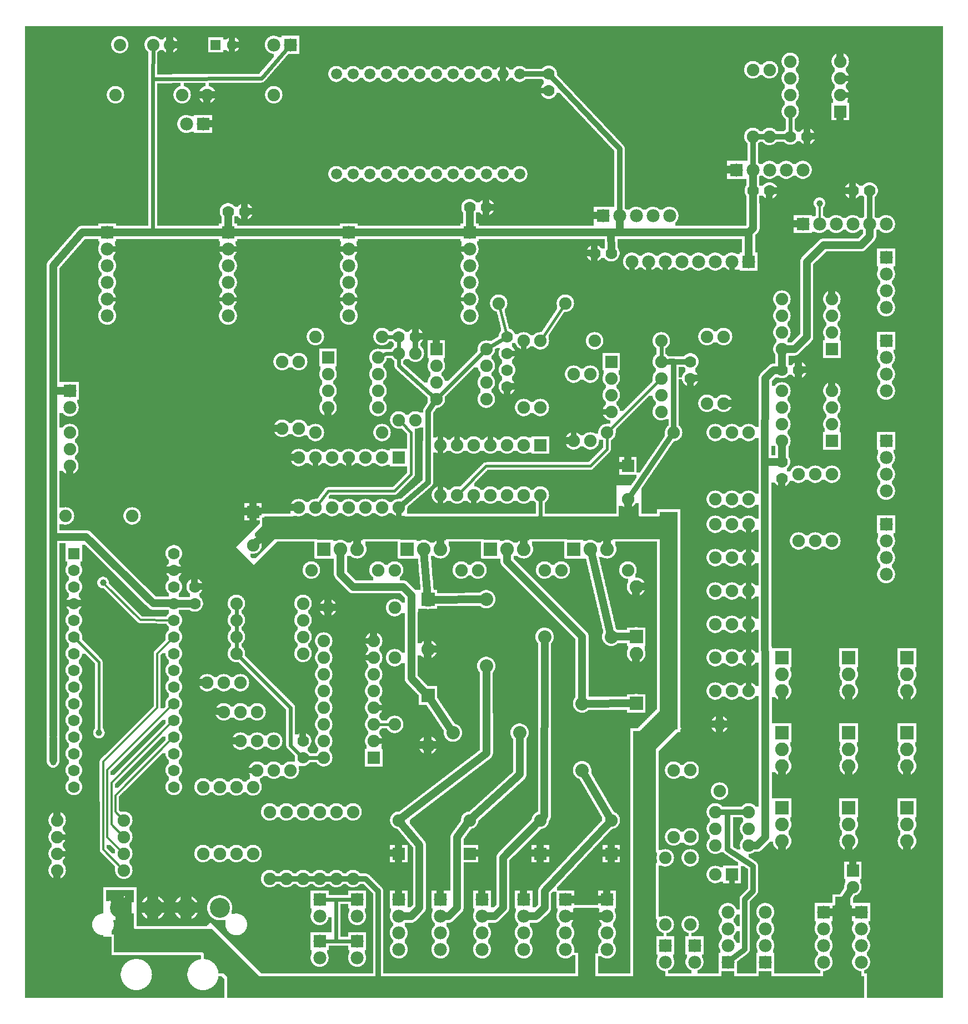
<source format=gbl>
G04 MADE WITH FRITZING*
G04 WWW.FRITZING.ORG*
G04 DOUBLE SIDED*
G04 HOLES PLATED*
G04 CONTOUR ON CENTER OF CONTOUR VECTOR*
%ASAXBY*%
%FSLAX23Y23*%
%MOIN*%
%OFA0B0*%
%SFA1.0B1.0*%
%ADD10C,0.075000*%
%ADD11C,0.039370*%
%ADD12C,0.078000*%
%ADD13C,0.070000*%
%ADD14C,0.082000*%
%ADD15C,0.120000*%
%ADD16C,0.073749*%
%ADD17C,0.080000*%
%ADD18C,0.062992*%
%ADD19C,0.066000*%
%ADD20R,0.078000X0.078000*%
%ADD21R,0.075000X0.075000*%
%ADD22R,0.082000X0.082000*%
%ADD23R,0.062992X0.062992*%
%ADD24R,0.069972X0.070000*%
%ADD25C,0.048000*%
%ADD26C,0.032000*%
%ADD27C,0.024000*%
%ADD28C,0.016000*%
%ADD29C,0.012000*%
%LNCOPPER0*%
G90*
G70*
G54D10*
X3654Y3427D03*
X2159Y2726D03*
X1745Y5787D03*
X1537Y2843D03*
X1408Y905D03*
X1408Y1305D03*
X1308Y905D03*
X1308Y1305D03*
X1208Y905D03*
X1208Y1305D03*
X1108Y905D03*
X1108Y1305D03*
X1708Y2105D03*
X1308Y2105D03*
X1708Y2205D03*
X1308Y2205D03*
X1708Y2305D03*
X1308Y2305D03*
X1708Y2405D03*
X1308Y2405D03*
X1633Y1405D03*
X1533Y1405D03*
X1433Y1405D03*
X1533Y1580D03*
X1433Y1580D03*
X1333Y1580D03*
X1433Y1755D03*
X1333Y1755D03*
X1233Y1755D03*
X1333Y1930D03*
X1233Y1930D03*
X1133Y1930D03*
X2883Y4205D03*
X3283Y4205D03*
X1908Y1155D03*
X1908Y755D03*
X2008Y1155D03*
X2008Y755D03*
X1808Y1155D03*
X1808Y755D03*
X1708Y1155D03*
X1708Y755D03*
X1608Y1155D03*
X1608Y755D03*
X1508Y1155D03*
X1508Y755D03*
X4183Y1880D03*
X4283Y1880D03*
X4383Y1880D03*
X4183Y2080D03*
X4283Y2080D03*
X4383Y2080D03*
X4183Y2280D03*
X4283Y2280D03*
X4383Y2280D03*
X4183Y2480D03*
X4283Y2480D03*
X4383Y2480D03*
X4183Y2680D03*
X4283Y2680D03*
X4383Y2680D03*
X4183Y2880D03*
X4283Y2880D03*
X4383Y2880D03*
X4183Y3430D03*
X4183Y3030D03*
X4283Y3430D03*
X4283Y3030D03*
X4383Y3430D03*
X4383Y3030D03*
X4683Y3180D03*
X4683Y2780D03*
X4783Y3180D03*
X4783Y2780D03*
X4883Y3180D03*
X4883Y2780D03*
G54D11*
X508Y2530D03*
G54D12*
X1108Y5280D03*
X1008Y5280D03*
G54D11*
X483Y1630D03*
G54D10*
X4508Y5205D03*
X4508Y5605D03*
X4408Y5205D03*
X4408Y5605D03*
G54D13*
X4408Y4880D03*
X4508Y4880D03*
G54D11*
X208Y1455D03*
X208Y1605D03*
G54D10*
X5008Y805D03*
X5008Y705D03*
G54D11*
X4808Y4805D03*
G54D12*
X5208Y2880D03*
X5208Y2780D03*
X5208Y2680D03*
X5208Y2580D03*
X5208Y3980D03*
X5208Y3880D03*
X5208Y3780D03*
X5208Y3680D03*
G54D14*
X3708Y1807D03*
X3708Y2105D03*
G54D12*
X2033Y380D03*
X2033Y280D03*
G54D13*
X2383Y4005D03*
X2283Y4005D03*
G54D14*
X4583Y2080D03*
X4583Y1980D03*
X4583Y1880D03*
G54D10*
X2283Y905D03*
X2283Y1105D03*
G54D12*
X3533Y630D03*
X3533Y530D03*
X3533Y430D03*
X3533Y330D03*
G54D10*
X3333Y3380D03*
X3333Y3780D03*
G54D13*
X4733Y5205D03*
X4633Y5205D03*
G54D14*
X4583Y1630D03*
X4583Y1530D03*
X4583Y1430D03*
X5333Y1630D03*
X5333Y1530D03*
X5333Y1430D03*
G54D12*
X4708Y4680D03*
X4808Y4680D03*
X4908Y4680D03*
X5008Y4680D03*
X5108Y4680D03*
X5208Y4680D03*
X5208Y4480D03*
X5208Y4380D03*
X5208Y4280D03*
X5208Y4180D03*
G54D14*
X1833Y2730D03*
X1933Y2730D03*
X2033Y2730D03*
G54D13*
X4683Y3805D03*
X4583Y3805D03*
X1358Y4755D03*
X1258Y4755D03*
G54D10*
X4183Y1155D03*
X4183Y1055D03*
X4183Y955D03*
G54D14*
X5333Y1180D03*
X5333Y1080D03*
X5333Y980D03*
G54D10*
X2708Y905D03*
X2708Y1105D03*
G54D14*
X2458Y2428D03*
X2458Y2130D03*
G54D13*
X3183Y5480D03*
X3183Y5580D03*
X1708Y1580D03*
X1708Y1480D03*
G54D14*
X4983Y1180D03*
X4983Y1080D03*
X4983Y980D03*
G54D10*
X3658Y3230D03*
X3658Y3030D03*
X1408Y2955D03*
X1408Y2755D03*
G54D12*
X1633Y5755D03*
X1533Y5755D03*
G54D13*
X4583Y3155D03*
X4583Y3255D03*
G54D10*
X3933Y1005D03*
X3933Y1405D03*
G54D14*
X4983Y1630D03*
X4983Y1530D03*
X4983Y1430D03*
G54D10*
X3558Y905D03*
X3558Y1105D03*
G54D13*
X5008Y4880D03*
X5108Y4880D03*
G54D15*
X1208Y580D03*
X1008Y580D03*
X808Y580D03*
X608Y580D03*
G54D12*
X4058Y355D03*
X4058Y255D03*
G54D14*
X4983Y2080D03*
X4983Y1980D03*
X4983Y1880D03*
G54D13*
X1058Y2505D03*
X1058Y2405D03*
G54D12*
X1808Y380D03*
X1808Y280D03*
G54D14*
X5333Y2080D03*
X5333Y1980D03*
X5333Y1880D03*
G54D12*
X4308Y5005D03*
X4408Y5005D03*
X4508Y5005D03*
X4608Y5005D03*
X4708Y5005D03*
G54D10*
X3133Y905D03*
X3133Y1105D03*
G54D13*
X2808Y4780D03*
X2708Y4780D03*
G54D12*
X2783Y630D03*
X2783Y530D03*
X2783Y430D03*
X2783Y330D03*
X2533Y630D03*
X2533Y530D03*
X2533Y430D03*
X2533Y330D03*
G54D10*
X3433Y3380D03*
X3433Y3780D03*
G54D12*
X1808Y630D03*
X1808Y530D03*
X5058Y555D03*
X5058Y455D03*
X5058Y355D03*
X5058Y255D03*
G54D10*
X3033Y3580D03*
X3033Y3980D03*
X1583Y3455D03*
X1583Y3855D03*
G54D13*
X4033Y3755D03*
X4033Y3855D03*
G54D12*
X2708Y4630D03*
X2708Y4530D03*
X2708Y4430D03*
X2708Y4330D03*
X2708Y4230D03*
X2708Y4130D03*
G54D10*
X2283Y3280D03*
X2283Y2980D03*
X2183Y3280D03*
X2183Y2980D03*
X2083Y3280D03*
X2083Y2980D03*
X1983Y3280D03*
X1983Y2980D03*
X1883Y3280D03*
X1883Y2980D03*
X1783Y3280D03*
X1783Y2980D03*
X1683Y3280D03*
X1683Y2980D03*
G54D12*
X2033Y630D03*
X2033Y530D03*
G54D16*
X908Y5755D03*
X808Y5755D03*
X608Y5755D03*
G54D13*
X2933Y3705D03*
X2933Y3805D03*
G54D10*
X2183Y3430D03*
X1783Y3430D03*
G54D13*
X3458Y4505D03*
X3558Y4505D03*
G54D12*
X3033Y630D03*
X3033Y530D03*
X3033Y430D03*
X3033Y330D03*
G54D17*
X2608Y1630D03*
X3008Y1630D03*
G54D10*
X4133Y4005D03*
X4133Y3605D03*
G54D12*
X4483Y255D03*
X4483Y355D03*
X4483Y455D03*
X4483Y555D03*
G54D10*
X633Y905D03*
X233Y905D03*
X4208Y1680D03*
X4208Y1280D03*
G54D12*
X533Y4630D03*
X533Y4530D03*
X533Y4430D03*
X533Y4330D03*
X533Y4230D03*
X533Y4130D03*
G54D14*
X4583Y1180D03*
X4583Y1080D03*
X4583Y980D03*
G54D10*
X283Y2930D03*
X683Y2930D03*
X2383Y3505D03*
X2383Y3905D03*
G54D18*
X1184Y5755D03*
X1283Y5755D03*
G54D13*
X333Y2705D03*
X333Y2605D03*
X333Y2505D03*
X333Y2405D03*
X333Y2305D03*
X333Y2205D03*
X333Y2105D03*
X333Y2005D03*
X333Y1905D03*
X333Y1805D03*
X333Y1705D03*
X333Y1605D03*
X333Y1505D03*
X333Y1405D03*
X333Y1305D03*
X933Y2705D03*
X933Y2605D03*
X933Y2505D03*
X933Y2405D03*
X933Y2305D03*
X933Y2205D03*
X933Y2105D03*
X933Y2005D03*
X933Y1905D03*
X933Y1805D03*
X933Y1705D03*
X933Y1605D03*
X933Y1505D03*
X933Y1405D03*
X933Y1305D03*
G54D10*
X4233Y4005D03*
X4233Y3605D03*
X2258Y2080D03*
X2258Y1680D03*
X1858Y2380D03*
X2258Y2380D03*
G54D12*
X3508Y4730D03*
X3608Y4730D03*
X3708Y4730D03*
X3808Y4730D03*
X3908Y4730D03*
G54D10*
X1683Y3455D03*
X1683Y3855D03*
X583Y5455D03*
X983Y5455D03*
G54D12*
X4833Y555D03*
X4833Y455D03*
X4833Y355D03*
X4833Y255D03*
X5208Y3380D03*
X5208Y3280D03*
X5208Y3180D03*
X5208Y3080D03*
G54D10*
X4283Y780D03*
X4183Y780D03*
G54D12*
X3883Y355D03*
X3883Y255D03*
X3283Y630D03*
X3283Y530D03*
X3283Y430D03*
X3283Y330D03*
X4258Y255D03*
X4258Y355D03*
X4258Y455D03*
X4258Y555D03*
G54D14*
X2833Y2730D03*
X2933Y2730D03*
X3033Y2730D03*
G54D10*
X3883Y880D03*
X3883Y480D03*
X4383Y1155D03*
X4383Y1055D03*
X4383Y955D03*
G54D14*
X2458Y1853D03*
X2458Y1555D03*
G54D10*
X4033Y1006D03*
X4033Y1406D03*
G54D14*
X3708Y2207D03*
X3708Y2505D03*
G54D10*
X4033Y880D03*
X4033Y480D03*
G54D12*
X1983Y4630D03*
X1983Y4530D03*
X1983Y4430D03*
X1983Y4330D03*
X1983Y4230D03*
X1983Y4130D03*
G54D10*
X3133Y3355D03*
X3133Y3055D03*
X3033Y3355D03*
X3033Y3055D03*
X2933Y3355D03*
X2933Y3055D03*
X2833Y3355D03*
X2833Y3055D03*
X2733Y3355D03*
X2733Y3055D03*
X2633Y3355D03*
X2633Y3055D03*
X2533Y3355D03*
X2533Y3055D03*
G54D12*
X1258Y4630D03*
X1258Y4530D03*
X1258Y4430D03*
X1258Y4330D03*
X1258Y4230D03*
X1258Y4130D03*
G54D17*
X3383Y1805D03*
X3383Y1405D03*
G54D14*
X3333Y2730D03*
X3433Y2730D03*
X3533Y2730D03*
G54D17*
X3558Y2205D03*
X3158Y2205D03*
G54D10*
X3558Y3855D03*
X3858Y3855D03*
X3558Y3755D03*
X3858Y3755D03*
X3558Y3655D03*
X3858Y3655D03*
X3558Y3555D03*
X3858Y3555D03*
X1858Y3880D03*
X2158Y3880D03*
X1858Y3780D03*
X2158Y3780D03*
X1858Y3680D03*
X2158Y3680D03*
X1858Y3580D03*
X2158Y3580D03*
X3133Y3980D03*
X3133Y3580D03*
G54D17*
X2808Y2430D03*
X2808Y2030D03*
G54D10*
X2508Y3930D03*
X2808Y3930D03*
X2508Y3830D03*
X2808Y3830D03*
X2508Y3730D03*
X2808Y3730D03*
X2508Y3630D03*
X2808Y3630D03*
G54D14*
X2333Y2730D03*
X2433Y2730D03*
X2533Y2730D03*
G54D12*
X2283Y630D03*
X2283Y530D03*
X2283Y430D03*
X2283Y330D03*
G54D10*
X633Y1105D03*
X233Y1105D03*
X4883Y3380D03*
X4583Y3380D03*
X4883Y3480D03*
X4583Y3480D03*
X4883Y3580D03*
X4583Y3580D03*
X4883Y3680D03*
X4583Y3680D03*
X633Y1005D03*
X233Y1005D03*
X4883Y3930D03*
X4583Y3930D03*
X4883Y4030D03*
X4583Y4030D03*
X4883Y4130D03*
X4583Y4130D03*
X4883Y4230D03*
X4583Y4230D03*
X633Y805D03*
X233Y805D03*
X1133Y5455D03*
X1533Y5455D03*
G54D19*
X1908Y4980D03*
X2008Y4980D03*
X2108Y4980D03*
X2208Y4980D03*
X2308Y4980D03*
X2408Y4980D03*
X2508Y4980D03*
X2608Y4980D03*
X2708Y4980D03*
X2808Y4980D03*
X2908Y4980D03*
X3008Y4980D03*
X3008Y5580D03*
X2908Y5580D03*
X2808Y5580D03*
X2708Y5580D03*
X2608Y5580D03*
X2508Y5580D03*
X2408Y5580D03*
X2308Y5580D03*
X2208Y5580D03*
X2108Y5580D03*
X2008Y5580D03*
X1908Y5580D03*
G54D10*
X308Y3430D03*
X308Y3330D03*
X308Y3230D03*
G54D12*
X4383Y4455D03*
X4283Y4455D03*
X4183Y4455D03*
X4083Y4455D03*
X3983Y4455D03*
X3883Y4455D03*
X3783Y4455D03*
X3683Y4455D03*
G54D10*
X2133Y1480D03*
X1833Y1480D03*
X2133Y1580D03*
X1833Y1580D03*
X2133Y1680D03*
X1833Y1680D03*
X2133Y1780D03*
X1833Y1780D03*
X2133Y1880D03*
X1833Y1880D03*
X2133Y1980D03*
X1833Y1980D03*
X2133Y2080D03*
X1833Y2080D03*
X2133Y2180D03*
X1833Y2180D03*
G54D12*
X308Y3680D03*
X308Y3580D03*
G54D10*
X4933Y5355D03*
X4633Y5355D03*
X4933Y5455D03*
X4633Y5455D03*
X4933Y5555D03*
X4633Y5555D03*
X4933Y5655D03*
X4633Y5655D03*
X3158Y2605D03*
X2758Y2605D03*
X3258Y2605D03*
X3658Y2605D03*
X2158Y2605D03*
X1758Y2605D03*
X2258Y2605D03*
X2658Y2605D03*
X2183Y4005D03*
X1783Y4005D03*
X3933Y3430D03*
X3533Y3430D03*
X2283Y3905D03*
X2283Y3505D03*
X3858Y3980D03*
X3458Y3980D03*
G54D13*
X2933Y3905D03*
X2933Y4005D03*
G54D20*
X1108Y5280D03*
G54D21*
X5008Y805D03*
G54D20*
X5208Y2880D03*
X5208Y3980D03*
G54D22*
X3708Y1806D03*
G54D20*
X2033Y380D03*
G54D22*
X4583Y2080D03*
G54D21*
X2283Y905D03*
G54D20*
X3533Y630D03*
G54D22*
X4583Y1630D03*
X5333Y1630D03*
G54D20*
X4708Y4680D03*
X5208Y4480D03*
G54D22*
X1833Y2730D03*
X5333Y1180D03*
G54D21*
X2708Y905D03*
G54D22*
X2458Y2429D03*
X4983Y1180D03*
G54D21*
X3658Y3230D03*
X1408Y2955D03*
G54D20*
X1633Y5755D03*
G54D22*
X4983Y1630D03*
G54D21*
X3558Y905D03*
G54D20*
X4058Y355D03*
G54D22*
X4983Y2080D03*
G54D20*
X1808Y380D03*
G54D22*
X5333Y2080D03*
G54D20*
X4308Y5005D03*
G54D21*
X3133Y905D03*
G54D20*
X2783Y630D03*
X2533Y630D03*
X1808Y630D03*
X5058Y555D03*
X2708Y4630D03*
G54D21*
X2283Y3280D03*
G54D20*
X2033Y630D03*
X3033Y630D03*
X4483Y255D03*
X533Y4630D03*
G54D22*
X4583Y1180D03*
G54D23*
X1184Y5755D03*
G54D24*
X333Y2705D03*
G54D20*
X3508Y4730D03*
X4833Y555D03*
X5208Y3380D03*
G54D21*
X4283Y780D03*
G54D20*
X3883Y355D03*
X3283Y630D03*
X4258Y255D03*
G54D22*
X2833Y2730D03*
X2458Y1854D03*
X3708Y2206D03*
G54D20*
X1983Y4630D03*
G54D21*
X3133Y3355D03*
G54D20*
X1258Y4630D03*
G54D22*
X3333Y2730D03*
G54D21*
X3558Y3855D03*
X1858Y3880D03*
X2508Y3930D03*
G54D22*
X2333Y2730D03*
G54D20*
X2283Y630D03*
G54D21*
X4883Y3380D03*
X4883Y3930D03*
G54D20*
X4383Y4455D03*
G54D21*
X2133Y1480D03*
G54D20*
X308Y3680D03*
G54D21*
X4933Y5355D03*
G54D25*
X3302Y530D02*
X3514Y530D01*
D02*
X4852Y555D02*
X5039Y555D01*
D02*
X4908Y555D02*
X5039Y555D01*
D02*
X4998Y691D02*
X4908Y555D01*
D02*
X657Y530D02*
X558Y655D01*
D02*
X558Y655D02*
X591Y605D01*
D02*
X657Y630D02*
X657Y530D01*
D02*
X607Y481D02*
X657Y630D01*
D02*
X610Y651D02*
X607Y481D01*
G54D26*
D02*
X3923Y3416D02*
X3668Y3045D01*
G54D25*
D02*
X3532Y2879D02*
X3533Y2751D01*
D02*
X3657Y2879D02*
X3532Y2879D01*
D02*
X3658Y3013D02*
X3657Y2879D01*
G54D27*
D02*
X3032Y2855D02*
X3033Y2751D01*
D02*
X3133Y2855D02*
X3032Y2855D01*
D02*
X3133Y3038D02*
X3133Y2855D01*
G54D25*
D02*
X3532Y2855D02*
X3533Y2751D01*
D02*
X3032Y2855D02*
X3532Y2855D01*
D02*
X3033Y2751D02*
X3032Y2855D01*
D02*
X2532Y2855D02*
X2033Y2855D01*
D02*
X2033Y2855D02*
X2033Y2751D01*
D02*
X2533Y2751D02*
X2532Y2855D01*
G54D26*
D02*
X2532Y2855D02*
X2533Y2751D01*
D02*
X2284Y2855D02*
X2532Y2855D01*
D02*
X2283Y2963D02*
X2284Y2855D01*
G54D25*
D02*
X2033Y2855D02*
X2033Y2751D01*
D02*
X1558Y2879D02*
X2033Y2855D01*
D02*
X1421Y2766D02*
X1558Y2879D01*
G54D26*
D02*
X2909Y5480D02*
X3168Y5480D01*
D02*
X2908Y5561D02*
X2909Y5480D01*
D02*
X4282Y4356D02*
X4283Y4436D01*
D02*
X3884Y4356D02*
X4282Y4356D01*
D02*
X3883Y4436D02*
X3884Y4356D01*
D02*
X3783Y4356D02*
X3783Y4436D01*
D02*
X3682Y4356D02*
X3783Y4356D01*
D02*
X3683Y4436D02*
X3682Y4356D01*
D02*
X2689Y4530D02*
X2002Y4530D01*
D02*
X1239Y4530D02*
X552Y4530D01*
D02*
X5057Y5454D02*
X4950Y5455D01*
D02*
X5057Y5554D02*
X5057Y5454D01*
D02*
X4950Y5555D02*
X5057Y5554D01*
D02*
X1964Y4530D02*
X1277Y4530D01*
D02*
X3033Y3906D02*
X2948Y3905D01*
D02*
X3033Y3963D02*
X3033Y3906D01*
D02*
X2383Y3923D02*
X2383Y3990D01*
D02*
X3333Y3556D02*
X3333Y3398D01*
D02*
X3540Y3555D02*
X3333Y3556D01*
D02*
X2833Y3455D02*
X2833Y3373D01*
D02*
X2632Y3455D02*
X2833Y3455D01*
D02*
X2633Y3373D02*
X2632Y3455D01*
D02*
X2533Y3338D02*
X2533Y3073D01*
D02*
X2533Y2981D02*
X2533Y3038D01*
D02*
X2733Y2981D02*
X2533Y2981D01*
D02*
X2733Y3038D02*
X2733Y2981D01*
D02*
X1983Y3180D02*
X1983Y3263D01*
D02*
X1783Y3180D02*
X1983Y3180D01*
D02*
X1783Y3263D02*
X1783Y3180D01*
D02*
X4383Y2863D02*
X4383Y2698D01*
D02*
X4383Y2663D02*
X4383Y2498D01*
D02*
X4383Y2463D02*
X4383Y2298D01*
D02*
X4383Y2263D02*
X4383Y2098D01*
D02*
X4383Y2063D02*
X4383Y1898D01*
D02*
X4283Y656D02*
X4283Y763D01*
D02*
X4108Y656D02*
X4283Y656D01*
D02*
X4108Y1281D02*
X4108Y656D01*
D02*
X4207Y1405D02*
X4108Y1281D01*
D02*
X4208Y1663D02*
X4207Y1405D01*
D02*
X2357Y1580D02*
X2150Y1580D01*
D02*
X2357Y1780D02*
X2357Y1580D01*
D02*
X2150Y1780D02*
X2357Y1780D01*
D02*
X1183Y1581D02*
X1315Y1580D01*
D02*
X1183Y1405D02*
X1183Y1581D01*
D02*
X1415Y1405D02*
X1183Y1405D01*
D02*
X358Y905D02*
X250Y905D01*
D02*
X358Y1005D02*
X358Y905D01*
D02*
X250Y1005D02*
X358Y1005D01*
G54D25*
D02*
X3302Y630D02*
X3514Y630D01*
G54D26*
D02*
X2007Y2080D02*
X2115Y2080D01*
D02*
X2007Y2180D02*
X2007Y2080D01*
D02*
X2115Y2180D02*
X2007Y2180D01*
G54D27*
D02*
X1239Y4230D02*
X552Y4230D01*
D02*
X1964Y4230D02*
X1277Y4230D01*
D02*
X2002Y4230D02*
X2689Y4230D01*
G54D26*
D02*
X2533Y3456D02*
X2633Y3456D01*
D02*
X2633Y3456D02*
X2633Y3373D01*
D02*
X2533Y3373D02*
X2533Y3456D01*
D02*
X3407Y530D02*
X3302Y530D01*
D02*
X3407Y104D02*
X3407Y530D01*
D02*
X2158Y104D02*
X3407Y104D01*
D02*
X2158Y680D02*
X2158Y104D01*
D02*
X2084Y754D02*
X2158Y680D01*
D02*
X2025Y755D02*
X2084Y754D01*
G54D25*
D02*
X2434Y2709D02*
X2456Y2449D01*
D02*
X2479Y2428D02*
X2788Y2430D01*
D02*
X3553Y2225D02*
X3438Y2710D01*
G54D26*
D02*
X1525Y755D02*
X1590Y755D01*
D02*
X1625Y755D02*
X1690Y755D01*
D02*
X1725Y755D02*
X1790Y755D01*
D02*
X1825Y755D02*
X1890Y755D01*
D02*
X1925Y755D02*
X1990Y755D01*
G54D27*
D02*
X1815Y1480D02*
X1723Y1480D01*
D02*
X1308Y2388D02*
X1308Y2323D01*
D02*
X1308Y2288D02*
X1308Y2223D01*
D02*
X1308Y2188D02*
X1308Y2123D01*
G54D28*
D02*
X3273Y4191D02*
X3142Y3995D01*
D02*
X2929Y4020D02*
X2887Y4188D01*
G54D27*
D02*
X1633Y1555D02*
X1697Y1491D01*
D02*
X1633Y1780D02*
X1633Y1555D01*
D02*
X1320Y2093D02*
X1633Y1780D01*
G54D25*
D02*
X2358Y1956D02*
X2443Y1868D01*
D02*
X2358Y2455D02*
X2358Y1956D01*
D02*
X2308Y2505D02*
X2358Y2455D01*
D02*
X1933Y2581D02*
X2008Y2505D01*
D02*
X2008Y2505D02*
X2308Y2505D01*
D02*
X1933Y2709D02*
X1933Y2581D01*
G54D29*
D02*
X733Y2306D02*
X513Y2525D01*
D02*
X915Y2305D02*
X733Y2306D01*
G54D25*
D02*
X4481Y3254D02*
X4568Y3255D01*
D02*
X4483Y3756D02*
X4481Y3254D01*
D02*
X4533Y3804D02*
X4483Y3756D01*
D02*
X4568Y3805D02*
X4533Y3804D01*
D02*
X4833Y4555D02*
X4732Y4455D01*
D02*
X5058Y4555D02*
X4833Y4555D01*
D02*
X4732Y4004D02*
X4658Y3931D01*
D02*
X4658Y3931D02*
X4600Y3930D01*
D02*
X4732Y4455D02*
X4732Y4004D01*
D02*
X5108Y4606D02*
X5058Y4555D01*
D02*
X5108Y4661D02*
X5108Y4606D01*
G54D27*
D02*
X807Y4631D02*
X552Y4630D01*
D02*
X807Y5551D02*
X807Y4631D01*
G54D28*
D02*
X482Y2055D02*
X345Y2192D01*
D02*
X483Y1638D02*
X482Y2055D01*
D02*
X2150Y1680D02*
X2240Y1680D01*
G54D25*
D02*
X3608Y4631D02*
X3608Y4711D01*
D02*
X4383Y4474D02*
X4383Y4630D01*
D02*
X3608Y4631D02*
X2727Y4630D01*
D02*
X3608Y4711D02*
X3608Y4631D01*
D02*
X4408Y4895D02*
X4408Y4986D01*
D02*
X4383Y4474D02*
X4382Y4630D01*
G54D27*
D02*
X1907Y630D02*
X1827Y630D01*
G54D25*
D02*
X4583Y3270D02*
X4583Y3363D01*
D02*
X208Y3681D02*
X208Y4431D01*
D02*
X951Y2405D02*
X1043Y2405D01*
D02*
X208Y3681D02*
X289Y3680D01*
D02*
X208Y1613D02*
X208Y2805D01*
G54D29*
D02*
X4808Y4797D02*
X4808Y4699D01*
G54D25*
D02*
X4383Y4630D02*
X3608Y4631D01*
G54D27*
D02*
X1827Y380D02*
X1907Y380D01*
G54D25*
D02*
X4483Y1005D02*
X4433Y955D01*
D02*
X4481Y3254D02*
X4483Y1005D01*
D02*
X4568Y3255D02*
X4481Y3254D01*
G54D27*
D02*
X1827Y380D02*
X2014Y380D01*
G54D25*
D02*
X4433Y955D02*
X4400Y955D01*
G54D26*
D02*
X3933Y3856D02*
X3932Y3431D01*
D02*
X3875Y3855D02*
X3933Y3856D01*
D02*
X5108Y4865D02*
X5108Y4699D01*
G54D27*
D02*
X1907Y380D02*
X1907Y630D01*
D02*
X1827Y630D02*
X2014Y630D01*
D02*
X4633Y5220D02*
X4633Y5338D01*
G54D25*
D02*
X208Y2805D02*
X407Y2805D01*
D02*
X3608Y4711D02*
X3608Y4630D01*
G54D27*
D02*
X807Y5551D02*
X808Y5734D01*
G54D26*
D02*
X3608Y5131D02*
X3608Y4749D01*
G54D25*
D02*
X208Y2805D02*
X208Y3681D01*
G54D26*
D02*
X3193Y5570D02*
X3608Y5131D01*
G54D25*
D02*
X809Y2406D02*
X1043Y2405D01*
G54D26*
D02*
X3875Y3855D02*
X4018Y3855D01*
G54D27*
D02*
X2520Y3643D02*
X2795Y3918D01*
G54D26*
D02*
X2458Y3131D02*
X2296Y2992D01*
G54D27*
D02*
X1620Y5741D02*
X1458Y5555D01*
G54D26*
D02*
X2458Y3556D02*
X2458Y3131D01*
D02*
X2498Y3616D02*
X2458Y3556D01*
G54D25*
D02*
X208Y4431D02*
X383Y4631D01*
D02*
X4583Y3820D02*
X4583Y3913D01*
D02*
X1239Y4630D02*
X552Y4630D01*
D02*
X2689Y4630D02*
X2002Y4630D01*
D02*
X1277Y4630D02*
X1964Y4630D01*
D02*
X2708Y4649D02*
X2708Y4765D01*
D02*
X208Y1597D02*
X208Y1463D01*
D02*
X3009Y1379D02*
X3008Y1610D01*
D02*
X2721Y1117D02*
X3009Y1379D01*
D02*
X1258Y4740D02*
X1258Y4649D01*
D02*
X2469Y1836D02*
X2597Y1647D01*
D02*
X407Y2805D02*
X809Y2406D01*
D02*
X2808Y1507D02*
X2808Y2010D01*
D02*
X2297Y1116D02*
X2808Y1507D01*
D02*
X3157Y1130D02*
X3158Y2185D01*
D02*
X3145Y1118D02*
X3157Y1130D01*
G54D26*
D02*
X3168Y5580D02*
X3027Y5580D01*
G54D25*
D02*
X3549Y1120D02*
X3393Y1388D01*
D02*
X383Y4631D02*
X514Y4630D01*
G54D27*
D02*
X1458Y5555D02*
X807Y5551D01*
G54D25*
D02*
X3687Y2207D02*
X3578Y2206D01*
D02*
X3687Y1807D02*
X3403Y1805D01*
D02*
X2933Y2656D02*
X2933Y2709D01*
D02*
X3383Y2206D02*
X2933Y2656D01*
D02*
X3383Y1825D02*
X3383Y2206D01*
G54D28*
D02*
X3545Y3443D02*
X3845Y3743D01*
D02*
X2807Y3230D02*
X3432Y3230D01*
D02*
X3432Y3230D02*
X3533Y3330D01*
D02*
X3533Y3330D02*
X3533Y3413D01*
D02*
X2645Y3068D02*
X2807Y3230D01*
D02*
X1858Y3080D02*
X2257Y3080D01*
D02*
X2257Y3080D02*
X2357Y3181D01*
D02*
X2357Y3181D02*
X2357Y3431D01*
D02*
X2357Y3431D02*
X2295Y3493D01*
D02*
X1793Y2994D02*
X1858Y3080D01*
G54D26*
D02*
X4257Y930D02*
X4257Y1155D01*
D02*
X4408Y831D02*
X4257Y930D01*
D02*
X4358Y630D02*
X4408Y680D01*
D02*
X4408Y680D02*
X4408Y831D01*
D02*
X4358Y331D02*
X4358Y630D01*
D02*
X4273Y267D02*
X4358Y331D01*
D02*
X4257Y1155D02*
X4365Y1155D01*
D02*
X4257Y1155D02*
X4200Y1155D01*
G54D29*
D02*
X558Y1330D02*
X920Y1693D01*
D02*
X558Y1080D02*
X558Y1330D01*
D02*
X620Y1018D02*
X558Y1080D01*
D02*
X532Y1406D02*
X920Y1793D01*
D02*
X532Y1005D02*
X532Y1406D01*
D02*
X620Y918D02*
X532Y1005D01*
D02*
X833Y2105D02*
X920Y2192D01*
D02*
X508Y1456D02*
X833Y1779D01*
D02*
X833Y1779D02*
X833Y2105D01*
D02*
X508Y930D02*
X508Y1456D01*
D02*
X620Y818D02*
X508Y930D01*
D02*
X583Y1156D02*
X582Y1255D01*
D02*
X582Y1255D02*
X920Y1593D01*
D02*
X620Y1118D02*
X583Y1156D01*
G54D25*
D02*
X2358Y530D02*
X2302Y530D01*
D02*
X2407Y581D02*
X2358Y530D01*
D02*
X2407Y956D02*
X2407Y581D01*
D02*
X2294Y1092D02*
X2407Y956D01*
D02*
X2583Y531D02*
X2552Y530D01*
D02*
X2633Y1005D02*
X2633Y580D01*
D02*
X2633Y580D02*
X2583Y531D01*
D02*
X2697Y1091D02*
X2633Y1005D01*
D02*
X2858Y530D02*
X2802Y530D01*
D02*
X2908Y580D02*
X2858Y530D01*
D02*
X2908Y880D02*
X2908Y580D01*
D02*
X3120Y1093D02*
X2908Y880D01*
D02*
X3158Y680D02*
X3546Y1092D01*
D02*
X3158Y580D02*
X3158Y680D01*
D02*
X3107Y531D02*
X3158Y580D01*
D02*
X3052Y530D02*
X3107Y531D01*
G54D26*
D02*
X4618Y5205D02*
X4525Y5205D01*
D02*
X4490Y5205D02*
X4425Y5205D01*
D02*
X4408Y5188D02*
X4408Y5024D01*
G54D25*
D02*
X4409Y4655D02*
X4408Y4865D01*
D02*
X4382Y4630D02*
X4409Y4655D01*
D02*
X3608Y4630D02*
X3557Y4630D01*
D02*
X3557Y4630D02*
X3558Y4520D01*
G54D27*
D02*
X2823Y3939D02*
X2920Y3998D01*
D02*
X2283Y3831D02*
X2495Y3642D01*
D02*
X2283Y3888D02*
X2283Y3831D01*
D02*
X2265Y3905D02*
X2207Y3905D01*
D02*
X2207Y3905D02*
X2173Y3888D01*
D02*
X2283Y3923D02*
X2283Y3990D01*
D02*
X2268Y4005D02*
X2200Y4005D01*
G54D26*
D02*
X3933Y3855D02*
X3875Y3855D01*
D02*
X3933Y3448D02*
X3933Y3855D01*
G54D27*
D02*
X3858Y3873D02*
X3858Y3963D01*
G36*
X3964Y3824D02*
X3964Y3760D01*
X3984Y3760D01*
X3984Y3770D01*
X3986Y3770D01*
X3986Y3776D01*
X3988Y3776D01*
X3988Y3780D01*
X3990Y3780D01*
X3990Y3784D01*
X3992Y3784D01*
X3992Y3786D01*
X3994Y3786D01*
X3994Y3788D01*
X3996Y3788D01*
X3996Y3790D01*
X3998Y3790D01*
X3998Y3792D01*
X4000Y3792D01*
X4000Y3794D01*
X4002Y3794D01*
X4002Y3796D01*
X4004Y3796D01*
X4004Y3816D01*
X4002Y3816D01*
X4002Y3818D01*
X4000Y3818D01*
X4000Y3820D01*
X3998Y3820D01*
X3998Y3822D01*
X3996Y3822D01*
X3996Y3824D01*
X3964Y3824D01*
G37*
D02*
G36*
X3786Y3652D02*
X3786Y3650D01*
X3784Y3650D01*
X3784Y3648D01*
X3782Y3648D01*
X3782Y3646D01*
X3780Y3646D01*
X3780Y3644D01*
X3778Y3644D01*
X3778Y3642D01*
X3776Y3642D01*
X3776Y3640D01*
X3774Y3640D01*
X3774Y3638D01*
X3772Y3638D01*
X3772Y3636D01*
X3770Y3636D01*
X3770Y3634D01*
X3768Y3634D01*
X3768Y3632D01*
X3766Y3632D01*
X3766Y3630D01*
X3764Y3630D01*
X3764Y3628D01*
X3762Y3628D01*
X3762Y3626D01*
X3760Y3626D01*
X3760Y3624D01*
X3758Y3624D01*
X3758Y3622D01*
X3756Y3622D01*
X3756Y3620D01*
X3754Y3620D01*
X3754Y3618D01*
X3752Y3618D01*
X3752Y3616D01*
X3750Y3616D01*
X3750Y3614D01*
X3748Y3614D01*
X3748Y3612D01*
X3746Y3612D01*
X3746Y3610D01*
X3744Y3610D01*
X3744Y3608D01*
X3742Y3608D01*
X3742Y3606D01*
X3740Y3606D01*
X3740Y3604D01*
X3738Y3604D01*
X3738Y3602D01*
X3736Y3602D01*
X3736Y3600D01*
X3734Y3600D01*
X3734Y3598D01*
X3732Y3598D01*
X3732Y3596D01*
X3730Y3596D01*
X3730Y3594D01*
X3728Y3594D01*
X3728Y3592D01*
X3726Y3592D01*
X3726Y3590D01*
X3724Y3590D01*
X3724Y3588D01*
X3722Y3588D01*
X3722Y3586D01*
X3720Y3586D01*
X3720Y3584D01*
X3718Y3584D01*
X3718Y3582D01*
X3716Y3582D01*
X3716Y3580D01*
X3714Y3580D01*
X3714Y3578D01*
X3712Y3578D01*
X3712Y3576D01*
X3710Y3576D01*
X3710Y3574D01*
X3708Y3574D01*
X3708Y3572D01*
X3706Y3572D01*
X3706Y3570D01*
X3704Y3570D01*
X3704Y3568D01*
X3702Y3568D01*
X3702Y3566D01*
X3700Y3566D01*
X3700Y3564D01*
X3698Y3564D01*
X3698Y3562D01*
X3696Y3562D01*
X3696Y3560D01*
X3694Y3560D01*
X3694Y3558D01*
X3692Y3558D01*
X3692Y3556D01*
X3690Y3556D01*
X3690Y3554D01*
X3688Y3554D01*
X3688Y3552D01*
X3686Y3552D01*
X3686Y3550D01*
X3684Y3550D01*
X3684Y3548D01*
X3682Y3548D01*
X3682Y3546D01*
X3680Y3546D01*
X3680Y3544D01*
X3678Y3544D01*
X3678Y3542D01*
X3676Y3542D01*
X3676Y3540D01*
X3674Y3540D01*
X3674Y3538D01*
X3672Y3538D01*
X3672Y3536D01*
X3670Y3536D01*
X3670Y3534D01*
X3668Y3534D01*
X3668Y3532D01*
X3666Y3532D01*
X3666Y3530D01*
X3664Y3530D01*
X3664Y3528D01*
X3662Y3528D01*
X3662Y3526D01*
X3660Y3526D01*
X3660Y3524D01*
X3658Y3524D01*
X3658Y3522D01*
X3656Y3522D01*
X3656Y3520D01*
X3654Y3520D01*
X3654Y3518D01*
X3652Y3518D01*
X3652Y3516D01*
X3650Y3516D01*
X3650Y3514D01*
X3648Y3514D01*
X3648Y3512D01*
X3646Y3512D01*
X3646Y3510D01*
X3644Y3510D01*
X3644Y3508D01*
X3642Y3508D01*
X3642Y3506D01*
X3640Y3506D01*
X3640Y3504D01*
X3844Y3504D01*
X3844Y3506D01*
X3838Y3506D01*
X3838Y3508D01*
X3834Y3508D01*
X3834Y3510D01*
X3830Y3510D01*
X3830Y3512D01*
X3828Y3512D01*
X3828Y3514D01*
X3826Y3514D01*
X3826Y3516D01*
X3822Y3516D01*
X3822Y3518D01*
X3820Y3518D01*
X3820Y3520D01*
X3818Y3520D01*
X3818Y3524D01*
X3816Y3524D01*
X3816Y3526D01*
X3814Y3526D01*
X3814Y3528D01*
X3812Y3528D01*
X3812Y3532D01*
X3810Y3532D01*
X3810Y3536D01*
X3808Y3536D01*
X3808Y3542D01*
X3806Y3542D01*
X3806Y3568D01*
X3808Y3568D01*
X3808Y3576D01*
X3810Y3576D01*
X3810Y3580D01*
X3812Y3580D01*
X3812Y3582D01*
X3814Y3582D01*
X3814Y3586D01*
X3816Y3586D01*
X3816Y3588D01*
X3818Y3588D01*
X3818Y3590D01*
X3820Y3590D01*
X3820Y3594D01*
X3824Y3594D01*
X3824Y3596D01*
X3826Y3596D01*
X3826Y3616D01*
X3822Y3616D01*
X3822Y3618D01*
X3820Y3618D01*
X3820Y3620D01*
X3818Y3620D01*
X3818Y3624D01*
X3816Y3624D01*
X3816Y3626D01*
X3814Y3626D01*
X3814Y3628D01*
X3812Y3628D01*
X3812Y3632D01*
X3810Y3632D01*
X3810Y3636D01*
X3808Y3636D01*
X3808Y3642D01*
X3806Y3642D01*
X3806Y3652D01*
X3786Y3652D01*
G37*
D02*
G36*
X3882Y3510D02*
X3882Y3508D01*
X3878Y3508D01*
X3878Y3506D01*
X3870Y3506D01*
X3870Y3504D01*
X3902Y3504D01*
X3902Y3510D01*
X3882Y3510D01*
G37*
D02*
G36*
X3638Y3504D02*
X3638Y3502D01*
X3902Y3502D01*
X3902Y3504D01*
X3638Y3504D01*
G37*
D02*
G36*
X3638Y3504D02*
X3638Y3502D01*
X3902Y3502D01*
X3902Y3504D01*
X3638Y3504D01*
G37*
D02*
G36*
X3636Y3502D02*
X3636Y3500D01*
X3634Y3500D01*
X3634Y3498D01*
X3632Y3498D01*
X3632Y3496D01*
X3630Y3496D01*
X3630Y3494D01*
X3628Y3494D01*
X3628Y3492D01*
X3626Y3492D01*
X3626Y3490D01*
X3624Y3490D01*
X3624Y3488D01*
X3622Y3488D01*
X3622Y3486D01*
X3620Y3486D01*
X3620Y3484D01*
X3618Y3484D01*
X3618Y3482D01*
X3616Y3482D01*
X3616Y3480D01*
X3614Y3480D01*
X3614Y3478D01*
X3612Y3478D01*
X3612Y3476D01*
X3610Y3476D01*
X3610Y3474D01*
X3608Y3474D01*
X3608Y3472D01*
X3606Y3472D01*
X3606Y3470D01*
X3604Y3470D01*
X3604Y3468D01*
X3602Y3468D01*
X3602Y3466D01*
X3600Y3466D01*
X3600Y3464D01*
X3598Y3464D01*
X3598Y3462D01*
X3596Y3462D01*
X3596Y3460D01*
X3594Y3460D01*
X3594Y3458D01*
X3592Y3458D01*
X3592Y3456D01*
X3590Y3456D01*
X3590Y3454D01*
X3588Y3454D01*
X3588Y3452D01*
X3586Y3452D01*
X3586Y3428D01*
X3584Y3428D01*
X3584Y3416D01*
X3582Y3416D01*
X3582Y3410D01*
X3580Y3410D01*
X3580Y3406D01*
X3578Y3406D01*
X3578Y3402D01*
X3576Y3402D01*
X3576Y3400D01*
X3574Y3400D01*
X3574Y3398D01*
X3572Y3398D01*
X3572Y3396D01*
X3570Y3396D01*
X3570Y3392D01*
X3566Y3392D01*
X3566Y3390D01*
X3564Y3390D01*
X3564Y3388D01*
X3562Y3388D01*
X3562Y3386D01*
X3558Y3386D01*
X3558Y3384D01*
X3556Y3384D01*
X3556Y3324D01*
X3554Y3324D01*
X3554Y3320D01*
X3552Y3320D01*
X3552Y3316D01*
X3550Y3316D01*
X3550Y3314D01*
X3548Y3314D01*
X3548Y3312D01*
X3546Y3312D01*
X3546Y3310D01*
X3544Y3310D01*
X3544Y3308D01*
X3542Y3308D01*
X3542Y3306D01*
X3540Y3306D01*
X3540Y3304D01*
X3538Y3304D01*
X3538Y3302D01*
X3536Y3302D01*
X3536Y3300D01*
X3534Y3300D01*
X3534Y3298D01*
X3532Y3298D01*
X3532Y3296D01*
X3530Y3296D01*
X3530Y3294D01*
X3528Y3294D01*
X3528Y3292D01*
X3526Y3292D01*
X3526Y3290D01*
X3524Y3290D01*
X3524Y3288D01*
X3522Y3288D01*
X3522Y3286D01*
X3520Y3286D01*
X3520Y3284D01*
X3710Y3284D01*
X3710Y3190D01*
X3730Y3190D01*
X3730Y3192D01*
X3732Y3192D01*
X3732Y3196D01*
X3734Y3196D01*
X3734Y3198D01*
X3736Y3198D01*
X3736Y3202D01*
X3738Y3202D01*
X3738Y3204D01*
X3740Y3204D01*
X3740Y3206D01*
X3742Y3206D01*
X3742Y3210D01*
X3744Y3210D01*
X3744Y3212D01*
X3746Y3212D01*
X3746Y3216D01*
X3748Y3216D01*
X3748Y3218D01*
X3750Y3218D01*
X3750Y3222D01*
X3752Y3222D01*
X3752Y3224D01*
X3754Y3224D01*
X3754Y3228D01*
X3756Y3228D01*
X3756Y3230D01*
X3758Y3230D01*
X3758Y3234D01*
X3760Y3234D01*
X3760Y3236D01*
X3762Y3236D01*
X3762Y3240D01*
X3764Y3240D01*
X3764Y3242D01*
X3766Y3242D01*
X3766Y3244D01*
X3768Y3244D01*
X3768Y3248D01*
X3770Y3248D01*
X3770Y3250D01*
X3772Y3250D01*
X3772Y3254D01*
X3774Y3254D01*
X3774Y3256D01*
X3776Y3256D01*
X3776Y3260D01*
X3778Y3260D01*
X3778Y3262D01*
X3780Y3262D01*
X3780Y3266D01*
X3782Y3266D01*
X3782Y3268D01*
X3784Y3268D01*
X3784Y3272D01*
X3786Y3272D01*
X3786Y3274D01*
X3788Y3274D01*
X3788Y3276D01*
X3790Y3276D01*
X3790Y3280D01*
X3792Y3280D01*
X3792Y3282D01*
X3794Y3282D01*
X3794Y3286D01*
X3796Y3286D01*
X3796Y3288D01*
X3798Y3288D01*
X3798Y3292D01*
X3800Y3292D01*
X3800Y3294D01*
X3802Y3294D01*
X3802Y3298D01*
X3804Y3298D01*
X3804Y3300D01*
X3806Y3300D01*
X3806Y3304D01*
X3808Y3304D01*
X3808Y3306D01*
X3810Y3306D01*
X3810Y3308D01*
X3812Y3308D01*
X3812Y3312D01*
X3814Y3312D01*
X3814Y3314D01*
X3816Y3314D01*
X3816Y3318D01*
X3818Y3318D01*
X3818Y3320D01*
X3820Y3320D01*
X3820Y3324D01*
X3822Y3324D01*
X3822Y3326D01*
X3824Y3326D01*
X3824Y3330D01*
X3826Y3330D01*
X3826Y3332D01*
X3828Y3332D01*
X3828Y3336D01*
X3830Y3336D01*
X3830Y3338D01*
X3832Y3338D01*
X3832Y3342D01*
X3834Y3342D01*
X3834Y3344D01*
X3836Y3344D01*
X3836Y3346D01*
X3838Y3346D01*
X3838Y3350D01*
X3840Y3350D01*
X3840Y3352D01*
X3842Y3352D01*
X3842Y3356D01*
X3844Y3356D01*
X3844Y3358D01*
X3846Y3358D01*
X3846Y3362D01*
X3848Y3362D01*
X3848Y3364D01*
X3850Y3364D01*
X3850Y3368D01*
X3852Y3368D01*
X3852Y3370D01*
X3854Y3370D01*
X3854Y3374D01*
X3856Y3374D01*
X3856Y3376D01*
X3858Y3376D01*
X3858Y3378D01*
X3860Y3378D01*
X3860Y3382D01*
X3862Y3382D01*
X3862Y3384D01*
X3864Y3384D01*
X3864Y3388D01*
X3866Y3388D01*
X3866Y3390D01*
X3868Y3390D01*
X3868Y3394D01*
X3870Y3394D01*
X3870Y3396D01*
X3872Y3396D01*
X3872Y3400D01*
X3874Y3400D01*
X3874Y3402D01*
X3876Y3402D01*
X3876Y3406D01*
X3878Y3406D01*
X3878Y3408D01*
X3880Y3408D01*
X3880Y3440D01*
X3882Y3440D01*
X3882Y3448D01*
X3884Y3448D01*
X3884Y3452D01*
X3886Y3452D01*
X3886Y3456D01*
X3888Y3456D01*
X3888Y3460D01*
X3890Y3460D01*
X3890Y3462D01*
X3892Y3462D01*
X3892Y3464D01*
X3894Y3464D01*
X3894Y3468D01*
X3896Y3468D01*
X3896Y3470D01*
X3900Y3470D01*
X3900Y3472D01*
X3902Y3472D01*
X3902Y3502D01*
X3636Y3502D01*
G37*
D02*
G36*
X3518Y3284D02*
X3518Y3282D01*
X3516Y3282D01*
X3516Y3280D01*
X3514Y3280D01*
X3514Y3278D01*
X3512Y3278D01*
X3512Y3276D01*
X3510Y3276D01*
X3510Y3274D01*
X3508Y3274D01*
X3508Y3272D01*
X3506Y3272D01*
X3506Y3270D01*
X3504Y3270D01*
X3504Y3268D01*
X3502Y3268D01*
X3502Y3266D01*
X3500Y3266D01*
X3500Y3264D01*
X3498Y3264D01*
X3498Y3262D01*
X3496Y3262D01*
X3496Y3260D01*
X3494Y3260D01*
X3494Y3258D01*
X3492Y3258D01*
X3492Y3256D01*
X3490Y3256D01*
X3490Y3254D01*
X3488Y3254D01*
X3488Y3252D01*
X3486Y3252D01*
X3486Y3250D01*
X3484Y3250D01*
X3484Y3248D01*
X3482Y3248D01*
X3482Y3246D01*
X3480Y3246D01*
X3480Y3244D01*
X3478Y3244D01*
X3478Y3242D01*
X3476Y3242D01*
X3476Y3240D01*
X3474Y3240D01*
X3474Y3238D01*
X3472Y3238D01*
X3472Y3236D01*
X3470Y3236D01*
X3470Y3234D01*
X3468Y3234D01*
X3468Y3232D01*
X3466Y3232D01*
X3466Y3230D01*
X3464Y3230D01*
X3464Y3228D01*
X3462Y3228D01*
X3462Y3226D01*
X3460Y3226D01*
X3460Y3224D01*
X3458Y3224D01*
X3458Y3222D01*
X3456Y3222D01*
X3456Y3220D01*
X3454Y3220D01*
X3454Y3218D01*
X3452Y3218D01*
X3452Y3216D01*
X3450Y3216D01*
X3450Y3214D01*
X3448Y3214D01*
X3448Y3212D01*
X3444Y3212D01*
X3444Y3210D01*
X3442Y3210D01*
X3442Y3208D01*
X3432Y3208D01*
X3432Y3206D01*
X2814Y3206D01*
X2814Y3204D01*
X2812Y3204D01*
X2812Y3202D01*
X2810Y3202D01*
X2810Y3200D01*
X2808Y3200D01*
X2808Y3198D01*
X2806Y3198D01*
X2806Y3196D01*
X2804Y3196D01*
X2804Y3194D01*
X2802Y3194D01*
X2802Y3192D01*
X2800Y3192D01*
X2800Y3190D01*
X2798Y3190D01*
X2798Y3188D01*
X2796Y3188D01*
X2796Y3186D01*
X2794Y3186D01*
X2794Y3184D01*
X2792Y3184D01*
X2792Y3182D01*
X2790Y3182D01*
X2790Y3180D01*
X2788Y3180D01*
X2788Y3178D01*
X2786Y3178D01*
X2786Y3176D01*
X2784Y3176D01*
X2784Y3174D01*
X2782Y3174D01*
X2782Y3172D01*
X2780Y3172D01*
X2780Y3170D01*
X2778Y3170D01*
X2778Y3168D01*
X2776Y3168D01*
X2776Y3166D01*
X2774Y3166D01*
X2774Y3164D01*
X2772Y3164D01*
X2772Y3162D01*
X2770Y3162D01*
X2770Y3160D01*
X2768Y3160D01*
X2768Y3158D01*
X2766Y3158D01*
X2766Y3156D01*
X2764Y3156D01*
X2764Y3154D01*
X2762Y3154D01*
X2762Y3152D01*
X2760Y3152D01*
X2760Y3150D01*
X2758Y3150D01*
X2758Y3148D01*
X2756Y3148D01*
X2756Y3146D01*
X2754Y3146D01*
X2754Y3144D01*
X2752Y3144D01*
X2752Y3142D01*
X2750Y3142D01*
X2750Y3140D01*
X2748Y3140D01*
X2748Y3138D01*
X2746Y3138D01*
X2746Y3136D01*
X2744Y3136D01*
X2744Y3134D01*
X2742Y3134D01*
X2742Y3132D01*
X2740Y3132D01*
X2740Y3130D01*
X2738Y3130D01*
X2738Y3128D01*
X2736Y3128D01*
X2736Y3108D01*
X3144Y3108D01*
X3144Y3106D01*
X3150Y3106D01*
X3150Y3104D01*
X3156Y3104D01*
X3156Y3102D01*
X3158Y3102D01*
X3158Y3100D01*
X3162Y3100D01*
X3162Y3098D01*
X3164Y3098D01*
X3164Y3096D01*
X3168Y3096D01*
X3168Y3094D01*
X3170Y3094D01*
X3170Y3092D01*
X3172Y3092D01*
X3172Y3088D01*
X3174Y3088D01*
X3174Y3086D01*
X3176Y3086D01*
X3176Y3084D01*
X3178Y3084D01*
X3178Y3080D01*
X3180Y3080D01*
X3180Y3076D01*
X3182Y3076D01*
X3182Y3070D01*
X3184Y3070D01*
X3184Y3058D01*
X3186Y3058D01*
X3186Y3052D01*
X3184Y3052D01*
X3184Y3042D01*
X3182Y3042D01*
X3182Y3036D01*
X3180Y3036D01*
X3180Y3032D01*
X3178Y3032D01*
X3178Y3028D01*
X3176Y3028D01*
X3176Y3026D01*
X3174Y3026D01*
X3174Y3022D01*
X3172Y3022D01*
X3172Y3020D01*
X3170Y3020D01*
X3170Y3018D01*
X3168Y3018D01*
X3168Y3016D01*
X3166Y3016D01*
X3166Y3014D01*
X3162Y3014D01*
X3162Y3012D01*
X3160Y3012D01*
X3160Y2944D01*
X3588Y2944D01*
X3588Y3114D01*
X3678Y3114D01*
X3678Y3116D01*
X3680Y3116D01*
X3680Y3120D01*
X3682Y3120D01*
X3682Y3122D01*
X3684Y3122D01*
X3684Y3126D01*
X3686Y3126D01*
X3686Y3128D01*
X3688Y3128D01*
X3688Y3132D01*
X3690Y3132D01*
X3690Y3134D01*
X3692Y3134D01*
X3692Y3136D01*
X3694Y3136D01*
X3694Y3140D01*
X3696Y3140D01*
X3696Y3142D01*
X3698Y3142D01*
X3698Y3146D01*
X3700Y3146D01*
X3700Y3148D01*
X3702Y3148D01*
X3702Y3152D01*
X3704Y3152D01*
X3704Y3154D01*
X3706Y3154D01*
X3706Y3158D01*
X3708Y3158D01*
X3708Y3178D01*
X3606Y3178D01*
X3606Y3284D01*
X3518Y3284D01*
G37*
D02*
G36*
X2744Y3108D02*
X2744Y3106D01*
X2750Y3106D01*
X2750Y3104D01*
X2756Y3104D01*
X2756Y3102D01*
X2758Y3102D01*
X2758Y3100D01*
X2762Y3100D01*
X2762Y3098D01*
X2764Y3098D01*
X2764Y3096D01*
X2768Y3096D01*
X2768Y3094D01*
X2770Y3094D01*
X2770Y3092D01*
X2772Y3092D01*
X2772Y3088D01*
X2792Y3088D01*
X2792Y3090D01*
X2794Y3090D01*
X2794Y3092D01*
X2796Y3092D01*
X2796Y3094D01*
X2798Y3094D01*
X2798Y3096D01*
X2800Y3096D01*
X2800Y3098D01*
X2804Y3098D01*
X2804Y3100D01*
X2806Y3100D01*
X2806Y3102D01*
X2810Y3102D01*
X2810Y3104D01*
X2814Y3104D01*
X2814Y3106D01*
X2822Y3106D01*
X2822Y3108D01*
X2744Y3108D01*
G37*
D02*
G36*
X2844Y3108D02*
X2844Y3106D01*
X2850Y3106D01*
X2850Y3104D01*
X2856Y3104D01*
X2856Y3102D01*
X2858Y3102D01*
X2858Y3100D01*
X2862Y3100D01*
X2862Y3098D01*
X2864Y3098D01*
X2864Y3096D01*
X2868Y3096D01*
X2868Y3094D01*
X2870Y3094D01*
X2870Y3092D01*
X2872Y3092D01*
X2872Y3088D01*
X2892Y3088D01*
X2892Y3090D01*
X2894Y3090D01*
X2894Y3092D01*
X2896Y3092D01*
X2896Y3094D01*
X2898Y3094D01*
X2898Y3096D01*
X2900Y3096D01*
X2900Y3098D01*
X2904Y3098D01*
X2904Y3100D01*
X2906Y3100D01*
X2906Y3102D01*
X2910Y3102D01*
X2910Y3104D01*
X2914Y3104D01*
X2914Y3106D01*
X2922Y3106D01*
X2922Y3108D01*
X2844Y3108D01*
G37*
D02*
G36*
X2944Y3108D02*
X2944Y3106D01*
X2950Y3106D01*
X2950Y3104D01*
X2956Y3104D01*
X2956Y3102D01*
X2958Y3102D01*
X2958Y3100D01*
X2962Y3100D01*
X2962Y3098D01*
X2964Y3098D01*
X2964Y3096D01*
X2968Y3096D01*
X2968Y3094D01*
X2970Y3094D01*
X2970Y3092D01*
X2972Y3092D01*
X2972Y3088D01*
X2992Y3088D01*
X2992Y3090D01*
X2994Y3090D01*
X2994Y3092D01*
X2996Y3092D01*
X2996Y3094D01*
X2998Y3094D01*
X2998Y3096D01*
X3000Y3096D01*
X3000Y3098D01*
X3004Y3098D01*
X3004Y3100D01*
X3006Y3100D01*
X3006Y3102D01*
X3010Y3102D01*
X3010Y3104D01*
X3014Y3104D01*
X3014Y3106D01*
X3022Y3106D01*
X3022Y3108D01*
X2944Y3108D01*
G37*
D02*
G36*
X3044Y3108D02*
X3044Y3106D01*
X3050Y3106D01*
X3050Y3104D01*
X3056Y3104D01*
X3056Y3102D01*
X3058Y3102D01*
X3058Y3100D01*
X3062Y3100D01*
X3062Y3098D01*
X3064Y3098D01*
X3064Y3096D01*
X3068Y3096D01*
X3068Y3094D01*
X3070Y3094D01*
X3070Y3092D01*
X3072Y3092D01*
X3072Y3088D01*
X3092Y3088D01*
X3092Y3090D01*
X3094Y3090D01*
X3094Y3092D01*
X3096Y3092D01*
X3096Y3094D01*
X3098Y3094D01*
X3098Y3096D01*
X3100Y3096D01*
X3100Y3098D01*
X3104Y3098D01*
X3104Y3100D01*
X3106Y3100D01*
X3106Y3102D01*
X3110Y3102D01*
X3110Y3104D01*
X3114Y3104D01*
X3114Y3106D01*
X3122Y3106D01*
X3122Y3108D01*
X3044Y3108D01*
G37*
D02*
G36*
X2406Y3460D02*
X2406Y3458D01*
X2402Y3458D01*
X2402Y3456D01*
X2396Y3456D01*
X2396Y3454D01*
X2380Y3454D01*
X2380Y3174D01*
X2378Y3174D01*
X2378Y3170D01*
X2376Y3170D01*
X2376Y3166D01*
X2374Y3166D01*
X2374Y3164D01*
X2372Y3164D01*
X2372Y3162D01*
X2370Y3162D01*
X2370Y3160D01*
X2368Y3160D01*
X2368Y3158D01*
X2366Y3158D01*
X2366Y3156D01*
X2364Y3156D01*
X2364Y3154D01*
X2362Y3154D01*
X2362Y3152D01*
X2360Y3152D01*
X2360Y3150D01*
X2358Y3150D01*
X2358Y3148D01*
X2356Y3148D01*
X2356Y3146D01*
X2354Y3146D01*
X2354Y3144D01*
X2352Y3144D01*
X2352Y3142D01*
X2350Y3142D01*
X2350Y3140D01*
X2348Y3140D01*
X2348Y3138D01*
X2346Y3138D01*
X2346Y3136D01*
X2344Y3136D01*
X2344Y3134D01*
X2342Y3134D01*
X2342Y3132D01*
X2340Y3132D01*
X2340Y3130D01*
X2338Y3130D01*
X2338Y3128D01*
X2336Y3128D01*
X2336Y3126D01*
X2334Y3126D01*
X2334Y3124D01*
X2332Y3124D01*
X2332Y3122D01*
X2330Y3122D01*
X2330Y3120D01*
X2328Y3120D01*
X2328Y3118D01*
X2326Y3118D01*
X2326Y3116D01*
X2324Y3116D01*
X2324Y3114D01*
X2322Y3114D01*
X2322Y3112D01*
X2320Y3112D01*
X2320Y3110D01*
X2318Y3110D01*
X2318Y3108D01*
X2316Y3108D01*
X2316Y3106D01*
X2314Y3106D01*
X2314Y3104D01*
X2312Y3104D01*
X2312Y3102D01*
X2310Y3102D01*
X2310Y3100D01*
X2308Y3100D01*
X2308Y3098D01*
X2306Y3098D01*
X2306Y3096D01*
X2304Y3096D01*
X2304Y3094D01*
X2302Y3094D01*
X2302Y3092D01*
X2300Y3092D01*
X2300Y3090D01*
X2298Y3090D01*
X2298Y3088D01*
X2296Y3088D01*
X2296Y3086D01*
X2294Y3086D01*
X2294Y3084D01*
X2292Y3084D01*
X2292Y3082D01*
X2290Y3082D01*
X2290Y3080D01*
X2288Y3080D01*
X2288Y3078D01*
X2286Y3078D01*
X2286Y3076D01*
X2284Y3076D01*
X2284Y3074D01*
X2282Y3074D01*
X2282Y3072D01*
X2280Y3072D01*
X2280Y3070D01*
X2278Y3070D01*
X2278Y3068D01*
X2276Y3068D01*
X2276Y3066D01*
X2274Y3066D01*
X2274Y3064D01*
X2272Y3064D01*
X2272Y3062D01*
X2270Y3062D01*
X2270Y3060D01*
X2266Y3060D01*
X2266Y3058D01*
X1870Y3058D01*
X1870Y3056D01*
X1868Y3056D01*
X1868Y3054D01*
X1866Y3054D01*
X1866Y3050D01*
X1864Y3050D01*
X1864Y3034D01*
X2186Y3034D01*
X2186Y3032D01*
X2198Y3032D01*
X2198Y3030D01*
X2204Y3030D01*
X2204Y3028D01*
X2206Y3028D01*
X2206Y3026D01*
X2210Y3026D01*
X2210Y3024D01*
X2214Y3024D01*
X2214Y3022D01*
X2216Y3022D01*
X2216Y3020D01*
X2218Y3020D01*
X2218Y3018D01*
X2220Y3018D01*
X2220Y3016D01*
X2222Y3016D01*
X2222Y3014D01*
X2244Y3014D01*
X2244Y3018D01*
X2246Y3018D01*
X2246Y3020D01*
X2250Y3020D01*
X2250Y3022D01*
X2252Y3022D01*
X2252Y3024D01*
X2254Y3024D01*
X2254Y3026D01*
X2258Y3026D01*
X2258Y3028D01*
X2262Y3028D01*
X2262Y3030D01*
X2268Y3030D01*
X2268Y3032D01*
X2278Y3032D01*
X2278Y3034D01*
X2298Y3034D01*
X2298Y3036D01*
X2300Y3036D01*
X2300Y3038D01*
X2302Y3038D01*
X2302Y3040D01*
X2306Y3040D01*
X2306Y3042D01*
X2308Y3042D01*
X2308Y3044D01*
X2310Y3044D01*
X2310Y3046D01*
X2312Y3046D01*
X2312Y3048D01*
X2314Y3048D01*
X2314Y3050D01*
X2316Y3050D01*
X2316Y3052D01*
X2320Y3052D01*
X2320Y3054D01*
X2322Y3054D01*
X2322Y3056D01*
X2324Y3056D01*
X2324Y3058D01*
X2326Y3058D01*
X2326Y3060D01*
X2328Y3060D01*
X2328Y3062D01*
X2330Y3062D01*
X2330Y3064D01*
X2334Y3064D01*
X2334Y3066D01*
X2336Y3066D01*
X2336Y3068D01*
X2338Y3068D01*
X2338Y3070D01*
X2340Y3070D01*
X2340Y3072D01*
X2342Y3072D01*
X2342Y3074D01*
X2344Y3074D01*
X2344Y3076D01*
X2348Y3076D01*
X2348Y3078D01*
X2350Y3078D01*
X2350Y3080D01*
X2352Y3080D01*
X2352Y3082D01*
X2354Y3082D01*
X2354Y3084D01*
X2356Y3084D01*
X2356Y3086D01*
X2358Y3086D01*
X2358Y3088D01*
X2360Y3088D01*
X2360Y3090D01*
X2364Y3090D01*
X2364Y3092D01*
X2366Y3092D01*
X2366Y3094D01*
X2368Y3094D01*
X2368Y3096D01*
X2370Y3096D01*
X2370Y3098D01*
X2372Y3098D01*
X2372Y3100D01*
X2374Y3100D01*
X2374Y3102D01*
X2378Y3102D01*
X2378Y3104D01*
X2380Y3104D01*
X2380Y3106D01*
X2382Y3106D01*
X2382Y3108D01*
X2384Y3108D01*
X2384Y3110D01*
X2386Y3110D01*
X2386Y3112D01*
X2388Y3112D01*
X2388Y3114D01*
X2392Y3114D01*
X2392Y3116D01*
X2394Y3116D01*
X2394Y3118D01*
X2396Y3118D01*
X2396Y3120D01*
X2398Y3120D01*
X2398Y3122D01*
X2400Y3122D01*
X2400Y3124D01*
X2402Y3124D01*
X2402Y3126D01*
X2406Y3126D01*
X2406Y3128D01*
X2408Y3128D01*
X2408Y3130D01*
X2410Y3130D01*
X2410Y3132D01*
X2412Y3132D01*
X2412Y3134D01*
X2414Y3134D01*
X2414Y3136D01*
X2416Y3136D01*
X2416Y3138D01*
X2420Y3138D01*
X2420Y3140D01*
X2422Y3140D01*
X2422Y3142D01*
X2424Y3142D01*
X2424Y3144D01*
X2426Y3144D01*
X2426Y3382D01*
X2428Y3382D01*
X2428Y3460D01*
X2406Y3460D01*
G37*
D02*
G36*
X1886Y3034D02*
X1886Y3032D01*
X1898Y3032D01*
X1898Y3030D01*
X1904Y3030D01*
X1904Y3028D01*
X1906Y3028D01*
X1906Y3026D01*
X1910Y3026D01*
X1910Y3024D01*
X1914Y3024D01*
X1914Y3022D01*
X1916Y3022D01*
X1916Y3020D01*
X1918Y3020D01*
X1918Y3018D01*
X1920Y3018D01*
X1920Y3016D01*
X1922Y3016D01*
X1922Y3014D01*
X1944Y3014D01*
X1944Y3018D01*
X1946Y3018D01*
X1946Y3020D01*
X1950Y3020D01*
X1950Y3022D01*
X1952Y3022D01*
X1952Y3024D01*
X1954Y3024D01*
X1954Y3026D01*
X1958Y3026D01*
X1958Y3028D01*
X1962Y3028D01*
X1962Y3030D01*
X1968Y3030D01*
X1968Y3032D01*
X1978Y3032D01*
X1978Y3034D01*
X1886Y3034D01*
G37*
D02*
G36*
X1986Y3034D02*
X1986Y3032D01*
X1998Y3032D01*
X1998Y3030D01*
X2004Y3030D01*
X2004Y3028D01*
X2006Y3028D01*
X2006Y3026D01*
X2010Y3026D01*
X2010Y3024D01*
X2014Y3024D01*
X2014Y3022D01*
X2016Y3022D01*
X2016Y3020D01*
X2018Y3020D01*
X2018Y3018D01*
X2020Y3018D01*
X2020Y3016D01*
X2022Y3016D01*
X2022Y3014D01*
X2044Y3014D01*
X2044Y3018D01*
X2046Y3018D01*
X2046Y3020D01*
X2050Y3020D01*
X2050Y3022D01*
X2052Y3022D01*
X2052Y3024D01*
X2054Y3024D01*
X2054Y3026D01*
X2058Y3026D01*
X2058Y3028D01*
X2062Y3028D01*
X2062Y3030D01*
X2068Y3030D01*
X2068Y3032D01*
X2078Y3032D01*
X2078Y3034D01*
X1986Y3034D01*
G37*
D02*
G36*
X2086Y3034D02*
X2086Y3032D01*
X2098Y3032D01*
X2098Y3030D01*
X2104Y3030D01*
X2104Y3028D01*
X2106Y3028D01*
X2106Y3026D01*
X2110Y3026D01*
X2110Y3024D01*
X2114Y3024D01*
X2114Y3022D01*
X2116Y3022D01*
X2116Y3020D01*
X2118Y3020D01*
X2118Y3018D01*
X2120Y3018D01*
X2120Y3016D01*
X2122Y3016D01*
X2122Y3014D01*
X2144Y3014D01*
X2144Y3018D01*
X2146Y3018D01*
X2146Y3020D01*
X2150Y3020D01*
X2150Y3022D01*
X2152Y3022D01*
X2152Y3024D01*
X2154Y3024D01*
X2154Y3026D01*
X2158Y3026D01*
X2158Y3028D01*
X2162Y3028D01*
X2162Y3030D01*
X2168Y3030D01*
X2168Y3032D01*
X2178Y3032D01*
X2178Y3034D01*
X2086Y3034D01*
G37*
D02*
G36*
X4520Y3352D02*
X4520Y3294D01*
X4544Y3294D01*
X4544Y3346D01*
X4542Y3346D01*
X4542Y3350D01*
X4540Y3350D01*
X4540Y3352D01*
X4520Y3352D01*
G37*
D02*
G36*
X2082Y2776D02*
X2082Y2754D01*
X2084Y2754D01*
X2084Y2750D01*
X2086Y2750D01*
X2086Y2744D01*
X2088Y2744D01*
X2088Y2718D01*
X2086Y2718D01*
X2086Y2710D01*
X2084Y2710D01*
X2084Y2706D01*
X2082Y2706D01*
X2082Y2704D01*
X2080Y2704D01*
X2080Y2700D01*
X2078Y2700D01*
X2078Y2696D01*
X2076Y2696D01*
X2076Y2694D01*
X2074Y2694D01*
X2074Y2692D01*
X2072Y2692D01*
X2072Y2690D01*
X2070Y2690D01*
X2070Y2688D01*
X2068Y2688D01*
X2068Y2686D01*
X2064Y2686D01*
X2064Y2684D01*
X2062Y2684D01*
X2062Y2682D01*
X2058Y2682D01*
X2058Y2680D01*
X2054Y2680D01*
X2054Y2678D01*
X2048Y2678D01*
X2048Y2676D01*
X2038Y2676D01*
X2038Y2674D01*
X2278Y2674D01*
X2278Y2676D01*
X2276Y2676D01*
X2276Y2776D01*
X2082Y2776D01*
G37*
D02*
G36*
X1972Y2692D02*
X1972Y2674D01*
X2028Y2674D01*
X2028Y2676D01*
X2018Y2676D01*
X2018Y2678D01*
X2012Y2678D01*
X2012Y2680D01*
X2008Y2680D01*
X2008Y2682D01*
X2004Y2682D01*
X2004Y2684D01*
X2000Y2684D01*
X2000Y2686D01*
X1998Y2686D01*
X1998Y2688D01*
X1996Y2688D01*
X1996Y2690D01*
X1994Y2690D01*
X1994Y2692D01*
X1972Y2692D01*
G37*
D02*
G36*
X1972Y2674D02*
X1972Y2672D01*
X2398Y2672D01*
X2398Y2674D01*
X1972Y2674D01*
G37*
D02*
G36*
X1972Y2674D02*
X1972Y2672D01*
X2398Y2672D01*
X2398Y2674D01*
X1972Y2674D01*
G37*
D02*
G36*
X1972Y2672D02*
X1972Y2658D01*
X2268Y2658D01*
X2268Y2656D01*
X2276Y2656D01*
X2276Y2654D01*
X2280Y2654D01*
X2280Y2652D01*
X2284Y2652D01*
X2284Y2650D01*
X2288Y2650D01*
X2288Y2648D01*
X2290Y2648D01*
X2290Y2646D01*
X2292Y2646D01*
X2292Y2644D01*
X2294Y2644D01*
X2294Y2642D01*
X2296Y2642D01*
X2296Y2640D01*
X2298Y2640D01*
X2298Y2638D01*
X2300Y2638D01*
X2300Y2636D01*
X2302Y2636D01*
X2302Y2632D01*
X2304Y2632D01*
X2304Y2628D01*
X2306Y2628D01*
X2306Y2624D01*
X2308Y2624D01*
X2308Y2616D01*
X2310Y2616D01*
X2310Y2596D01*
X2308Y2596D01*
X2308Y2588D01*
X2306Y2588D01*
X2306Y2584D01*
X2304Y2584D01*
X2304Y2580D01*
X2302Y2580D01*
X2302Y2576D01*
X2300Y2576D01*
X2300Y2574D01*
X2298Y2574D01*
X2298Y2572D01*
X2296Y2572D01*
X2296Y2568D01*
X2292Y2568D01*
X2292Y2566D01*
X2290Y2566D01*
X2290Y2564D01*
X2288Y2564D01*
X2288Y2544D01*
X2320Y2544D01*
X2320Y2542D01*
X2324Y2542D01*
X2324Y2540D01*
X2328Y2540D01*
X2328Y2538D01*
X2332Y2538D01*
X2332Y2536D01*
X2334Y2536D01*
X2334Y2534D01*
X2336Y2534D01*
X2336Y2532D01*
X2338Y2532D01*
X2338Y2530D01*
X2340Y2530D01*
X2340Y2528D01*
X2342Y2528D01*
X2342Y2526D01*
X2344Y2526D01*
X2344Y2524D01*
X2346Y2524D01*
X2346Y2522D01*
X2348Y2522D01*
X2348Y2520D01*
X2350Y2520D01*
X2350Y2518D01*
X2352Y2518D01*
X2352Y2516D01*
X2354Y2516D01*
X2354Y2514D01*
X2356Y2514D01*
X2356Y2512D01*
X2358Y2512D01*
X2358Y2510D01*
X2360Y2510D01*
X2360Y2508D01*
X2362Y2508D01*
X2362Y2506D01*
X2364Y2506D01*
X2364Y2504D01*
X2366Y2504D01*
X2366Y2502D01*
X2368Y2502D01*
X2368Y2500D01*
X2370Y2500D01*
X2370Y2498D01*
X2372Y2498D01*
X2372Y2496D01*
X2374Y2496D01*
X2374Y2494D01*
X2376Y2494D01*
X2376Y2492D01*
X2378Y2492D01*
X2378Y2490D01*
X2380Y2490D01*
X2380Y2488D01*
X2382Y2488D01*
X2382Y2486D01*
X2412Y2486D01*
X2412Y2520D01*
X2410Y2520D01*
X2410Y2544D01*
X2408Y2544D01*
X2408Y2568D01*
X2406Y2568D01*
X2406Y2592D01*
X2404Y2592D01*
X2404Y2616D01*
X2402Y2616D01*
X2402Y2640D01*
X2400Y2640D01*
X2400Y2664D01*
X2398Y2664D01*
X2398Y2672D01*
X1972Y2672D01*
G37*
D02*
G36*
X1972Y2658D02*
X1972Y2596D01*
X1974Y2596D01*
X1974Y2594D01*
X1976Y2594D01*
X1976Y2592D01*
X1978Y2592D01*
X1978Y2590D01*
X1980Y2590D01*
X1980Y2588D01*
X1982Y2588D01*
X1982Y2586D01*
X1984Y2586D01*
X1984Y2584D01*
X1986Y2584D01*
X1986Y2582D01*
X1988Y2582D01*
X1988Y2580D01*
X1990Y2580D01*
X1990Y2578D01*
X1992Y2578D01*
X1992Y2576D01*
X1994Y2576D01*
X1994Y2574D01*
X1996Y2574D01*
X1996Y2572D01*
X1998Y2572D01*
X1998Y2570D01*
X2000Y2570D01*
X2000Y2568D01*
X2002Y2568D01*
X2002Y2566D01*
X2004Y2566D01*
X2004Y2564D01*
X2006Y2564D01*
X2006Y2562D01*
X2008Y2562D01*
X2008Y2560D01*
X2010Y2560D01*
X2010Y2558D01*
X2012Y2558D01*
X2012Y2556D01*
X2014Y2556D01*
X2014Y2554D01*
X2016Y2554D01*
X2016Y2552D01*
X2018Y2552D01*
X2018Y2550D01*
X2020Y2550D01*
X2020Y2548D01*
X2022Y2548D01*
X2022Y2546D01*
X2024Y2546D01*
X2024Y2544D01*
X2128Y2544D01*
X2128Y2564D01*
X2126Y2564D01*
X2126Y2566D01*
X2122Y2566D01*
X2122Y2568D01*
X2120Y2568D01*
X2120Y2570D01*
X2118Y2570D01*
X2118Y2574D01*
X2116Y2574D01*
X2116Y2576D01*
X2114Y2576D01*
X2114Y2578D01*
X2112Y2578D01*
X2112Y2582D01*
X2110Y2582D01*
X2110Y2586D01*
X2108Y2586D01*
X2108Y2592D01*
X2106Y2592D01*
X2106Y2618D01*
X2108Y2618D01*
X2108Y2626D01*
X2110Y2626D01*
X2110Y2630D01*
X2112Y2630D01*
X2112Y2632D01*
X2114Y2632D01*
X2114Y2636D01*
X2116Y2636D01*
X2116Y2638D01*
X2118Y2638D01*
X2118Y2640D01*
X2120Y2640D01*
X2120Y2644D01*
X2124Y2644D01*
X2124Y2646D01*
X2126Y2646D01*
X2126Y2648D01*
X2128Y2648D01*
X2128Y2650D01*
X2132Y2650D01*
X2132Y2652D01*
X2136Y2652D01*
X2136Y2654D01*
X2140Y2654D01*
X2140Y2656D01*
X2148Y2656D01*
X2148Y2658D01*
X1972Y2658D01*
G37*
D02*
G36*
X2168Y2658D02*
X2168Y2656D01*
X2176Y2656D01*
X2176Y2654D01*
X2180Y2654D01*
X2180Y2652D01*
X2184Y2652D01*
X2184Y2650D01*
X2188Y2650D01*
X2188Y2648D01*
X2190Y2648D01*
X2190Y2646D01*
X2192Y2646D01*
X2192Y2644D01*
X2194Y2644D01*
X2194Y2642D01*
X2196Y2642D01*
X2196Y2640D01*
X2198Y2640D01*
X2198Y2638D01*
X2218Y2638D01*
X2218Y2640D01*
X2220Y2640D01*
X2220Y2644D01*
X2224Y2644D01*
X2224Y2646D01*
X2226Y2646D01*
X2226Y2648D01*
X2228Y2648D01*
X2228Y2650D01*
X2232Y2650D01*
X2232Y2652D01*
X2236Y2652D01*
X2236Y2654D01*
X2240Y2654D01*
X2240Y2656D01*
X2248Y2656D01*
X2248Y2658D01*
X2168Y2658D01*
G37*
D02*
G36*
X862Y2106D02*
X862Y2104D01*
X860Y2104D01*
X860Y2102D01*
X858Y2102D01*
X858Y2100D01*
X856Y2100D01*
X856Y2098D01*
X854Y2098D01*
X854Y1776D01*
X874Y1776D01*
X874Y1778D01*
X876Y1778D01*
X876Y1780D01*
X878Y1780D01*
X878Y1782D01*
X880Y1782D01*
X880Y1784D01*
X882Y1784D01*
X882Y1810D01*
X884Y1810D01*
X884Y1820D01*
X886Y1820D01*
X886Y1826D01*
X888Y1826D01*
X888Y1830D01*
X890Y1830D01*
X890Y1834D01*
X892Y1834D01*
X892Y1836D01*
X894Y1836D01*
X894Y1838D01*
X896Y1838D01*
X896Y1840D01*
X898Y1840D01*
X898Y1842D01*
X900Y1842D01*
X900Y1844D01*
X902Y1844D01*
X902Y1846D01*
X904Y1846D01*
X904Y1866D01*
X902Y1866D01*
X902Y1868D01*
X900Y1868D01*
X900Y1870D01*
X896Y1870D01*
X896Y1874D01*
X894Y1874D01*
X894Y1876D01*
X892Y1876D01*
X892Y1878D01*
X890Y1878D01*
X890Y1882D01*
X888Y1882D01*
X888Y1886D01*
X886Y1886D01*
X886Y1892D01*
X884Y1892D01*
X884Y1900D01*
X882Y1900D01*
X882Y1910D01*
X884Y1910D01*
X884Y1920D01*
X886Y1920D01*
X886Y1926D01*
X888Y1926D01*
X888Y1930D01*
X890Y1930D01*
X890Y1934D01*
X892Y1934D01*
X892Y1936D01*
X894Y1936D01*
X894Y1938D01*
X896Y1938D01*
X896Y1940D01*
X898Y1940D01*
X898Y1942D01*
X900Y1942D01*
X900Y1944D01*
X902Y1944D01*
X902Y1946D01*
X904Y1946D01*
X904Y1966D01*
X902Y1966D01*
X902Y1968D01*
X900Y1968D01*
X900Y1970D01*
X896Y1970D01*
X896Y1974D01*
X894Y1974D01*
X894Y1976D01*
X892Y1976D01*
X892Y1978D01*
X890Y1978D01*
X890Y1982D01*
X888Y1982D01*
X888Y1986D01*
X886Y1986D01*
X886Y1992D01*
X884Y1992D01*
X884Y2000D01*
X882Y2000D01*
X882Y2010D01*
X884Y2010D01*
X884Y2020D01*
X886Y2020D01*
X886Y2026D01*
X888Y2026D01*
X888Y2030D01*
X890Y2030D01*
X890Y2034D01*
X892Y2034D01*
X892Y2036D01*
X894Y2036D01*
X894Y2038D01*
X896Y2038D01*
X896Y2040D01*
X898Y2040D01*
X898Y2042D01*
X900Y2042D01*
X900Y2044D01*
X902Y2044D01*
X902Y2046D01*
X904Y2046D01*
X904Y2066D01*
X902Y2066D01*
X902Y2068D01*
X900Y2068D01*
X900Y2070D01*
X896Y2070D01*
X896Y2074D01*
X894Y2074D01*
X894Y2076D01*
X892Y2076D01*
X892Y2078D01*
X890Y2078D01*
X890Y2082D01*
X888Y2082D01*
X888Y2086D01*
X886Y2086D01*
X886Y2092D01*
X884Y2092D01*
X884Y2100D01*
X882Y2100D01*
X882Y2106D01*
X862Y2106D01*
G37*
D02*
G36*
X862Y1706D02*
X862Y1704D01*
X860Y1704D01*
X860Y1702D01*
X858Y1702D01*
X858Y1700D01*
X856Y1700D01*
X856Y1698D01*
X854Y1698D01*
X854Y1696D01*
X852Y1696D01*
X852Y1694D01*
X850Y1694D01*
X850Y1692D01*
X848Y1692D01*
X848Y1690D01*
X846Y1690D01*
X846Y1688D01*
X844Y1688D01*
X844Y1686D01*
X842Y1686D01*
X842Y1684D01*
X840Y1684D01*
X840Y1682D01*
X838Y1682D01*
X838Y1680D01*
X836Y1680D01*
X836Y1678D01*
X834Y1678D01*
X834Y1676D01*
X832Y1676D01*
X832Y1674D01*
X830Y1674D01*
X830Y1672D01*
X828Y1672D01*
X828Y1670D01*
X826Y1670D01*
X826Y1668D01*
X824Y1668D01*
X824Y1666D01*
X822Y1666D01*
X822Y1664D01*
X820Y1664D01*
X820Y1662D01*
X818Y1662D01*
X818Y1660D01*
X816Y1660D01*
X816Y1658D01*
X814Y1658D01*
X814Y1656D01*
X812Y1656D01*
X812Y1654D01*
X810Y1654D01*
X810Y1652D01*
X808Y1652D01*
X808Y1650D01*
X806Y1650D01*
X806Y1648D01*
X804Y1648D01*
X804Y1646D01*
X802Y1646D01*
X802Y1644D01*
X800Y1644D01*
X800Y1642D01*
X798Y1642D01*
X798Y1640D01*
X796Y1640D01*
X796Y1638D01*
X794Y1638D01*
X794Y1636D01*
X792Y1636D01*
X792Y1634D01*
X790Y1634D01*
X790Y1632D01*
X788Y1632D01*
X788Y1630D01*
X786Y1630D01*
X786Y1628D01*
X784Y1628D01*
X784Y1626D01*
X782Y1626D01*
X782Y1624D01*
X780Y1624D01*
X780Y1622D01*
X778Y1622D01*
X778Y1620D01*
X776Y1620D01*
X776Y1618D01*
X774Y1618D01*
X774Y1616D01*
X772Y1616D01*
X772Y1614D01*
X770Y1614D01*
X770Y1612D01*
X768Y1612D01*
X768Y1610D01*
X766Y1610D01*
X766Y1608D01*
X764Y1608D01*
X764Y1606D01*
X762Y1606D01*
X762Y1604D01*
X760Y1604D01*
X760Y1602D01*
X758Y1602D01*
X758Y1600D01*
X756Y1600D01*
X756Y1598D01*
X754Y1598D01*
X754Y1596D01*
X752Y1596D01*
X752Y1594D01*
X750Y1594D01*
X750Y1592D01*
X748Y1592D01*
X748Y1590D01*
X746Y1590D01*
X746Y1588D01*
X744Y1588D01*
X744Y1586D01*
X742Y1586D01*
X742Y1584D01*
X740Y1584D01*
X740Y1582D01*
X738Y1582D01*
X738Y1580D01*
X736Y1580D01*
X736Y1578D01*
X734Y1578D01*
X734Y1576D01*
X732Y1576D01*
X732Y1574D01*
X730Y1574D01*
X730Y1572D01*
X728Y1572D01*
X728Y1570D01*
X726Y1570D01*
X726Y1568D01*
X724Y1568D01*
X724Y1566D01*
X722Y1566D01*
X722Y1564D01*
X720Y1564D01*
X720Y1562D01*
X718Y1562D01*
X718Y1560D01*
X716Y1560D01*
X716Y1558D01*
X714Y1558D01*
X714Y1556D01*
X712Y1556D01*
X712Y1554D01*
X710Y1554D01*
X710Y1552D01*
X708Y1552D01*
X708Y1550D01*
X706Y1550D01*
X706Y1548D01*
X704Y1548D01*
X704Y1546D01*
X702Y1546D01*
X702Y1544D01*
X700Y1544D01*
X700Y1542D01*
X698Y1542D01*
X698Y1540D01*
X696Y1540D01*
X696Y1538D01*
X694Y1538D01*
X694Y1536D01*
X692Y1536D01*
X692Y1534D01*
X690Y1534D01*
X690Y1532D01*
X688Y1532D01*
X688Y1530D01*
X686Y1530D01*
X686Y1528D01*
X684Y1528D01*
X684Y1526D01*
X682Y1526D01*
X682Y1524D01*
X680Y1524D01*
X680Y1522D01*
X678Y1522D01*
X678Y1520D01*
X676Y1520D01*
X676Y1518D01*
X674Y1518D01*
X674Y1516D01*
X672Y1516D01*
X672Y1514D01*
X670Y1514D01*
X670Y1512D01*
X668Y1512D01*
X668Y1510D01*
X666Y1510D01*
X666Y1508D01*
X664Y1508D01*
X664Y1506D01*
X662Y1506D01*
X662Y1504D01*
X660Y1504D01*
X660Y1502D01*
X658Y1502D01*
X658Y1500D01*
X656Y1500D01*
X656Y1498D01*
X654Y1498D01*
X654Y1496D01*
X652Y1496D01*
X652Y1494D01*
X650Y1494D01*
X650Y1492D01*
X648Y1492D01*
X648Y1490D01*
X646Y1490D01*
X646Y1488D01*
X644Y1488D01*
X644Y1486D01*
X642Y1486D01*
X642Y1484D01*
X640Y1484D01*
X640Y1482D01*
X638Y1482D01*
X638Y1480D01*
X636Y1480D01*
X636Y1478D01*
X634Y1478D01*
X634Y1476D01*
X632Y1476D01*
X632Y1474D01*
X630Y1474D01*
X630Y1472D01*
X628Y1472D01*
X628Y1470D01*
X626Y1470D01*
X626Y1468D01*
X624Y1468D01*
X624Y1466D01*
X622Y1466D01*
X622Y1464D01*
X620Y1464D01*
X620Y1462D01*
X618Y1462D01*
X618Y1460D01*
X616Y1460D01*
X616Y1458D01*
X614Y1458D01*
X614Y1456D01*
X612Y1456D01*
X612Y1454D01*
X610Y1454D01*
X610Y1452D01*
X608Y1452D01*
X608Y1450D01*
X606Y1450D01*
X606Y1448D01*
X604Y1448D01*
X604Y1446D01*
X602Y1446D01*
X602Y1444D01*
X600Y1444D01*
X600Y1442D01*
X598Y1442D01*
X598Y1440D01*
X596Y1440D01*
X596Y1438D01*
X594Y1438D01*
X594Y1436D01*
X592Y1436D01*
X592Y1434D01*
X590Y1434D01*
X590Y1432D01*
X588Y1432D01*
X588Y1430D01*
X586Y1430D01*
X586Y1428D01*
X584Y1428D01*
X584Y1426D01*
X582Y1426D01*
X582Y1424D01*
X580Y1424D01*
X580Y1422D01*
X578Y1422D01*
X578Y1420D01*
X576Y1420D01*
X576Y1418D01*
X574Y1418D01*
X574Y1416D01*
X572Y1416D01*
X572Y1414D01*
X570Y1414D01*
X570Y1412D01*
X568Y1412D01*
X568Y1410D01*
X566Y1410D01*
X566Y1408D01*
X564Y1408D01*
X564Y1406D01*
X560Y1406D01*
X560Y1404D01*
X558Y1404D01*
X558Y1402D01*
X556Y1402D01*
X556Y1400D01*
X554Y1400D01*
X554Y1376D01*
X574Y1376D01*
X574Y1378D01*
X576Y1378D01*
X576Y1380D01*
X578Y1380D01*
X578Y1382D01*
X580Y1382D01*
X580Y1384D01*
X582Y1384D01*
X582Y1386D01*
X584Y1386D01*
X584Y1388D01*
X586Y1388D01*
X586Y1390D01*
X588Y1390D01*
X588Y1392D01*
X590Y1392D01*
X590Y1394D01*
X592Y1394D01*
X592Y1396D01*
X594Y1396D01*
X594Y1398D01*
X596Y1398D01*
X596Y1400D01*
X598Y1400D01*
X598Y1402D01*
X600Y1402D01*
X600Y1404D01*
X602Y1404D01*
X602Y1406D01*
X604Y1406D01*
X604Y1408D01*
X606Y1408D01*
X606Y1410D01*
X608Y1410D01*
X608Y1412D01*
X610Y1412D01*
X610Y1414D01*
X612Y1414D01*
X612Y1416D01*
X614Y1416D01*
X614Y1418D01*
X616Y1418D01*
X616Y1420D01*
X618Y1420D01*
X618Y1422D01*
X620Y1422D01*
X620Y1424D01*
X622Y1424D01*
X622Y1426D01*
X624Y1426D01*
X624Y1428D01*
X626Y1428D01*
X626Y1430D01*
X628Y1430D01*
X628Y1432D01*
X630Y1432D01*
X630Y1434D01*
X632Y1434D01*
X632Y1436D01*
X634Y1436D01*
X634Y1438D01*
X636Y1438D01*
X636Y1440D01*
X638Y1440D01*
X638Y1442D01*
X640Y1442D01*
X640Y1444D01*
X642Y1444D01*
X642Y1446D01*
X644Y1446D01*
X644Y1448D01*
X646Y1448D01*
X646Y1450D01*
X648Y1450D01*
X648Y1452D01*
X650Y1452D01*
X650Y1454D01*
X652Y1454D01*
X652Y1456D01*
X654Y1456D01*
X654Y1458D01*
X656Y1458D01*
X656Y1460D01*
X658Y1460D01*
X658Y1462D01*
X660Y1462D01*
X660Y1464D01*
X662Y1464D01*
X662Y1466D01*
X664Y1466D01*
X664Y1468D01*
X666Y1468D01*
X666Y1470D01*
X668Y1470D01*
X668Y1472D01*
X670Y1472D01*
X670Y1474D01*
X672Y1474D01*
X672Y1476D01*
X674Y1476D01*
X674Y1478D01*
X676Y1478D01*
X676Y1480D01*
X678Y1480D01*
X678Y1482D01*
X680Y1482D01*
X680Y1484D01*
X682Y1484D01*
X682Y1486D01*
X684Y1486D01*
X684Y1488D01*
X686Y1488D01*
X686Y1490D01*
X688Y1490D01*
X688Y1492D01*
X690Y1492D01*
X690Y1494D01*
X692Y1494D01*
X692Y1496D01*
X694Y1496D01*
X694Y1498D01*
X696Y1498D01*
X696Y1500D01*
X698Y1500D01*
X698Y1502D01*
X700Y1502D01*
X700Y1504D01*
X702Y1504D01*
X702Y1506D01*
X704Y1506D01*
X704Y1508D01*
X706Y1508D01*
X706Y1510D01*
X708Y1510D01*
X708Y1512D01*
X710Y1512D01*
X710Y1514D01*
X712Y1514D01*
X712Y1516D01*
X714Y1516D01*
X714Y1518D01*
X716Y1518D01*
X716Y1520D01*
X718Y1520D01*
X718Y1522D01*
X720Y1522D01*
X720Y1524D01*
X722Y1524D01*
X722Y1526D01*
X724Y1526D01*
X724Y1528D01*
X726Y1528D01*
X726Y1530D01*
X728Y1530D01*
X728Y1532D01*
X730Y1532D01*
X730Y1534D01*
X732Y1534D01*
X732Y1536D01*
X734Y1536D01*
X734Y1538D01*
X736Y1538D01*
X736Y1540D01*
X738Y1540D01*
X738Y1542D01*
X740Y1542D01*
X740Y1544D01*
X742Y1544D01*
X742Y1546D01*
X744Y1546D01*
X744Y1548D01*
X746Y1548D01*
X746Y1550D01*
X748Y1550D01*
X748Y1552D01*
X750Y1552D01*
X750Y1554D01*
X752Y1554D01*
X752Y1556D01*
X754Y1556D01*
X754Y1558D01*
X756Y1558D01*
X756Y1560D01*
X758Y1560D01*
X758Y1562D01*
X760Y1562D01*
X760Y1564D01*
X762Y1564D01*
X762Y1566D01*
X764Y1566D01*
X764Y1568D01*
X766Y1568D01*
X766Y1570D01*
X768Y1570D01*
X768Y1572D01*
X770Y1572D01*
X770Y1574D01*
X772Y1574D01*
X772Y1576D01*
X774Y1576D01*
X774Y1578D01*
X776Y1578D01*
X776Y1580D01*
X778Y1580D01*
X778Y1582D01*
X780Y1582D01*
X780Y1584D01*
X782Y1584D01*
X782Y1586D01*
X784Y1586D01*
X784Y1588D01*
X786Y1588D01*
X786Y1590D01*
X788Y1590D01*
X788Y1592D01*
X790Y1592D01*
X790Y1594D01*
X792Y1594D01*
X792Y1596D01*
X794Y1596D01*
X794Y1598D01*
X796Y1598D01*
X796Y1600D01*
X798Y1600D01*
X798Y1602D01*
X800Y1602D01*
X800Y1604D01*
X802Y1604D01*
X802Y1606D01*
X804Y1606D01*
X804Y1608D01*
X806Y1608D01*
X806Y1610D01*
X808Y1610D01*
X808Y1612D01*
X810Y1612D01*
X810Y1614D01*
X812Y1614D01*
X812Y1616D01*
X814Y1616D01*
X814Y1618D01*
X816Y1618D01*
X816Y1620D01*
X818Y1620D01*
X818Y1622D01*
X820Y1622D01*
X820Y1624D01*
X822Y1624D01*
X822Y1626D01*
X824Y1626D01*
X824Y1628D01*
X826Y1628D01*
X826Y1630D01*
X828Y1630D01*
X828Y1632D01*
X830Y1632D01*
X830Y1634D01*
X832Y1634D01*
X832Y1636D01*
X834Y1636D01*
X834Y1638D01*
X836Y1638D01*
X836Y1640D01*
X838Y1640D01*
X838Y1642D01*
X840Y1642D01*
X840Y1644D01*
X842Y1644D01*
X842Y1646D01*
X844Y1646D01*
X844Y1648D01*
X846Y1648D01*
X846Y1650D01*
X848Y1650D01*
X848Y1652D01*
X850Y1652D01*
X850Y1654D01*
X852Y1654D01*
X852Y1656D01*
X854Y1656D01*
X854Y1658D01*
X856Y1658D01*
X856Y1660D01*
X858Y1660D01*
X858Y1662D01*
X860Y1662D01*
X860Y1664D01*
X862Y1664D01*
X862Y1666D01*
X864Y1666D01*
X864Y1668D01*
X866Y1668D01*
X866Y1670D01*
X868Y1670D01*
X868Y1672D01*
X870Y1672D01*
X870Y1674D01*
X872Y1674D01*
X872Y1676D01*
X874Y1676D01*
X874Y1678D01*
X876Y1678D01*
X876Y1680D01*
X878Y1680D01*
X878Y1682D01*
X880Y1682D01*
X880Y1684D01*
X882Y1684D01*
X882Y1706D01*
X862Y1706D01*
G37*
D02*
G36*
X862Y1606D02*
X862Y1604D01*
X860Y1604D01*
X860Y1602D01*
X858Y1602D01*
X858Y1600D01*
X856Y1600D01*
X856Y1598D01*
X854Y1598D01*
X854Y1596D01*
X852Y1596D01*
X852Y1594D01*
X850Y1594D01*
X850Y1592D01*
X848Y1592D01*
X848Y1590D01*
X846Y1590D01*
X846Y1588D01*
X844Y1588D01*
X844Y1586D01*
X842Y1586D01*
X842Y1584D01*
X840Y1584D01*
X840Y1582D01*
X838Y1582D01*
X838Y1580D01*
X836Y1580D01*
X836Y1578D01*
X834Y1578D01*
X834Y1576D01*
X832Y1576D01*
X832Y1574D01*
X830Y1574D01*
X830Y1572D01*
X828Y1572D01*
X828Y1570D01*
X826Y1570D01*
X826Y1568D01*
X824Y1568D01*
X824Y1566D01*
X822Y1566D01*
X822Y1564D01*
X820Y1564D01*
X820Y1562D01*
X818Y1562D01*
X818Y1560D01*
X816Y1560D01*
X816Y1558D01*
X814Y1558D01*
X814Y1556D01*
X812Y1556D01*
X812Y1554D01*
X810Y1554D01*
X810Y1552D01*
X808Y1552D01*
X808Y1550D01*
X806Y1550D01*
X806Y1548D01*
X804Y1548D01*
X804Y1546D01*
X802Y1546D01*
X802Y1544D01*
X800Y1544D01*
X800Y1542D01*
X798Y1542D01*
X798Y1540D01*
X796Y1540D01*
X796Y1538D01*
X794Y1538D01*
X794Y1536D01*
X792Y1536D01*
X792Y1534D01*
X790Y1534D01*
X790Y1532D01*
X788Y1532D01*
X788Y1530D01*
X786Y1530D01*
X786Y1528D01*
X784Y1528D01*
X784Y1526D01*
X782Y1526D01*
X782Y1524D01*
X780Y1524D01*
X780Y1522D01*
X778Y1522D01*
X778Y1520D01*
X776Y1520D01*
X776Y1518D01*
X774Y1518D01*
X774Y1516D01*
X772Y1516D01*
X772Y1514D01*
X770Y1514D01*
X770Y1512D01*
X768Y1512D01*
X768Y1510D01*
X766Y1510D01*
X766Y1508D01*
X764Y1508D01*
X764Y1506D01*
X762Y1506D01*
X762Y1504D01*
X760Y1504D01*
X760Y1502D01*
X758Y1502D01*
X758Y1500D01*
X756Y1500D01*
X756Y1498D01*
X754Y1498D01*
X754Y1496D01*
X752Y1496D01*
X752Y1494D01*
X750Y1494D01*
X750Y1492D01*
X748Y1492D01*
X748Y1490D01*
X746Y1490D01*
X746Y1488D01*
X744Y1488D01*
X744Y1486D01*
X742Y1486D01*
X742Y1484D01*
X740Y1484D01*
X740Y1482D01*
X738Y1482D01*
X738Y1480D01*
X736Y1480D01*
X736Y1478D01*
X734Y1478D01*
X734Y1476D01*
X732Y1476D01*
X732Y1474D01*
X730Y1474D01*
X730Y1472D01*
X728Y1472D01*
X728Y1470D01*
X726Y1470D01*
X726Y1468D01*
X724Y1468D01*
X724Y1466D01*
X722Y1466D01*
X722Y1464D01*
X720Y1464D01*
X720Y1462D01*
X718Y1462D01*
X718Y1460D01*
X716Y1460D01*
X716Y1458D01*
X714Y1458D01*
X714Y1456D01*
X712Y1456D01*
X712Y1454D01*
X710Y1454D01*
X710Y1452D01*
X708Y1452D01*
X708Y1450D01*
X706Y1450D01*
X706Y1448D01*
X704Y1448D01*
X704Y1446D01*
X702Y1446D01*
X702Y1444D01*
X700Y1444D01*
X700Y1442D01*
X698Y1442D01*
X698Y1440D01*
X696Y1440D01*
X696Y1438D01*
X694Y1438D01*
X694Y1436D01*
X692Y1436D01*
X692Y1434D01*
X690Y1434D01*
X690Y1432D01*
X688Y1432D01*
X688Y1430D01*
X686Y1430D01*
X686Y1428D01*
X684Y1428D01*
X684Y1426D01*
X682Y1426D01*
X682Y1424D01*
X680Y1424D01*
X680Y1422D01*
X678Y1422D01*
X678Y1420D01*
X676Y1420D01*
X676Y1418D01*
X674Y1418D01*
X674Y1416D01*
X672Y1416D01*
X672Y1414D01*
X670Y1414D01*
X670Y1412D01*
X668Y1412D01*
X668Y1410D01*
X666Y1410D01*
X666Y1408D01*
X664Y1408D01*
X664Y1406D01*
X662Y1406D01*
X662Y1404D01*
X660Y1404D01*
X660Y1402D01*
X658Y1402D01*
X658Y1400D01*
X656Y1400D01*
X656Y1398D01*
X654Y1398D01*
X654Y1396D01*
X652Y1396D01*
X652Y1394D01*
X650Y1394D01*
X650Y1392D01*
X648Y1392D01*
X648Y1390D01*
X646Y1390D01*
X646Y1388D01*
X644Y1388D01*
X644Y1386D01*
X642Y1386D01*
X642Y1384D01*
X640Y1384D01*
X640Y1382D01*
X638Y1382D01*
X638Y1380D01*
X636Y1380D01*
X636Y1378D01*
X634Y1378D01*
X634Y1376D01*
X632Y1376D01*
X632Y1374D01*
X630Y1374D01*
X630Y1372D01*
X628Y1372D01*
X628Y1370D01*
X626Y1370D01*
X626Y1368D01*
X624Y1368D01*
X624Y1366D01*
X622Y1366D01*
X622Y1364D01*
X620Y1364D01*
X620Y1362D01*
X618Y1362D01*
X618Y1360D01*
X616Y1360D01*
X616Y1358D01*
X614Y1358D01*
X614Y1356D01*
X612Y1356D01*
X612Y1354D01*
X610Y1354D01*
X610Y1352D01*
X608Y1352D01*
X608Y1350D01*
X606Y1350D01*
X606Y1348D01*
X604Y1348D01*
X604Y1346D01*
X602Y1346D01*
X602Y1344D01*
X600Y1344D01*
X600Y1342D01*
X598Y1342D01*
X598Y1340D01*
X596Y1340D01*
X596Y1338D01*
X594Y1338D01*
X594Y1336D01*
X592Y1336D01*
X592Y1334D01*
X590Y1334D01*
X590Y1332D01*
X588Y1332D01*
X588Y1330D01*
X586Y1330D01*
X586Y1328D01*
X584Y1328D01*
X584Y1326D01*
X582Y1326D01*
X582Y1324D01*
X580Y1324D01*
X580Y1322D01*
X578Y1322D01*
X578Y1300D01*
X598Y1300D01*
X598Y1302D01*
X600Y1302D01*
X600Y1304D01*
X602Y1304D01*
X602Y1306D01*
X604Y1306D01*
X604Y1308D01*
X606Y1308D01*
X606Y1310D01*
X608Y1310D01*
X608Y1312D01*
X610Y1312D01*
X610Y1314D01*
X612Y1314D01*
X612Y1316D01*
X614Y1316D01*
X614Y1318D01*
X616Y1318D01*
X616Y1320D01*
X618Y1320D01*
X618Y1322D01*
X620Y1322D01*
X620Y1324D01*
X622Y1324D01*
X622Y1326D01*
X624Y1326D01*
X624Y1328D01*
X626Y1328D01*
X626Y1330D01*
X628Y1330D01*
X628Y1332D01*
X630Y1332D01*
X630Y1334D01*
X632Y1334D01*
X632Y1336D01*
X634Y1336D01*
X634Y1338D01*
X636Y1338D01*
X636Y1340D01*
X638Y1340D01*
X638Y1342D01*
X640Y1342D01*
X640Y1344D01*
X642Y1344D01*
X642Y1346D01*
X644Y1346D01*
X644Y1348D01*
X646Y1348D01*
X646Y1350D01*
X648Y1350D01*
X648Y1352D01*
X650Y1352D01*
X650Y1354D01*
X652Y1354D01*
X652Y1356D01*
X654Y1356D01*
X654Y1358D01*
X656Y1358D01*
X656Y1360D01*
X658Y1360D01*
X658Y1362D01*
X660Y1362D01*
X660Y1364D01*
X662Y1364D01*
X662Y1366D01*
X664Y1366D01*
X664Y1368D01*
X666Y1368D01*
X666Y1370D01*
X668Y1370D01*
X668Y1372D01*
X670Y1372D01*
X670Y1374D01*
X672Y1374D01*
X672Y1376D01*
X674Y1376D01*
X674Y1378D01*
X676Y1378D01*
X676Y1380D01*
X678Y1380D01*
X678Y1382D01*
X680Y1382D01*
X680Y1384D01*
X682Y1384D01*
X682Y1386D01*
X684Y1386D01*
X684Y1388D01*
X686Y1388D01*
X686Y1390D01*
X688Y1390D01*
X688Y1392D01*
X690Y1392D01*
X690Y1394D01*
X692Y1394D01*
X692Y1396D01*
X694Y1396D01*
X694Y1398D01*
X696Y1398D01*
X696Y1400D01*
X698Y1400D01*
X698Y1402D01*
X700Y1402D01*
X700Y1404D01*
X702Y1404D01*
X702Y1406D01*
X704Y1406D01*
X704Y1408D01*
X706Y1408D01*
X706Y1410D01*
X708Y1410D01*
X708Y1412D01*
X710Y1412D01*
X710Y1414D01*
X712Y1414D01*
X712Y1416D01*
X714Y1416D01*
X714Y1418D01*
X716Y1418D01*
X716Y1420D01*
X718Y1420D01*
X718Y1422D01*
X720Y1422D01*
X720Y1424D01*
X722Y1424D01*
X722Y1426D01*
X724Y1426D01*
X724Y1428D01*
X726Y1428D01*
X726Y1430D01*
X728Y1430D01*
X728Y1432D01*
X730Y1432D01*
X730Y1434D01*
X732Y1434D01*
X732Y1436D01*
X734Y1436D01*
X734Y1438D01*
X736Y1438D01*
X736Y1440D01*
X738Y1440D01*
X738Y1442D01*
X740Y1442D01*
X740Y1444D01*
X742Y1444D01*
X742Y1446D01*
X744Y1446D01*
X744Y1448D01*
X746Y1448D01*
X746Y1450D01*
X748Y1450D01*
X748Y1452D01*
X750Y1452D01*
X750Y1454D01*
X752Y1454D01*
X752Y1456D01*
X754Y1456D01*
X754Y1458D01*
X756Y1458D01*
X756Y1460D01*
X758Y1460D01*
X758Y1462D01*
X760Y1462D01*
X760Y1464D01*
X762Y1464D01*
X762Y1466D01*
X764Y1466D01*
X764Y1468D01*
X766Y1468D01*
X766Y1470D01*
X768Y1470D01*
X768Y1472D01*
X770Y1472D01*
X770Y1474D01*
X772Y1474D01*
X772Y1476D01*
X774Y1476D01*
X774Y1478D01*
X776Y1478D01*
X776Y1480D01*
X778Y1480D01*
X778Y1482D01*
X780Y1482D01*
X780Y1484D01*
X782Y1484D01*
X782Y1486D01*
X784Y1486D01*
X784Y1488D01*
X786Y1488D01*
X786Y1490D01*
X788Y1490D01*
X788Y1492D01*
X790Y1492D01*
X790Y1494D01*
X792Y1494D01*
X792Y1496D01*
X794Y1496D01*
X794Y1498D01*
X796Y1498D01*
X796Y1500D01*
X798Y1500D01*
X798Y1502D01*
X800Y1502D01*
X800Y1504D01*
X802Y1504D01*
X802Y1506D01*
X804Y1506D01*
X804Y1508D01*
X806Y1508D01*
X806Y1510D01*
X808Y1510D01*
X808Y1512D01*
X810Y1512D01*
X810Y1514D01*
X812Y1514D01*
X812Y1516D01*
X814Y1516D01*
X814Y1518D01*
X816Y1518D01*
X816Y1520D01*
X818Y1520D01*
X818Y1522D01*
X820Y1522D01*
X820Y1524D01*
X822Y1524D01*
X822Y1526D01*
X824Y1526D01*
X824Y1528D01*
X826Y1528D01*
X826Y1530D01*
X828Y1530D01*
X828Y1532D01*
X830Y1532D01*
X830Y1534D01*
X832Y1534D01*
X832Y1536D01*
X834Y1536D01*
X834Y1538D01*
X836Y1538D01*
X836Y1540D01*
X838Y1540D01*
X838Y1542D01*
X840Y1542D01*
X840Y1544D01*
X842Y1544D01*
X842Y1546D01*
X844Y1546D01*
X844Y1548D01*
X846Y1548D01*
X846Y1550D01*
X848Y1550D01*
X848Y1552D01*
X850Y1552D01*
X850Y1554D01*
X852Y1554D01*
X852Y1556D01*
X854Y1556D01*
X854Y1558D01*
X856Y1558D01*
X856Y1560D01*
X858Y1560D01*
X858Y1562D01*
X860Y1562D01*
X860Y1564D01*
X862Y1564D01*
X862Y1566D01*
X864Y1566D01*
X864Y1568D01*
X866Y1568D01*
X866Y1570D01*
X868Y1570D01*
X868Y1572D01*
X870Y1572D01*
X870Y1574D01*
X872Y1574D01*
X872Y1576D01*
X874Y1576D01*
X874Y1578D01*
X876Y1578D01*
X876Y1580D01*
X878Y1580D01*
X878Y1582D01*
X880Y1582D01*
X880Y1584D01*
X882Y1584D01*
X882Y1606D01*
X862Y1606D01*
G37*
D02*
G36*
X4288Y1124D02*
X4288Y946D01*
X4292Y946D01*
X4292Y944D01*
X4294Y944D01*
X4294Y942D01*
X4298Y942D01*
X4298Y940D01*
X4300Y940D01*
X4300Y938D01*
X4304Y938D01*
X4304Y936D01*
X4308Y936D01*
X4308Y934D01*
X4310Y934D01*
X4310Y932D01*
X4314Y932D01*
X4314Y930D01*
X4334Y930D01*
X4334Y938D01*
X4332Y938D01*
X4332Y948D01*
X4330Y948D01*
X4330Y964D01*
X4332Y964D01*
X4332Y972D01*
X4334Y972D01*
X4334Y978D01*
X4336Y978D01*
X4336Y980D01*
X4338Y980D01*
X4338Y984D01*
X4340Y984D01*
X4340Y988D01*
X4342Y988D01*
X4342Y990D01*
X4344Y990D01*
X4344Y992D01*
X4346Y992D01*
X4346Y994D01*
X4348Y994D01*
X4348Y996D01*
X4350Y996D01*
X4350Y1016D01*
X4348Y1016D01*
X4348Y1018D01*
X4346Y1018D01*
X4346Y1020D01*
X4344Y1020D01*
X4344Y1022D01*
X4342Y1022D01*
X4342Y1024D01*
X4340Y1024D01*
X4340Y1026D01*
X4338Y1026D01*
X4338Y1030D01*
X4336Y1030D01*
X4336Y1034D01*
X4334Y1034D01*
X4334Y1038D01*
X4332Y1038D01*
X4332Y1048D01*
X4330Y1048D01*
X4330Y1064D01*
X4332Y1064D01*
X4332Y1072D01*
X4334Y1072D01*
X4334Y1078D01*
X4336Y1078D01*
X4336Y1080D01*
X4338Y1080D01*
X4338Y1084D01*
X4340Y1084D01*
X4340Y1088D01*
X4342Y1088D01*
X4342Y1090D01*
X4344Y1090D01*
X4344Y1092D01*
X4346Y1092D01*
X4346Y1094D01*
X4348Y1094D01*
X4348Y1096D01*
X4350Y1096D01*
X4350Y1116D01*
X4348Y1116D01*
X4348Y1118D01*
X4346Y1118D01*
X4346Y1120D01*
X4344Y1120D01*
X4344Y1122D01*
X4342Y1122D01*
X4342Y1124D01*
X4288Y1124D01*
G37*
D02*
G36*
X530Y958D02*
X530Y938D01*
X532Y938D01*
X532Y936D01*
X534Y936D01*
X534Y934D01*
X536Y934D01*
X536Y932D01*
X538Y932D01*
X538Y930D01*
X540Y930D01*
X540Y928D01*
X542Y928D01*
X542Y926D01*
X544Y926D01*
X544Y924D01*
X546Y924D01*
X546Y922D01*
X548Y922D01*
X548Y920D01*
X550Y920D01*
X550Y918D01*
X552Y918D01*
X552Y916D01*
X554Y916D01*
X554Y914D01*
X556Y914D01*
X556Y912D01*
X558Y912D01*
X558Y910D01*
X560Y910D01*
X560Y908D01*
X580Y908D01*
X580Y930D01*
X578Y930D01*
X578Y932D01*
X576Y932D01*
X576Y934D01*
X574Y934D01*
X574Y936D01*
X572Y936D01*
X572Y938D01*
X570Y938D01*
X570Y940D01*
X568Y940D01*
X568Y942D01*
X566Y942D01*
X566Y944D01*
X564Y944D01*
X564Y946D01*
X562Y946D01*
X562Y948D01*
X560Y948D01*
X560Y950D01*
X558Y950D01*
X558Y952D01*
X556Y952D01*
X556Y954D01*
X554Y954D01*
X554Y956D01*
X550Y956D01*
X550Y958D01*
X530Y958D01*
G37*
D02*
G36*
X4308Y540D02*
X4308Y534D01*
X4306Y534D01*
X4306Y530D01*
X4304Y530D01*
X4304Y526D01*
X4302Y526D01*
X4302Y524D01*
X4300Y524D01*
X4300Y522D01*
X4298Y522D01*
X4298Y518D01*
X4296Y518D01*
X4296Y516D01*
X4292Y516D01*
X4292Y496D01*
X4294Y496D01*
X4294Y494D01*
X4296Y494D01*
X4296Y492D01*
X4298Y492D01*
X4298Y490D01*
X4300Y490D01*
X4300Y488D01*
X4302Y488D01*
X4302Y484D01*
X4304Y484D01*
X4304Y482D01*
X4306Y482D01*
X4306Y478D01*
X4308Y478D01*
X4308Y472D01*
X4328Y472D01*
X4328Y540D01*
X4308Y540D01*
G37*
D02*
G36*
X4308Y440D02*
X4308Y434D01*
X4306Y434D01*
X4306Y430D01*
X4304Y430D01*
X4304Y426D01*
X4302Y426D01*
X4302Y424D01*
X4300Y424D01*
X4300Y422D01*
X4298Y422D01*
X4298Y418D01*
X4296Y418D01*
X4296Y416D01*
X4292Y416D01*
X4292Y396D01*
X4294Y396D01*
X4294Y394D01*
X4296Y394D01*
X4296Y392D01*
X4298Y392D01*
X4298Y390D01*
X4300Y390D01*
X4300Y388D01*
X4302Y388D01*
X4302Y384D01*
X4304Y384D01*
X4304Y382D01*
X4306Y382D01*
X4306Y378D01*
X4308Y378D01*
X4308Y372D01*
X4328Y372D01*
X4328Y440D01*
X4308Y440D01*
G37*
D02*
G36*
X40Y5866D02*
X40Y5810D01*
X1686Y5810D01*
X1686Y5708D01*
X4944Y5708D01*
X4944Y5706D01*
X4950Y5706D01*
X4950Y5704D01*
X4956Y5704D01*
X4956Y5702D01*
X4958Y5702D01*
X4958Y5700D01*
X4962Y5700D01*
X4962Y5698D01*
X4964Y5698D01*
X4964Y5696D01*
X4968Y5696D01*
X4968Y5694D01*
X4970Y5694D01*
X4970Y5692D01*
X4972Y5692D01*
X4972Y5688D01*
X4974Y5688D01*
X4974Y5686D01*
X4976Y5686D01*
X4976Y5684D01*
X4978Y5684D01*
X4978Y5680D01*
X4980Y5680D01*
X4980Y5676D01*
X4982Y5676D01*
X4982Y5670D01*
X4984Y5670D01*
X4984Y5658D01*
X4986Y5658D01*
X4986Y5652D01*
X4984Y5652D01*
X4984Y5642D01*
X4982Y5642D01*
X4982Y5636D01*
X4980Y5636D01*
X4980Y5632D01*
X4978Y5632D01*
X4978Y5628D01*
X4976Y5628D01*
X4976Y5626D01*
X4974Y5626D01*
X4974Y5622D01*
X4972Y5622D01*
X4972Y5620D01*
X4970Y5620D01*
X4970Y5618D01*
X4968Y5618D01*
X4968Y5616D01*
X4966Y5616D01*
X4966Y5596D01*
X4968Y5596D01*
X4968Y5594D01*
X4970Y5594D01*
X4970Y5592D01*
X4972Y5592D01*
X4972Y5588D01*
X4974Y5588D01*
X4974Y5586D01*
X4976Y5586D01*
X4976Y5584D01*
X4978Y5584D01*
X4978Y5580D01*
X4980Y5580D01*
X4980Y5576D01*
X4982Y5576D01*
X4982Y5570D01*
X4984Y5570D01*
X4984Y5558D01*
X4986Y5558D01*
X4986Y5552D01*
X4984Y5552D01*
X4984Y5542D01*
X4982Y5542D01*
X4982Y5536D01*
X4980Y5536D01*
X4980Y5532D01*
X4978Y5532D01*
X4978Y5528D01*
X4976Y5528D01*
X4976Y5526D01*
X4974Y5526D01*
X4974Y5522D01*
X4972Y5522D01*
X4972Y5520D01*
X4970Y5520D01*
X4970Y5518D01*
X4968Y5518D01*
X4968Y5516D01*
X4966Y5516D01*
X4966Y5496D01*
X4968Y5496D01*
X4968Y5494D01*
X4970Y5494D01*
X4970Y5492D01*
X4972Y5492D01*
X4972Y5488D01*
X4974Y5488D01*
X4974Y5486D01*
X4976Y5486D01*
X4976Y5484D01*
X4978Y5484D01*
X4978Y5480D01*
X4980Y5480D01*
X4980Y5476D01*
X4982Y5476D01*
X4982Y5470D01*
X4984Y5470D01*
X4984Y5458D01*
X4986Y5458D01*
X4986Y5452D01*
X4984Y5452D01*
X4984Y5442D01*
X4982Y5442D01*
X4982Y5436D01*
X4980Y5436D01*
X4980Y5432D01*
X4978Y5432D01*
X4978Y5428D01*
X4976Y5428D01*
X4976Y5408D01*
X4986Y5408D01*
X4986Y5304D01*
X5550Y5304D01*
X5550Y5866D01*
X40Y5866D01*
G37*
D02*
G36*
X40Y5810D02*
X40Y5808D01*
X914Y5808D01*
X914Y5806D01*
X924Y5806D01*
X924Y5804D01*
X928Y5804D01*
X928Y5802D01*
X1292Y5802D01*
X1292Y5800D01*
X1300Y5800D01*
X1300Y5798D01*
X1304Y5798D01*
X1304Y5796D01*
X1308Y5796D01*
X1308Y5794D01*
X1310Y5794D01*
X1310Y5792D01*
X1312Y5792D01*
X1312Y5790D01*
X1316Y5790D01*
X1316Y5786D01*
X1318Y5786D01*
X1318Y5784D01*
X1320Y5784D01*
X1320Y5782D01*
X1322Y5782D01*
X1322Y5778D01*
X1324Y5778D01*
X1324Y5774D01*
X1326Y5774D01*
X1326Y5768D01*
X1328Y5768D01*
X1328Y5758D01*
X1330Y5758D01*
X1330Y5752D01*
X1328Y5752D01*
X1328Y5742D01*
X1326Y5742D01*
X1326Y5736D01*
X1324Y5736D01*
X1324Y5734D01*
X1322Y5734D01*
X1322Y5730D01*
X1320Y5730D01*
X1320Y5728D01*
X1318Y5728D01*
X1318Y5724D01*
X1316Y5724D01*
X1316Y5722D01*
X1314Y5722D01*
X1314Y5720D01*
X1310Y5720D01*
X1310Y5718D01*
X1308Y5718D01*
X1308Y5716D01*
X1304Y5716D01*
X1304Y5714D01*
X1300Y5714D01*
X1300Y5712D01*
X1294Y5712D01*
X1294Y5710D01*
X1502Y5710D01*
X1502Y5712D01*
X1500Y5712D01*
X1500Y5714D01*
X1498Y5714D01*
X1498Y5716D01*
X1496Y5716D01*
X1496Y5718D01*
X1494Y5718D01*
X1494Y5720D01*
X1492Y5720D01*
X1492Y5722D01*
X1490Y5722D01*
X1490Y5724D01*
X1488Y5724D01*
X1488Y5728D01*
X1486Y5728D01*
X1486Y5732D01*
X1484Y5732D01*
X1484Y5734D01*
X1482Y5734D01*
X1482Y5740D01*
X1480Y5740D01*
X1480Y5750D01*
X1478Y5750D01*
X1478Y5760D01*
X1480Y5760D01*
X1480Y5770D01*
X1482Y5770D01*
X1482Y5776D01*
X1484Y5776D01*
X1484Y5780D01*
X1486Y5780D01*
X1486Y5784D01*
X1488Y5784D01*
X1488Y5788D01*
X1490Y5788D01*
X1490Y5790D01*
X1492Y5790D01*
X1492Y5792D01*
X1494Y5792D01*
X1494Y5794D01*
X1496Y5794D01*
X1496Y5796D01*
X1498Y5796D01*
X1498Y5798D01*
X1500Y5798D01*
X1500Y5800D01*
X1504Y5800D01*
X1504Y5802D01*
X1508Y5802D01*
X1508Y5804D01*
X1510Y5804D01*
X1510Y5806D01*
X1516Y5806D01*
X1516Y5808D01*
X1524Y5808D01*
X1524Y5810D01*
X40Y5810D01*
G37*
D02*
G36*
X1540Y5810D02*
X1540Y5808D01*
X1550Y5808D01*
X1550Y5806D01*
X1554Y5806D01*
X1554Y5804D01*
X1558Y5804D01*
X1558Y5802D01*
X1578Y5802D01*
X1578Y5810D01*
X1540Y5810D01*
G37*
D02*
G36*
X40Y5808D02*
X40Y5704D01*
X598Y5704D01*
X598Y5706D01*
X590Y5706D01*
X590Y5708D01*
X586Y5708D01*
X586Y5710D01*
X582Y5710D01*
X582Y5712D01*
X578Y5712D01*
X578Y5714D01*
X576Y5714D01*
X576Y5716D01*
X574Y5716D01*
X574Y5718D01*
X572Y5718D01*
X572Y5720D01*
X570Y5720D01*
X570Y5722D01*
X568Y5722D01*
X568Y5724D01*
X566Y5724D01*
X566Y5726D01*
X564Y5726D01*
X564Y5730D01*
X562Y5730D01*
X562Y5734D01*
X560Y5734D01*
X560Y5738D01*
X558Y5738D01*
X558Y5746D01*
X556Y5746D01*
X556Y5766D01*
X558Y5766D01*
X558Y5774D01*
X560Y5774D01*
X560Y5778D01*
X562Y5778D01*
X562Y5782D01*
X564Y5782D01*
X564Y5784D01*
X566Y5784D01*
X566Y5788D01*
X568Y5788D01*
X568Y5790D01*
X570Y5790D01*
X570Y5792D01*
X572Y5792D01*
X572Y5794D01*
X574Y5794D01*
X574Y5796D01*
X576Y5796D01*
X576Y5798D01*
X580Y5798D01*
X580Y5800D01*
X582Y5800D01*
X582Y5802D01*
X586Y5802D01*
X586Y5804D01*
X592Y5804D01*
X592Y5806D01*
X600Y5806D01*
X600Y5808D01*
X40Y5808D01*
G37*
D02*
G36*
X614Y5808D02*
X614Y5806D01*
X624Y5806D01*
X624Y5804D01*
X628Y5804D01*
X628Y5802D01*
X632Y5802D01*
X632Y5800D01*
X636Y5800D01*
X636Y5798D01*
X638Y5798D01*
X638Y5796D01*
X642Y5796D01*
X642Y5794D01*
X644Y5794D01*
X644Y5792D01*
X646Y5792D01*
X646Y5790D01*
X648Y5790D01*
X648Y5786D01*
X650Y5786D01*
X650Y5784D01*
X652Y5784D01*
X652Y5780D01*
X654Y5780D01*
X654Y5776D01*
X656Y5776D01*
X656Y5772D01*
X658Y5772D01*
X658Y5762D01*
X660Y5762D01*
X660Y5750D01*
X658Y5750D01*
X658Y5740D01*
X656Y5740D01*
X656Y5734D01*
X654Y5734D01*
X654Y5732D01*
X652Y5732D01*
X652Y5728D01*
X650Y5728D01*
X650Y5724D01*
X648Y5724D01*
X648Y5722D01*
X646Y5722D01*
X646Y5720D01*
X644Y5720D01*
X644Y5718D01*
X642Y5718D01*
X642Y5716D01*
X640Y5716D01*
X640Y5714D01*
X636Y5714D01*
X636Y5712D01*
X634Y5712D01*
X634Y5710D01*
X630Y5710D01*
X630Y5708D01*
X626Y5708D01*
X626Y5706D01*
X618Y5706D01*
X618Y5704D01*
X780Y5704D01*
X780Y5712D01*
X778Y5712D01*
X778Y5714D01*
X776Y5714D01*
X776Y5716D01*
X774Y5716D01*
X774Y5718D01*
X772Y5718D01*
X772Y5720D01*
X770Y5720D01*
X770Y5722D01*
X768Y5722D01*
X768Y5724D01*
X766Y5724D01*
X766Y5726D01*
X764Y5726D01*
X764Y5730D01*
X762Y5730D01*
X762Y5734D01*
X760Y5734D01*
X760Y5738D01*
X758Y5738D01*
X758Y5746D01*
X756Y5746D01*
X756Y5766D01*
X758Y5766D01*
X758Y5774D01*
X760Y5774D01*
X760Y5778D01*
X762Y5778D01*
X762Y5782D01*
X764Y5782D01*
X764Y5784D01*
X766Y5784D01*
X766Y5788D01*
X768Y5788D01*
X768Y5790D01*
X770Y5790D01*
X770Y5792D01*
X772Y5792D01*
X772Y5794D01*
X774Y5794D01*
X774Y5796D01*
X776Y5796D01*
X776Y5798D01*
X780Y5798D01*
X780Y5800D01*
X782Y5800D01*
X782Y5802D01*
X786Y5802D01*
X786Y5804D01*
X792Y5804D01*
X792Y5806D01*
X800Y5806D01*
X800Y5808D01*
X614Y5808D01*
G37*
D02*
G36*
X814Y5808D02*
X814Y5806D01*
X824Y5806D01*
X824Y5804D01*
X828Y5804D01*
X828Y5802D01*
X832Y5802D01*
X832Y5800D01*
X836Y5800D01*
X836Y5798D01*
X838Y5798D01*
X838Y5796D01*
X842Y5796D01*
X842Y5794D01*
X844Y5794D01*
X844Y5792D01*
X846Y5792D01*
X846Y5790D01*
X848Y5790D01*
X848Y5788D01*
X868Y5788D01*
X868Y5790D01*
X870Y5790D01*
X870Y5792D01*
X872Y5792D01*
X872Y5794D01*
X874Y5794D01*
X874Y5796D01*
X876Y5796D01*
X876Y5798D01*
X880Y5798D01*
X880Y5800D01*
X882Y5800D01*
X882Y5802D01*
X886Y5802D01*
X886Y5804D01*
X892Y5804D01*
X892Y5806D01*
X900Y5806D01*
X900Y5808D01*
X814Y5808D01*
G37*
D02*
G36*
X932Y5802D02*
X932Y5800D01*
X936Y5800D01*
X936Y5798D01*
X938Y5798D01*
X938Y5796D01*
X942Y5796D01*
X942Y5794D01*
X944Y5794D01*
X944Y5792D01*
X946Y5792D01*
X946Y5790D01*
X948Y5790D01*
X948Y5786D01*
X950Y5786D01*
X950Y5784D01*
X952Y5784D01*
X952Y5780D01*
X954Y5780D01*
X954Y5776D01*
X956Y5776D01*
X956Y5772D01*
X958Y5772D01*
X958Y5762D01*
X960Y5762D01*
X960Y5750D01*
X958Y5750D01*
X958Y5740D01*
X956Y5740D01*
X956Y5734D01*
X954Y5734D01*
X954Y5732D01*
X952Y5732D01*
X952Y5728D01*
X950Y5728D01*
X950Y5724D01*
X948Y5724D01*
X948Y5722D01*
X946Y5722D01*
X946Y5720D01*
X944Y5720D01*
X944Y5718D01*
X942Y5718D01*
X942Y5716D01*
X940Y5716D01*
X940Y5714D01*
X936Y5714D01*
X936Y5712D01*
X934Y5712D01*
X934Y5710D01*
X1138Y5710D01*
X1138Y5802D01*
X932Y5802D01*
G37*
D02*
G36*
X1230Y5802D02*
X1230Y5788D01*
X1250Y5788D01*
X1250Y5790D01*
X1252Y5790D01*
X1252Y5792D01*
X1256Y5792D01*
X1256Y5794D01*
X1258Y5794D01*
X1258Y5796D01*
X1262Y5796D01*
X1262Y5798D01*
X1266Y5798D01*
X1266Y5800D01*
X1272Y5800D01*
X1272Y5802D01*
X1230Y5802D01*
G37*
D02*
G36*
X848Y5724D02*
X848Y5722D01*
X846Y5722D01*
X846Y5720D01*
X844Y5720D01*
X844Y5718D01*
X842Y5718D01*
X842Y5716D01*
X840Y5716D01*
X840Y5714D01*
X836Y5714D01*
X836Y5712D01*
X834Y5712D01*
X834Y5704D01*
X898Y5704D01*
X898Y5706D01*
X890Y5706D01*
X890Y5708D01*
X886Y5708D01*
X886Y5710D01*
X882Y5710D01*
X882Y5712D01*
X878Y5712D01*
X878Y5714D01*
X876Y5714D01*
X876Y5716D01*
X874Y5716D01*
X874Y5718D01*
X872Y5718D01*
X872Y5720D01*
X870Y5720D01*
X870Y5722D01*
X868Y5722D01*
X868Y5724D01*
X848Y5724D01*
G37*
D02*
G36*
X1230Y5724D02*
X1230Y5710D01*
X1270Y5710D01*
X1270Y5712D01*
X1264Y5712D01*
X1264Y5714D01*
X1260Y5714D01*
X1260Y5716D01*
X1258Y5716D01*
X1258Y5718D01*
X1254Y5718D01*
X1254Y5720D01*
X1252Y5720D01*
X1252Y5722D01*
X1250Y5722D01*
X1250Y5724D01*
X1230Y5724D01*
G37*
D02*
G36*
X930Y5710D02*
X930Y5708D01*
X1506Y5708D01*
X1506Y5710D01*
X930Y5710D01*
G37*
D02*
G36*
X930Y5710D02*
X930Y5708D01*
X1506Y5708D01*
X1506Y5710D01*
X930Y5710D01*
G37*
D02*
G36*
X930Y5710D02*
X930Y5708D01*
X1506Y5708D01*
X1506Y5710D01*
X930Y5710D01*
G37*
D02*
G36*
X926Y5708D02*
X926Y5706D01*
X918Y5706D01*
X918Y5704D01*
X1514Y5704D01*
X1514Y5706D01*
X1510Y5706D01*
X1510Y5708D01*
X926Y5708D01*
G37*
D02*
G36*
X1686Y5708D02*
X1686Y5702D01*
X1620Y5702D01*
X1620Y5700D01*
X1618Y5700D01*
X1618Y5696D01*
X1616Y5696D01*
X1616Y5694D01*
X1614Y5694D01*
X1614Y5692D01*
X1612Y5692D01*
X1612Y5690D01*
X1610Y5690D01*
X1610Y5688D01*
X1608Y5688D01*
X1608Y5686D01*
X1606Y5686D01*
X1606Y5684D01*
X1604Y5684D01*
X1604Y5680D01*
X1602Y5680D01*
X1602Y5678D01*
X1600Y5678D01*
X1600Y5676D01*
X1598Y5676D01*
X1598Y5674D01*
X1596Y5674D01*
X1596Y5672D01*
X1594Y5672D01*
X1594Y5670D01*
X1592Y5670D01*
X1592Y5668D01*
X1590Y5668D01*
X1590Y5664D01*
X1588Y5664D01*
X1588Y5662D01*
X1586Y5662D01*
X1586Y5660D01*
X1584Y5660D01*
X1584Y5658D01*
X4518Y5658D01*
X4518Y5656D01*
X4526Y5656D01*
X4526Y5654D01*
X4530Y5654D01*
X4530Y5652D01*
X4534Y5652D01*
X4534Y5650D01*
X4538Y5650D01*
X4538Y5648D01*
X4540Y5648D01*
X4540Y5646D01*
X4542Y5646D01*
X4542Y5644D01*
X4544Y5644D01*
X4544Y5642D01*
X4546Y5642D01*
X4546Y5640D01*
X4548Y5640D01*
X4548Y5638D01*
X4550Y5638D01*
X4550Y5636D01*
X4552Y5636D01*
X4552Y5632D01*
X4554Y5632D01*
X4554Y5628D01*
X4556Y5628D01*
X4556Y5624D01*
X4558Y5624D01*
X4558Y5616D01*
X4560Y5616D01*
X4560Y5596D01*
X4558Y5596D01*
X4558Y5588D01*
X4556Y5588D01*
X4556Y5584D01*
X4554Y5584D01*
X4554Y5580D01*
X4552Y5580D01*
X4552Y5576D01*
X4550Y5576D01*
X4550Y5574D01*
X4548Y5574D01*
X4548Y5572D01*
X4546Y5572D01*
X4546Y5568D01*
X4542Y5568D01*
X4542Y5566D01*
X4540Y5566D01*
X4540Y5564D01*
X4538Y5564D01*
X4538Y5562D01*
X4534Y5562D01*
X4534Y5560D01*
X4532Y5560D01*
X4532Y5558D01*
X4528Y5558D01*
X4528Y5556D01*
X4520Y5556D01*
X4520Y5554D01*
X4580Y5554D01*
X4580Y5564D01*
X4582Y5564D01*
X4582Y5572D01*
X4584Y5572D01*
X4584Y5578D01*
X4586Y5578D01*
X4586Y5580D01*
X4588Y5580D01*
X4588Y5584D01*
X4590Y5584D01*
X4590Y5588D01*
X4592Y5588D01*
X4592Y5590D01*
X4594Y5590D01*
X4594Y5592D01*
X4596Y5592D01*
X4596Y5594D01*
X4598Y5594D01*
X4598Y5596D01*
X4600Y5596D01*
X4600Y5616D01*
X4598Y5616D01*
X4598Y5618D01*
X4596Y5618D01*
X4596Y5620D01*
X4594Y5620D01*
X4594Y5622D01*
X4592Y5622D01*
X4592Y5624D01*
X4590Y5624D01*
X4590Y5626D01*
X4588Y5626D01*
X4588Y5630D01*
X4586Y5630D01*
X4586Y5634D01*
X4584Y5634D01*
X4584Y5638D01*
X4582Y5638D01*
X4582Y5648D01*
X4580Y5648D01*
X4580Y5664D01*
X4582Y5664D01*
X4582Y5672D01*
X4584Y5672D01*
X4584Y5678D01*
X4586Y5678D01*
X4586Y5680D01*
X4588Y5680D01*
X4588Y5684D01*
X4590Y5684D01*
X4590Y5688D01*
X4592Y5688D01*
X4592Y5690D01*
X4594Y5690D01*
X4594Y5692D01*
X4596Y5692D01*
X4596Y5694D01*
X4598Y5694D01*
X4598Y5696D01*
X4600Y5696D01*
X4600Y5698D01*
X4604Y5698D01*
X4604Y5700D01*
X4606Y5700D01*
X4606Y5702D01*
X4610Y5702D01*
X4610Y5704D01*
X4614Y5704D01*
X4614Y5706D01*
X4622Y5706D01*
X4622Y5708D01*
X1686Y5708D01*
G37*
D02*
G36*
X4644Y5708D02*
X4644Y5706D01*
X4650Y5706D01*
X4650Y5704D01*
X4656Y5704D01*
X4656Y5702D01*
X4658Y5702D01*
X4658Y5700D01*
X4662Y5700D01*
X4662Y5698D01*
X4664Y5698D01*
X4664Y5696D01*
X4668Y5696D01*
X4668Y5694D01*
X4670Y5694D01*
X4670Y5692D01*
X4672Y5692D01*
X4672Y5688D01*
X4674Y5688D01*
X4674Y5686D01*
X4676Y5686D01*
X4676Y5684D01*
X4678Y5684D01*
X4678Y5680D01*
X4680Y5680D01*
X4680Y5676D01*
X4682Y5676D01*
X4682Y5670D01*
X4684Y5670D01*
X4684Y5658D01*
X4686Y5658D01*
X4686Y5652D01*
X4684Y5652D01*
X4684Y5642D01*
X4682Y5642D01*
X4682Y5636D01*
X4680Y5636D01*
X4680Y5632D01*
X4678Y5632D01*
X4678Y5628D01*
X4676Y5628D01*
X4676Y5626D01*
X4674Y5626D01*
X4674Y5622D01*
X4672Y5622D01*
X4672Y5620D01*
X4670Y5620D01*
X4670Y5618D01*
X4668Y5618D01*
X4668Y5616D01*
X4666Y5616D01*
X4666Y5596D01*
X4668Y5596D01*
X4668Y5594D01*
X4670Y5594D01*
X4670Y5592D01*
X4672Y5592D01*
X4672Y5588D01*
X4674Y5588D01*
X4674Y5586D01*
X4676Y5586D01*
X4676Y5584D01*
X4678Y5584D01*
X4678Y5580D01*
X4680Y5580D01*
X4680Y5576D01*
X4682Y5576D01*
X4682Y5570D01*
X4684Y5570D01*
X4684Y5558D01*
X4686Y5558D01*
X4686Y5552D01*
X4684Y5552D01*
X4684Y5542D01*
X4682Y5542D01*
X4682Y5536D01*
X4680Y5536D01*
X4680Y5532D01*
X4678Y5532D01*
X4678Y5528D01*
X4676Y5528D01*
X4676Y5526D01*
X4674Y5526D01*
X4674Y5522D01*
X4672Y5522D01*
X4672Y5520D01*
X4670Y5520D01*
X4670Y5518D01*
X4668Y5518D01*
X4668Y5516D01*
X4666Y5516D01*
X4666Y5496D01*
X4668Y5496D01*
X4668Y5494D01*
X4670Y5494D01*
X4670Y5492D01*
X4672Y5492D01*
X4672Y5488D01*
X4674Y5488D01*
X4674Y5486D01*
X4676Y5486D01*
X4676Y5484D01*
X4678Y5484D01*
X4678Y5480D01*
X4680Y5480D01*
X4680Y5476D01*
X4682Y5476D01*
X4682Y5470D01*
X4684Y5470D01*
X4684Y5458D01*
X4686Y5458D01*
X4686Y5452D01*
X4684Y5452D01*
X4684Y5442D01*
X4682Y5442D01*
X4682Y5436D01*
X4680Y5436D01*
X4680Y5432D01*
X4678Y5432D01*
X4678Y5428D01*
X4676Y5428D01*
X4676Y5426D01*
X4674Y5426D01*
X4674Y5422D01*
X4672Y5422D01*
X4672Y5420D01*
X4670Y5420D01*
X4670Y5418D01*
X4668Y5418D01*
X4668Y5416D01*
X4666Y5416D01*
X4666Y5396D01*
X4668Y5396D01*
X4668Y5394D01*
X4670Y5394D01*
X4670Y5392D01*
X4672Y5392D01*
X4672Y5388D01*
X4674Y5388D01*
X4674Y5386D01*
X4676Y5386D01*
X4676Y5384D01*
X4678Y5384D01*
X4678Y5380D01*
X4680Y5380D01*
X4680Y5376D01*
X4682Y5376D01*
X4682Y5370D01*
X4684Y5370D01*
X4684Y5358D01*
X4686Y5358D01*
X4686Y5352D01*
X4684Y5352D01*
X4684Y5342D01*
X4682Y5342D01*
X4682Y5336D01*
X4680Y5336D01*
X4680Y5332D01*
X4678Y5332D01*
X4678Y5328D01*
X4676Y5328D01*
X4676Y5326D01*
X4674Y5326D01*
X4674Y5322D01*
X4672Y5322D01*
X4672Y5320D01*
X4670Y5320D01*
X4670Y5318D01*
X4668Y5318D01*
X4668Y5316D01*
X4666Y5316D01*
X4666Y5314D01*
X4662Y5314D01*
X4662Y5312D01*
X4660Y5312D01*
X4660Y5304D01*
X4880Y5304D01*
X4880Y5408D01*
X4888Y5408D01*
X4888Y5430D01*
X4886Y5430D01*
X4886Y5434D01*
X4884Y5434D01*
X4884Y5438D01*
X4882Y5438D01*
X4882Y5448D01*
X4880Y5448D01*
X4880Y5464D01*
X4882Y5464D01*
X4882Y5472D01*
X4884Y5472D01*
X4884Y5478D01*
X4886Y5478D01*
X4886Y5480D01*
X4888Y5480D01*
X4888Y5484D01*
X4890Y5484D01*
X4890Y5488D01*
X4892Y5488D01*
X4892Y5490D01*
X4894Y5490D01*
X4894Y5492D01*
X4896Y5492D01*
X4896Y5494D01*
X4898Y5494D01*
X4898Y5496D01*
X4900Y5496D01*
X4900Y5516D01*
X4898Y5516D01*
X4898Y5518D01*
X4896Y5518D01*
X4896Y5520D01*
X4894Y5520D01*
X4894Y5522D01*
X4892Y5522D01*
X4892Y5524D01*
X4890Y5524D01*
X4890Y5526D01*
X4888Y5526D01*
X4888Y5530D01*
X4886Y5530D01*
X4886Y5534D01*
X4884Y5534D01*
X4884Y5538D01*
X4882Y5538D01*
X4882Y5548D01*
X4880Y5548D01*
X4880Y5564D01*
X4882Y5564D01*
X4882Y5572D01*
X4884Y5572D01*
X4884Y5578D01*
X4886Y5578D01*
X4886Y5580D01*
X4888Y5580D01*
X4888Y5584D01*
X4890Y5584D01*
X4890Y5588D01*
X4892Y5588D01*
X4892Y5590D01*
X4894Y5590D01*
X4894Y5592D01*
X4896Y5592D01*
X4896Y5594D01*
X4898Y5594D01*
X4898Y5596D01*
X4900Y5596D01*
X4900Y5616D01*
X4898Y5616D01*
X4898Y5618D01*
X4896Y5618D01*
X4896Y5620D01*
X4894Y5620D01*
X4894Y5622D01*
X4892Y5622D01*
X4892Y5624D01*
X4890Y5624D01*
X4890Y5626D01*
X4888Y5626D01*
X4888Y5630D01*
X4886Y5630D01*
X4886Y5634D01*
X4884Y5634D01*
X4884Y5638D01*
X4882Y5638D01*
X4882Y5648D01*
X4880Y5648D01*
X4880Y5664D01*
X4882Y5664D01*
X4882Y5672D01*
X4884Y5672D01*
X4884Y5678D01*
X4886Y5678D01*
X4886Y5680D01*
X4888Y5680D01*
X4888Y5684D01*
X4890Y5684D01*
X4890Y5688D01*
X4892Y5688D01*
X4892Y5690D01*
X4894Y5690D01*
X4894Y5692D01*
X4896Y5692D01*
X4896Y5694D01*
X4898Y5694D01*
X4898Y5696D01*
X4900Y5696D01*
X4900Y5698D01*
X4904Y5698D01*
X4904Y5700D01*
X4906Y5700D01*
X4906Y5702D01*
X4910Y5702D01*
X4910Y5704D01*
X4914Y5704D01*
X4914Y5706D01*
X4922Y5706D01*
X4922Y5708D01*
X4644Y5708D01*
G37*
D02*
G36*
X40Y5704D02*
X40Y5702D01*
X780Y5702D01*
X780Y5704D01*
X40Y5704D01*
G37*
D02*
G36*
X40Y5704D02*
X40Y5702D01*
X780Y5702D01*
X780Y5704D01*
X40Y5704D01*
G37*
D02*
G36*
X834Y5704D02*
X834Y5702D01*
X1522Y5702D01*
X1522Y5704D01*
X834Y5704D01*
G37*
D02*
G36*
X834Y5704D02*
X834Y5702D01*
X1522Y5702D01*
X1522Y5704D01*
X834Y5704D01*
G37*
D02*
G36*
X40Y5702D02*
X40Y5508D01*
X594Y5508D01*
X594Y5506D01*
X600Y5506D01*
X600Y5504D01*
X606Y5504D01*
X606Y5502D01*
X608Y5502D01*
X608Y5500D01*
X612Y5500D01*
X612Y5498D01*
X614Y5498D01*
X614Y5496D01*
X618Y5496D01*
X618Y5494D01*
X620Y5494D01*
X620Y5492D01*
X622Y5492D01*
X622Y5488D01*
X624Y5488D01*
X624Y5486D01*
X626Y5486D01*
X626Y5484D01*
X628Y5484D01*
X628Y5480D01*
X630Y5480D01*
X630Y5476D01*
X632Y5476D01*
X632Y5470D01*
X634Y5470D01*
X634Y5458D01*
X636Y5458D01*
X636Y5452D01*
X634Y5452D01*
X634Y5442D01*
X632Y5442D01*
X632Y5436D01*
X630Y5436D01*
X630Y5432D01*
X628Y5432D01*
X628Y5428D01*
X626Y5428D01*
X626Y5426D01*
X624Y5426D01*
X624Y5422D01*
X622Y5422D01*
X622Y5420D01*
X620Y5420D01*
X620Y5418D01*
X618Y5418D01*
X618Y5416D01*
X616Y5416D01*
X616Y5414D01*
X612Y5414D01*
X612Y5412D01*
X610Y5412D01*
X610Y5410D01*
X606Y5410D01*
X606Y5408D01*
X602Y5408D01*
X602Y5406D01*
X596Y5406D01*
X596Y5404D01*
X780Y5404D01*
X780Y5702D01*
X40Y5702D01*
G37*
D02*
G36*
X834Y5702D02*
X834Y5578D01*
X922Y5578D01*
X922Y5580D01*
X1204Y5580D01*
X1204Y5582D01*
X1446Y5582D01*
X1446Y5584D01*
X1448Y5584D01*
X1448Y5586D01*
X1450Y5586D01*
X1450Y5590D01*
X1452Y5590D01*
X1452Y5592D01*
X1454Y5592D01*
X1454Y5594D01*
X1456Y5594D01*
X1456Y5596D01*
X1458Y5596D01*
X1458Y5598D01*
X1460Y5598D01*
X1460Y5600D01*
X1462Y5600D01*
X1462Y5602D01*
X1464Y5602D01*
X1464Y5606D01*
X1466Y5606D01*
X1466Y5608D01*
X1468Y5608D01*
X1468Y5610D01*
X1470Y5610D01*
X1470Y5612D01*
X1472Y5612D01*
X1472Y5614D01*
X1474Y5614D01*
X1474Y5616D01*
X1476Y5616D01*
X1476Y5618D01*
X1478Y5618D01*
X1478Y5622D01*
X1480Y5622D01*
X1480Y5624D01*
X1482Y5624D01*
X1482Y5626D01*
X1484Y5626D01*
X1484Y5628D01*
X1486Y5628D01*
X1486Y5630D01*
X1488Y5630D01*
X1488Y5632D01*
X1490Y5632D01*
X1490Y5634D01*
X1492Y5634D01*
X1492Y5638D01*
X1494Y5638D01*
X1494Y5640D01*
X1496Y5640D01*
X1496Y5642D01*
X1498Y5642D01*
X1498Y5644D01*
X1500Y5644D01*
X1500Y5646D01*
X1502Y5646D01*
X1502Y5648D01*
X1504Y5648D01*
X1504Y5650D01*
X1506Y5650D01*
X1506Y5654D01*
X1508Y5654D01*
X1508Y5656D01*
X1510Y5656D01*
X1510Y5658D01*
X1512Y5658D01*
X1512Y5660D01*
X1514Y5660D01*
X1514Y5662D01*
X1516Y5662D01*
X1516Y5664D01*
X1518Y5664D01*
X1518Y5666D01*
X1520Y5666D01*
X1520Y5670D01*
X1522Y5670D01*
X1522Y5672D01*
X1524Y5672D01*
X1524Y5674D01*
X1526Y5674D01*
X1526Y5676D01*
X1528Y5676D01*
X1528Y5678D01*
X1530Y5678D01*
X1530Y5680D01*
X1532Y5680D01*
X1532Y5682D01*
X1534Y5682D01*
X1534Y5702D01*
X834Y5702D01*
G37*
D02*
G36*
X1582Y5658D02*
X1582Y5656D01*
X1580Y5656D01*
X1580Y5654D01*
X1578Y5654D01*
X1578Y5652D01*
X1576Y5652D01*
X1576Y5648D01*
X1574Y5648D01*
X1574Y5646D01*
X1572Y5646D01*
X1572Y5644D01*
X1570Y5644D01*
X1570Y5642D01*
X1568Y5642D01*
X1568Y5640D01*
X1566Y5640D01*
X1566Y5638D01*
X1564Y5638D01*
X1564Y5636D01*
X1562Y5636D01*
X1562Y5632D01*
X1560Y5632D01*
X1560Y5630D01*
X3196Y5630D01*
X3196Y5628D01*
X3202Y5628D01*
X3202Y5626D01*
X3206Y5626D01*
X3206Y5624D01*
X3210Y5624D01*
X3210Y5622D01*
X3212Y5622D01*
X3212Y5620D01*
X3214Y5620D01*
X3214Y5618D01*
X3218Y5618D01*
X3218Y5616D01*
X3220Y5616D01*
X3220Y5612D01*
X3222Y5612D01*
X3222Y5610D01*
X3224Y5610D01*
X3224Y5608D01*
X3226Y5608D01*
X3226Y5604D01*
X3228Y5604D01*
X3228Y5600D01*
X3230Y5600D01*
X3230Y5592D01*
X3232Y5592D01*
X3232Y5572D01*
X3234Y5572D01*
X3234Y5570D01*
X3236Y5570D01*
X3236Y5568D01*
X3238Y5568D01*
X3238Y5566D01*
X3240Y5566D01*
X3240Y5564D01*
X3242Y5564D01*
X3242Y5562D01*
X3244Y5562D01*
X3244Y5560D01*
X3246Y5560D01*
X3246Y5558D01*
X3248Y5558D01*
X3248Y5556D01*
X3250Y5556D01*
X3250Y5554D01*
X4394Y5554D01*
X4394Y5556D01*
X4388Y5556D01*
X4388Y5558D01*
X4384Y5558D01*
X4384Y5560D01*
X4380Y5560D01*
X4380Y5562D01*
X4378Y5562D01*
X4378Y5564D01*
X4376Y5564D01*
X4376Y5566D01*
X4372Y5566D01*
X4372Y5568D01*
X4370Y5568D01*
X4370Y5570D01*
X4368Y5570D01*
X4368Y5574D01*
X4366Y5574D01*
X4366Y5576D01*
X4364Y5576D01*
X4364Y5578D01*
X4362Y5578D01*
X4362Y5582D01*
X4360Y5582D01*
X4360Y5586D01*
X4358Y5586D01*
X4358Y5592D01*
X4356Y5592D01*
X4356Y5618D01*
X4358Y5618D01*
X4358Y5626D01*
X4360Y5626D01*
X4360Y5630D01*
X4362Y5630D01*
X4362Y5632D01*
X4364Y5632D01*
X4364Y5636D01*
X4366Y5636D01*
X4366Y5638D01*
X4368Y5638D01*
X4368Y5640D01*
X4370Y5640D01*
X4370Y5644D01*
X4374Y5644D01*
X4374Y5646D01*
X4376Y5646D01*
X4376Y5648D01*
X4378Y5648D01*
X4378Y5650D01*
X4382Y5650D01*
X4382Y5652D01*
X4386Y5652D01*
X4386Y5654D01*
X4390Y5654D01*
X4390Y5656D01*
X4398Y5656D01*
X4398Y5658D01*
X1582Y5658D01*
G37*
D02*
G36*
X4418Y5658D02*
X4418Y5656D01*
X4426Y5656D01*
X4426Y5654D01*
X4430Y5654D01*
X4430Y5652D01*
X4434Y5652D01*
X4434Y5650D01*
X4438Y5650D01*
X4438Y5648D01*
X4440Y5648D01*
X4440Y5646D01*
X4442Y5646D01*
X4442Y5644D01*
X4444Y5644D01*
X4444Y5642D01*
X4446Y5642D01*
X4446Y5640D01*
X4448Y5640D01*
X4448Y5638D01*
X4468Y5638D01*
X4468Y5640D01*
X4470Y5640D01*
X4470Y5644D01*
X4474Y5644D01*
X4474Y5646D01*
X4476Y5646D01*
X4476Y5648D01*
X4478Y5648D01*
X4478Y5650D01*
X4482Y5650D01*
X4482Y5652D01*
X4486Y5652D01*
X4486Y5654D01*
X4490Y5654D01*
X4490Y5656D01*
X4498Y5656D01*
X4498Y5658D01*
X4418Y5658D01*
G37*
D02*
G36*
X1558Y5630D02*
X1558Y5628D01*
X3020Y5628D01*
X3020Y5626D01*
X3026Y5626D01*
X3026Y5624D01*
X3030Y5624D01*
X3030Y5622D01*
X3034Y5622D01*
X3034Y5620D01*
X3036Y5620D01*
X3036Y5618D01*
X3038Y5618D01*
X3038Y5616D01*
X3042Y5616D01*
X3042Y5612D01*
X3144Y5612D01*
X3144Y5614D01*
X3146Y5614D01*
X3146Y5616D01*
X3148Y5616D01*
X3148Y5618D01*
X3150Y5618D01*
X3150Y5620D01*
X3154Y5620D01*
X3154Y5622D01*
X3156Y5622D01*
X3156Y5624D01*
X3160Y5624D01*
X3160Y5626D01*
X3164Y5626D01*
X3164Y5628D01*
X3170Y5628D01*
X3170Y5630D01*
X1558Y5630D01*
G37*
D02*
G36*
X1556Y5628D02*
X1556Y5626D01*
X1554Y5626D01*
X1554Y5624D01*
X1552Y5624D01*
X1552Y5622D01*
X1550Y5622D01*
X1550Y5620D01*
X1548Y5620D01*
X1548Y5616D01*
X1546Y5616D01*
X1546Y5614D01*
X1544Y5614D01*
X1544Y5612D01*
X1542Y5612D01*
X1542Y5610D01*
X1540Y5610D01*
X1540Y5608D01*
X1538Y5608D01*
X1538Y5606D01*
X1536Y5606D01*
X1536Y5604D01*
X1534Y5604D01*
X1534Y5600D01*
X1532Y5600D01*
X1532Y5598D01*
X1530Y5598D01*
X1530Y5596D01*
X1528Y5596D01*
X1528Y5594D01*
X1526Y5594D01*
X1526Y5592D01*
X1524Y5592D01*
X1524Y5590D01*
X1522Y5590D01*
X1522Y5588D01*
X1520Y5588D01*
X1520Y5584D01*
X1518Y5584D01*
X1518Y5582D01*
X1516Y5582D01*
X1516Y5580D01*
X1514Y5580D01*
X1514Y5578D01*
X1512Y5578D01*
X1512Y5576D01*
X1510Y5576D01*
X1510Y5574D01*
X1508Y5574D01*
X1508Y5572D01*
X1506Y5572D01*
X1506Y5568D01*
X1504Y5568D01*
X1504Y5566D01*
X1502Y5566D01*
X1502Y5564D01*
X1500Y5564D01*
X1500Y5562D01*
X1498Y5562D01*
X1498Y5560D01*
X1496Y5560D01*
X1496Y5558D01*
X1494Y5558D01*
X1494Y5556D01*
X1492Y5556D01*
X1492Y5552D01*
X1490Y5552D01*
X1490Y5550D01*
X1488Y5550D01*
X1488Y5548D01*
X1486Y5548D01*
X1486Y5546D01*
X1484Y5546D01*
X1484Y5544D01*
X1482Y5544D01*
X1482Y5542D01*
X1480Y5542D01*
X1480Y5540D01*
X1478Y5540D01*
X1478Y5538D01*
X1476Y5538D01*
X1476Y5536D01*
X1474Y5536D01*
X1474Y5534D01*
X1472Y5534D01*
X1472Y5532D01*
X1904Y5532D01*
X1904Y5534D01*
X1894Y5534D01*
X1894Y5536D01*
X1888Y5536D01*
X1888Y5538D01*
X1884Y5538D01*
X1884Y5540D01*
X1882Y5540D01*
X1882Y5542D01*
X1878Y5542D01*
X1878Y5544D01*
X1876Y5544D01*
X1876Y5546D01*
X1874Y5546D01*
X1874Y5548D01*
X1872Y5548D01*
X1872Y5550D01*
X1870Y5550D01*
X1870Y5552D01*
X1868Y5552D01*
X1868Y5556D01*
X1866Y5556D01*
X1866Y5560D01*
X1864Y5560D01*
X1864Y5564D01*
X1862Y5564D01*
X1862Y5570D01*
X1860Y5570D01*
X1860Y5592D01*
X1862Y5592D01*
X1862Y5598D01*
X1864Y5598D01*
X1864Y5602D01*
X1866Y5602D01*
X1866Y5606D01*
X1868Y5606D01*
X1868Y5608D01*
X1870Y5608D01*
X1870Y5612D01*
X1872Y5612D01*
X1872Y5614D01*
X1874Y5614D01*
X1874Y5616D01*
X1876Y5616D01*
X1876Y5618D01*
X1880Y5618D01*
X1880Y5620D01*
X1882Y5620D01*
X1882Y5622D01*
X1886Y5622D01*
X1886Y5624D01*
X1890Y5624D01*
X1890Y5626D01*
X1896Y5626D01*
X1896Y5628D01*
X1556Y5628D01*
G37*
D02*
G36*
X1920Y5628D02*
X1920Y5626D01*
X1926Y5626D01*
X1926Y5624D01*
X1930Y5624D01*
X1930Y5622D01*
X1934Y5622D01*
X1934Y5620D01*
X1936Y5620D01*
X1936Y5618D01*
X1938Y5618D01*
X1938Y5616D01*
X1942Y5616D01*
X1942Y5612D01*
X1944Y5612D01*
X1944Y5610D01*
X1946Y5610D01*
X1946Y5608D01*
X1948Y5608D01*
X1948Y5606D01*
X1968Y5606D01*
X1968Y5608D01*
X1970Y5608D01*
X1970Y5612D01*
X1972Y5612D01*
X1972Y5614D01*
X1974Y5614D01*
X1974Y5616D01*
X1976Y5616D01*
X1976Y5618D01*
X1980Y5618D01*
X1980Y5620D01*
X1982Y5620D01*
X1982Y5622D01*
X1986Y5622D01*
X1986Y5624D01*
X1990Y5624D01*
X1990Y5626D01*
X1996Y5626D01*
X1996Y5628D01*
X1920Y5628D01*
G37*
D02*
G36*
X2020Y5628D02*
X2020Y5626D01*
X2026Y5626D01*
X2026Y5624D01*
X2030Y5624D01*
X2030Y5622D01*
X2034Y5622D01*
X2034Y5620D01*
X2036Y5620D01*
X2036Y5618D01*
X2038Y5618D01*
X2038Y5616D01*
X2042Y5616D01*
X2042Y5612D01*
X2044Y5612D01*
X2044Y5610D01*
X2046Y5610D01*
X2046Y5608D01*
X2048Y5608D01*
X2048Y5606D01*
X2068Y5606D01*
X2068Y5608D01*
X2070Y5608D01*
X2070Y5612D01*
X2072Y5612D01*
X2072Y5614D01*
X2074Y5614D01*
X2074Y5616D01*
X2076Y5616D01*
X2076Y5618D01*
X2080Y5618D01*
X2080Y5620D01*
X2082Y5620D01*
X2082Y5622D01*
X2086Y5622D01*
X2086Y5624D01*
X2090Y5624D01*
X2090Y5626D01*
X2096Y5626D01*
X2096Y5628D01*
X2020Y5628D01*
G37*
D02*
G36*
X2120Y5628D02*
X2120Y5626D01*
X2126Y5626D01*
X2126Y5624D01*
X2130Y5624D01*
X2130Y5622D01*
X2134Y5622D01*
X2134Y5620D01*
X2136Y5620D01*
X2136Y5618D01*
X2138Y5618D01*
X2138Y5616D01*
X2142Y5616D01*
X2142Y5612D01*
X2144Y5612D01*
X2144Y5610D01*
X2146Y5610D01*
X2146Y5608D01*
X2148Y5608D01*
X2148Y5606D01*
X2168Y5606D01*
X2168Y5608D01*
X2170Y5608D01*
X2170Y5612D01*
X2172Y5612D01*
X2172Y5614D01*
X2174Y5614D01*
X2174Y5616D01*
X2176Y5616D01*
X2176Y5618D01*
X2180Y5618D01*
X2180Y5620D01*
X2182Y5620D01*
X2182Y5622D01*
X2186Y5622D01*
X2186Y5624D01*
X2190Y5624D01*
X2190Y5626D01*
X2196Y5626D01*
X2196Y5628D01*
X2120Y5628D01*
G37*
D02*
G36*
X2220Y5628D02*
X2220Y5626D01*
X2226Y5626D01*
X2226Y5624D01*
X2230Y5624D01*
X2230Y5622D01*
X2234Y5622D01*
X2234Y5620D01*
X2236Y5620D01*
X2236Y5618D01*
X2238Y5618D01*
X2238Y5616D01*
X2242Y5616D01*
X2242Y5612D01*
X2244Y5612D01*
X2244Y5610D01*
X2246Y5610D01*
X2246Y5608D01*
X2248Y5608D01*
X2248Y5606D01*
X2268Y5606D01*
X2268Y5608D01*
X2270Y5608D01*
X2270Y5612D01*
X2272Y5612D01*
X2272Y5614D01*
X2274Y5614D01*
X2274Y5616D01*
X2276Y5616D01*
X2276Y5618D01*
X2280Y5618D01*
X2280Y5620D01*
X2282Y5620D01*
X2282Y5622D01*
X2286Y5622D01*
X2286Y5624D01*
X2290Y5624D01*
X2290Y5626D01*
X2296Y5626D01*
X2296Y5628D01*
X2220Y5628D01*
G37*
D02*
G36*
X2320Y5628D02*
X2320Y5626D01*
X2326Y5626D01*
X2326Y5624D01*
X2330Y5624D01*
X2330Y5622D01*
X2334Y5622D01*
X2334Y5620D01*
X2336Y5620D01*
X2336Y5618D01*
X2338Y5618D01*
X2338Y5616D01*
X2342Y5616D01*
X2342Y5612D01*
X2344Y5612D01*
X2344Y5610D01*
X2346Y5610D01*
X2346Y5608D01*
X2348Y5608D01*
X2348Y5606D01*
X2368Y5606D01*
X2368Y5608D01*
X2370Y5608D01*
X2370Y5612D01*
X2372Y5612D01*
X2372Y5614D01*
X2374Y5614D01*
X2374Y5616D01*
X2376Y5616D01*
X2376Y5618D01*
X2380Y5618D01*
X2380Y5620D01*
X2382Y5620D01*
X2382Y5622D01*
X2386Y5622D01*
X2386Y5624D01*
X2390Y5624D01*
X2390Y5626D01*
X2396Y5626D01*
X2396Y5628D01*
X2320Y5628D01*
G37*
D02*
G36*
X2420Y5628D02*
X2420Y5626D01*
X2426Y5626D01*
X2426Y5624D01*
X2430Y5624D01*
X2430Y5622D01*
X2434Y5622D01*
X2434Y5620D01*
X2436Y5620D01*
X2436Y5618D01*
X2438Y5618D01*
X2438Y5616D01*
X2442Y5616D01*
X2442Y5612D01*
X2444Y5612D01*
X2444Y5610D01*
X2446Y5610D01*
X2446Y5608D01*
X2448Y5608D01*
X2448Y5606D01*
X2468Y5606D01*
X2468Y5608D01*
X2470Y5608D01*
X2470Y5612D01*
X2472Y5612D01*
X2472Y5614D01*
X2474Y5614D01*
X2474Y5616D01*
X2476Y5616D01*
X2476Y5618D01*
X2480Y5618D01*
X2480Y5620D01*
X2482Y5620D01*
X2482Y5622D01*
X2486Y5622D01*
X2486Y5624D01*
X2490Y5624D01*
X2490Y5626D01*
X2496Y5626D01*
X2496Y5628D01*
X2420Y5628D01*
G37*
D02*
G36*
X2520Y5628D02*
X2520Y5626D01*
X2526Y5626D01*
X2526Y5624D01*
X2530Y5624D01*
X2530Y5622D01*
X2534Y5622D01*
X2534Y5620D01*
X2536Y5620D01*
X2536Y5618D01*
X2538Y5618D01*
X2538Y5616D01*
X2542Y5616D01*
X2542Y5612D01*
X2544Y5612D01*
X2544Y5610D01*
X2546Y5610D01*
X2546Y5608D01*
X2548Y5608D01*
X2548Y5606D01*
X2568Y5606D01*
X2568Y5608D01*
X2570Y5608D01*
X2570Y5612D01*
X2572Y5612D01*
X2572Y5614D01*
X2574Y5614D01*
X2574Y5616D01*
X2576Y5616D01*
X2576Y5618D01*
X2580Y5618D01*
X2580Y5620D01*
X2582Y5620D01*
X2582Y5622D01*
X2586Y5622D01*
X2586Y5624D01*
X2590Y5624D01*
X2590Y5626D01*
X2596Y5626D01*
X2596Y5628D01*
X2520Y5628D01*
G37*
D02*
G36*
X2620Y5628D02*
X2620Y5626D01*
X2626Y5626D01*
X2626Y5624D01*
X2630Y5624D01*
X2630Y5622D01*
X2634Y5622D01*
X2634Y5620D01*
X2636Y5620D01*
X2636Y5618D01*
X2638Y5618D01*
X2638Y5616D01*
X2642Y5616D01*
X2642Y5612D01*
X2644Y5612D01*
X2644Y5610D01*
X2646Y5610D01*
X2646Y5608D01*
X2648Y5608D01*
X2648Y5606D01*
X2668Y5606D01*
X2668Y5608D01*
X2670Y5608D01*
X2670Y5612D01*
X2672Y5612D01*
X2672Y5614D01*
X2674Y5614D01*
X2674Y5616D01*
X2676Y5616D01*
X2676Y5618D01*
X2680Y5618D01*
X2680Y5620D01*
X2682Y5620D01*
X2682Y5622D01*
X2686Y5622D01*
X2686Y5624D01*
X2690Y5624D01*
X2690Y5626D01*
X2696Y5626D01*
X2696Y5628D01*
X2620Y5628D01*
G37*
D02*
G36*
X2720Y5628D02*
X2720Y5626D01*
X2726Y5626D01*
X2726Y5624D01*
X2730Y5624D01*
X2730Y5622D01*
X2734Y5622D01*
X2734Y5620D01*
X2736Y5620D01*
X2736Y5618D01*
X2738Y5618D01*
X2738Y5616D01*
X2742Y5616D01*
X2742Y5612D01*
X2744Y5612D01*
X2744Y5610D01*
X2746Y5610D01*
X2746Y5608D01*
X2748Y5608D01*
X2748Y5606D01*
X2768Y5606D01*
X2768Y5608D01*
X2770Y5608D01*
X2770Y5612D01*
X2772Y5612D01*
X2772Y5614D01*
X2774Y5614D01*
X2774Y5616D01*
X2776Y5616D01*
X2776Y5618D01*
X2780Y5618D01*
X2780Y5620D01*
X2782Y5620D01*
X2782Y5622D01*
X2786Y5622D01*
X2786Y5624D01*
X2790Y5624D01*
X2790Y5626D01*
X2796Y5626D01*
X2796Y5628D01*
X2720Y5628D01*
G37*
D02*
G36*
X2820Y5628D02*
X2820Y5626D01*
X2826Y5626D01*
X2826Y5624D01*
X2830Y5624D01*
X2830Y5622D01*
X2834Y5622D01*
X2834Y5620D01*
X2836Y5620D01*
X2836Y5618D01*
X2838Y5618D01*
X2838Y5616D01*
X2842Y5616D01*
X2842Y5612D01*
X2844Y5612D01*
X2844Y5610D01*
X2846Y5610D01*
X2846Y5608D01*
X2848Y5608D01*
X2848Y5606D01*
X2868Y5606D01*
X2868Y5608D01*
X2870Y5608D01*
X2870Y5612D01*
X2872Y5612D01*
X2872Y5614D01*
X2874Y5614D01*
X2874Y5616D01*
X2876Y5616D01*
X2876Y5618D01*
X2880Y5618D01*
X2880Y5620D01*
X2882Y5620D01*
X2882Y5622D01*
X2886Y5622D01*
X2886Y5624D01*
X2890Y5624D01*
X2890Y5626D01*
X2896Y5626D01*
X2896Y5628D01*
X2820Y5628D01*
G37*
D02*
G36*
X2920Y5628D02*
X2920Y5626D01*
X2926Y5626D01*
X2926Y5624D01*
X2930Y5624D01*
X2930Y5622D01*
X2934Y5622D01*
X2934Y5620D01*
X2936Y5620D01*
X2936Y5618D01*
X2938Y5618D01*
X2938Y5616D01*
X2942Y5616D01*
X2942Y5612D01*
X2944Y5612D01*
X2944Y5610D01*
X2946Y5610D01*
X2946Y5608D01*
X2948Y5608D01*
X2948Y5606D01*
X2968Y5606D01*
X2968Y5608D01*
X2970Y5608D01*
X2970Y5612D01*
X2972Y5612D01*
X2972Y5614D01*
X2974Y5614D01*
X2974Y5616D01*
X2976Y5616D01*
X2976Y5618D01*
X2980Y5618D01*
X2980Y5620D01*
X2982Y5620D01*
X2982Y5622D01*
X2986Y5622D01*
X2986Y5624D01*
X2990Y5624D01*
X2990Y5626D01*
X2996Y5626D01*
X2996Y5628D01*
X2920Y5628D01*
G37*
D02*
G36*
X4448Y5574D02*
X4448Y5572D01*
X4446Y5572D01*
X4446Y5568D01*
X4442Y5568D01*
X4442Y5566D01*
X4440Y5566D01*
X4440Y5564D01*
X4438Y5564D01*
X4438Y5562D01*
X4434Y5562D01*
X4434Y5560D01*
X4432Y5560D01*
X4432Y5558D01*
X4428Y5558D01*
X4428Y5556D01*
X4420Y5556D01*
X4420Y5554D01*
X4494Y5554D01*
X4494Y5556D01*
X4488Y5556D01*
X4488Y5558D01*
X4484Y5558D01*
X4484Y5560D01*
X4480Y5560D01*
X4480Y5562D01*
X4478Y5562D01*
X4478Y5564D01*
X4476Y5564D01*
X4476Y5566D01*
X4472Y5566D01*
X4472Y5568D01*
X4470Y5568D01*
X4470Y5570D01*
X4468Y5570D01*
X4468Y5574D01*
X4448Y5574D01*
G37*
D02*
G36*
X1948Y5556D02*
X1948Y5554D01*
X1946Y5554D01*
X1946Y5550D01*
X1944Y5550D01*
X1944Y5548D01*
X1942Y5548D01*
X1942Y5546D01*
X1940Y5546D01*
X1940Y5544D01*
X1936Y5544D01*
X1936Y5542D01*
X1934Y5542D01*
X1934Y5540D01*
X1930Y5540D01*
X1930Y5538D01*
X1928Y5538D01*
X1928Y5536D01*
X1922Y5536D01*
X1922Y5534D01*
X1912Y5534D01*
X1912Y5532D01*
X2004Y5532D01*
X2004Y5534D01*
X1994Y5534D01*
X1994Y5536D01*
X1988Y5536D01*
X1988Y5538D01*
X1984Y5538D01*
X1984Y5540D01*
X1982Y5540D01*
X1982Y5542D01*
X1978Y5542D01*
X1978Y5544D01*
X1976Y5544D01*
X1976Y5546D01*
X1974Y5546D01*
X1974Y5548D01*
X1972Y5548D01*
X1972Y5550D01*
X1970Y5550D01*
X1970Y5552D01*
X1968Y5552D01*
X1968Y5556D01*
X1948Y5556D01*
G37*
D02*
G36*
X2048Y5556D02*
X2048Y5554D01*
X2046Y5554D01*
X2046Y5550D01*
X2044Y5550D01*
X2044Y5548D01*
X2042Y5548D01*
X2042Y5546D01*
X2040Y5546D01*
X2040Y5544D01*
X2036Y5544D01*
X2036Y5542D01*
X2034Y5542D01*
X2034Y5540D01*
X2030Y5540D01*
X2030Y5538D01*
X2028Y5538D01*
X2028Y5536D01*
X2022Y5536D01*
X2022Y5534D01*
X2012Y5534D01*
X2012Y5532D01*
X2104Y5532D01*
X2104Y5534D01*
X2094Y5534D01*
X2094Y5536D01*
X2088Y5536D01*
X2088Y5538D01*
X2084Y5538D01*
X2084Y5540D01*
X2082Y5540D01*
X2082Y5542D01*
X2078Y5542D01*
X2078Y5544D01*
X2076Y5544D01*
X2076Y5546D01*
X2074Y5546D01*
X2074Y5548D01*
X2072Y5548D01*
X2072Y5550D01*
X2070Y5550D01*
X2070Y5552D01*
X2068Y5552D01*
X2068Y5556D01*
X2048Y5556D01*
G37*
D02*
G36*
X2148Y5556D02*
X2148Y5554D01*
X2146Y5554D01*
X2146Y5550D01*
X2144Y5550D01*
X2144Y5548D01*
X2142Y5548D01*
X2142Y5546D01*
X2140Y5546D01*
X2140Y5544D01*
X2136Y5544D01*
X2136Y5542D01*
X2134Y5542D01*
X2134Y5540D01*
X2130Y5540D01*
X2130Y5538D01*
X2128Y5538D01*
X2128Y5536D01*
X2122Y5536D01*
X2122Y5534D01*
X2112Y5534D01*
X2112Y5532D01*
X2204Y5532D01*
X2204Y5534D01*
X2194Y5534D01*
X2194Y5536D01*
X2188Y5536D01*
X2188Y5538D01*
X2184Y5538D01*
X2184Y5540D01*
X2182Y5540D01*
X2182Y5542D01*
X2178Y5542D01*
X2178Y5544D01*
X2176Y5544D01*
X2176Y5546D01*
X2174Y5546D01*
X2174Y5548D01*
X2172Y5548D01*
X2172Y5550D01*
X2170Y5550D01*
X2170Y5552D01*
X2168Y5552D01*
X2168Y5556D01*
X2148Y5556D01*
G37*
D02*
G36*
X2248Y5556D02*
X2248Y5554D01*
X2246Y5554D01*
X2246Y5550D01*
X2244Y5550D01*
X2244Y5548D01*
X2242Y5548D01*
X2242Y5546D01*
X2240Y5546D01*
X2240Y5544D01*
X2236Y5544D01*
X2236Y5542D01*
X2234Y5542D01*
X2234Y5540D01*
X2230Y5540D01*
X2230Y5538D01*
X2228Y5538D01*
X2228Y5536D01*
X2222Y5536D01*
X2222Y5534D01*
X2212Y5534D01*
X2212Y5532D01*
X2304Y5532D01*
X2304Y5534D01*
X2294Y5534D01*
X2294Y5536D01*
X2288Y5536D01*
X2288Y5538D01*
X2284Y5538D01*
X2284Y5540D01*
X2282Y5540D01*
X2282Y5542D01*
X2278Y5542D01*
X2278Y5544D01*
X2276Y5544D01*
X2276Y5546D01*
X2274Y5546D01*
X2274Y5548D01*
X2272Y5548D01*
X2272Y5550D01*
X2270Y5550D01*
X2270Y5552D01*
X2268Y5552D01*
X2268Y5556D01*
X2248Y5556D01*
G37*
D02*
G36*
X2348Y5556D02*
X2348Y5554D01*
X2346Y5554D01*
X2346Y5550D01*
X2344Y5550D01*
X2344Y5548D01*
X2342Y5548D01*
X2342Y5546D01*
X2340Y5546D01*
X2340Y5544D01*
X2336Y5544D01*
X2336Y5542D01*
X2334Y5542D01*
X2334Y5540D01*
X2330Y5540D01*
X2330Y5538D01*
X2328Y5538D01*
X2328Y5536D01*
X2322Y5536D01*
X2322Y5534D01*
X2312Y5534D01*
X2312Y5532D01*
X2404Y5532D01*
X2404Y5534D01*
X2394Y5534D01*
X2394Y5536D01*
X2388Y5536D01*
X2388Y5538D01*
X2384Y5538D01*
X2384Y5540D01*
X2382Y5540D01*
X2382Y5542D01*
X2378Y5542D01*
X2378Y5544D01*
X2376Y5544D01*
X2376Y5546D01*
X2374Y5546D01*
X2374Y5548D01*
X2372Y5548D01*
X2372Y5550D01*
X2370Y5550D01*
X2370Y5552D01*
X2368Y5552D01*
X2368Y5556D01*
X2348Y5556D01*
G37*
D02*
G36*
X2448Y5556D02*
X2448Y5554D01*
X2446Y5554D01*
X2446Y5550D01*
X2444Y5550D01*
X2444Y5548D01*
X2442Y5548D01*
X2442Y5546D01*
X2440Y5546D01*
X2440Y5544D01*
X2436Y5544D01*
X2436Y5542D01*
X2434Y5542D01*
X2434Y5540D01*
X2430Y5540D01*
X2430Y5538D01*
X2428Y5538D01*
X2428Y5536D01*
X2422Y5536D01*
X2422Y5534D01*
X2412Y5534D01*
X2412Y5532D01*
X2504Y5532D01*
X2504Y5534D01*
X2494Y5534D01*
X2494Y5536D01*
X2488Y5536D01*
X2488Y5538D01*
X2484Y5538D01*
X2484Y5540D01*
X2482Y5540D01*
X2482Y5542D01*
X2478Y5542D01*
X2478Y5544D01*
X2476Y5544D01*
X2476Y5546D01*
X2474Y5546D01*
X2474Y5548D01*
X2472Y5548D01*
X2472Y5550D01*
X2470Y5550D01*
X2470Y5552D01*
X2468Y5552D01*
X2468Y5556D01*
X2448Y5556D01*
G37*
D02*
G36*
X2548Y5556D02*
X2548Y5554D01*
X2546Y5554D01*
X2546Y5550D01*
X2544Y5550D01*
X2544Y5548D01*
X2542Y5548D01*
X2542Y5546D01*
X2540Y5546D01*
X2540Y5544D01*
X2536Y5544D01*
X2536Y5542D01*
X2534Y5542D01*
X2534Y5540D01*
X2530Y5540D01*
X2530Y5538D01*
X2528Y5538D01*
X2528Y5536D01*
X2522Y5536D01*
X2522Y5534D01*
X2512Y5534D01*
X2512Y5532D01*
X2604Y5532D01*
X2604Y5534D01*
X2594Y5534D01*
X2594Y5536D01*
X2588Y5536D01*
X2588Y5538D01*
X2584Y5538D01*
X2584Y5540D01*
X2582Y5540D01*
X2582Y5542D01*
X2578Y5542D01*
X2578Y5544D01*
X2576Y5544D01*
X2576Y5546D01*
X2574Y5546D01*
X2574Y5548D01*
X2572Y5548D01*
X2572Y5550D01*
X2570Y5550D01*
X2570Y5552D01*
X2568Y5552D01*
X2568Y5556D01*
X2548Y5556D01*
G37*
D02*
G36*
X2648Y5556D02*
X2648Y5554D01*
X2646Y5554D01*
X2646Y5550D01*
X2644Y5550D01*
X2644Y5548D01*
X2642Y5548D01*
X2642Y5546D01*
X2640Y5546D01*
X2640Y5544D01*
X2636Y5544D01*
X2636Y5542D01*
X2634Y5542D01*
X2634Y5540D01*
X2630Y5540D01*
X2630Y5538D01*
X2628Y5538D01*
X2628Y5536D01*
X2622Y5536D01*
X2622Y5534D01*
X2612Y5534D01*
X2612Y5532D01*
X2704Y5532D01*
X2704Y5534D01*
X2694Y5534D01*
X2694Y5536D01*
X2688Y5536D01*
X2688Y5538D01*
X2684Y5538D01*
X2684Y5540D01*
X2682Y5540D01*
X2682Y5542D01*
X2678Y5542D01*
X2678Y5544D01*
X2676Y5544D01*
X2676Y5546D01*
X2674Y5546D01*
X2674Y5548D01*
X2672Y5548D01*
X2672Y5550D01*
X2670Y5550D01*
X2670Y5552D01*
X2668Y5552D01*
X2668Y5556D01*
X2648Y5556D01*
G37*
D02*
G36*
X2748Y5556D02*
X2748Y5554D01*
X2746Y5554D01*
X2746Y5550D01*
X2744Y5550D01*
X2744Y5548D01*
X2742Y5548D01*
X2742Y5546D01*
X2740Y5546D01*
X2740Y5544D01*
X2736Y5544D01*
X2736Y5542D01*
X2734Y5542D01*
X2734Y5540D01*
X2730Y5540D01*
X2730Y5538D01*
X2728Y5538D01*
X2728Y5536D01*
X2722Y5536D01*
X2722Y5534D01*
X2712Y5534D01*
X2712Y5532D01*
X2804Y5532D01*
X2804Y5534D01*
X2794Y5534D01*
X2794Y5536D01*
X2788Y5536D01*
X2788Y5538D01*
X2784Y5538D01*
X2784Y5540D01*
X2782Y5540D01*
X2782Y5542D01*
X2778Y5542D01*
X2778Y5544D01*
X2776Y5544D01*
X2776Y5546D01*
X2774Y5546D01*
X2774Y5548D01*
X2772Y5548D01*
X2772Y5550D01*
X2770Y5550D01*
X2770Y5552D01*
X2768Y5552D01*
X2768Y5556D01*
X2748Y5556D01*
G37*
D02*
G36*
X2848Y5556D02*
X2848Y5554D01*
X2846Y5554D01*
X2846Y5550D01*
X2844Y5550D01*
X2844Y5548D01*
X2842Y5548D01*
X2842Y5546D01*
X2840Y5546D01*
X2840Y5544D01*
X2836Y5544D01*
X2836Y5542D01*
X2834Y5542D01*
X2834Y5540D01*
X2830Y5540D01*
X2830Y5538D01*
X2828Y5538D01*
X2828Y5536D01*
X2822Y5536D01*
X2822Y5534D01*
X2812Y5534D01*
X2812Y5532D01*
X2904Y5532D01*
X2904Y5534D01*
X2894Y5534D01*
X2894Y5536D01*
X2888Y5536D01*
X2888Y5538D01*
X2884Y5538D01*
X2884Y5540D01*
X2882Y5540D01*
X2882Y5542D01*
X2878Y5542D01*
X2878Y5544D01*
X2876Y5544D01*
X2876Y5546D01*
X2874Y5546D01*
X2874Y5548D01*
X2872Y5548D01*
X2872Y5550D01*
X2870Y5550D01*
X2870Y5552D01*
X2868Y5552D01*
X2868Y5556D01*
X2848Y5556D01*
G37*
D02*
G36*
X2948Y5556D02*
X2948Y5554D01*
X2946Y5554D01*
X2946Y5550D01*
X2944Y5550D01*
X2944Y5548D01*
X2942Y5548D01*
X2942Y5546D01*
X2940Y5546D01*
X2940Y5544D01*
X2936Y5544D01*
X2936Y5542D01*
X2934Y5542D01*
X2934Y5540D01*
X2930Y5540D01*
X2930Y5538D01*
X2928Y5538D01*
X2928Y5536D01*
X2922Y5536D01*
X2922Y5534D01*
X2912Y5534D01*
X2912Y5532D01*
X3004Y5532D01*
X3004Y5534D01*
X2994Y5534D01*
X2994Y5536D01*
X2988Y5536D01*
X2988Y5538D01*
X2984Y5538D01*
X2984Y5540D01*
X2982Y5540D01*
X2982Y5542D01*
X2978Y5542D01*
X2978Y5544D01*
X2976Y5544D01*
X2976Y5546D01*
X2974Y5546D01*
X2974Y5548D01*
X2972Y5548D01*
X2972Y5550D01*
X2970Y5550D01*
X2970Y5552D01*
X2968Y5552D01*
X2968Y5556D01*
X2948Y5556D01*
G37*
D02*
G36*
X3252Y5554D02*
X3252Y5552D01*
X4580Y5552D01*
X4580Y5554D01*
X3252Y5554D01*
G37*
D02*
G36*
X3252Y5554D02*
X3252Y5552D01*
X4580Y5552D01*
X4580Y5554D01*
X3252Y5554D01*
G37*
D02*
G36*
X3252Y5554D02*
X3252Y5552D01*
X4580Y5552D01*
X4580Y5554D01*
X3252Y5554D01*
G37*
D02*
G36*
X3254Y5552D02*
X3254Y5550D01*
X3256Y5550D01*
X3256Y5548D01*
X3258Y5548D01*
X3258Y5546D01*
X3260Y5546D01*
X3260Y5544D01*
X3262Y5544D01*
X3262Y5542D01*
X3264Y5542D01*
X3264Y5540D01*
X3266Y5540D01*
X3266Y5536D01*
X3268Y5536D01*
X3268Y5534D01*
X3270Y5534D01*
X3270Y5532D01*
X3272Y5532D01*
X3272Y5530D01*
X3274Y5530D01*
X3274Y5528D01*
X3276Y5528D01*
X3276Y5526D01*
X3278Y5526D01*
X3278Y5524D01*
X3280Y5524D01*
X3280Y5522D01*
X3282Y5522D01*
X3282Y5520D01*
X3284Y5520D01*
X3284Y5518D01*
X3286Y5518D01*
X3286Y5516D01*
X3288Y5516D01*
X3288Y5514D01*
X3290Y5514D01*
X3290Y5512D01*
X3292Y5512D01*
X3292Y5510D01*
X3294Y5510D01*
X3294Y5508D01*
X3296Y5508D01*
X3296Y5506D01*
X3298Y5506D01*
X3298Y5504D01*
X3300Y5504D01*
X3300Y5502D01*
X3302Y5502D01*
X3302Y5498D01*
X3304Y5498D01*
X3304Y5496D01*
X3306Y5496D01*
X3306Y5494D01*
X3308Y5494D01*
X3308Y5492D01*
X3310Y5492D01*
X3310Y5490D01*
X3312Y5490D01*
X3312Y5488D01*
X3314Y5488D01*
X3314Y5486D01*
X3316Y5486D01*
X3316Y5484D01*
X3318Y5484D01*
X3318Y5482D01*
X3320Y5482D01*
X3320Y5480D01*
X3322Y5480D01*
X3322Y5478D01*
X3324Y5478D01*
X3324Y5476D01*
X3326Y5476D01*
X3326Y5474D01*
X3328Y5474D01*
X3328Y5472D01*
X3330Y5472D01*
X3330Y5470D01*
X3332Y5470D01*
X3332Y5468D01*
X3334Y5468D01*
X3334Y5466D01*
X3336Y5466D01*
X3336Y5462D01*
X3338Y5462D01*
X3338Y5460D01*
X3340Y5460D01*
X3340Y5458D01*
X3342Y5458D01*
X3342Y5456D01*
X3344Y5456D01*
X3344Y5454D01*
X3346Y5454D01*
X3346Y5452D01*
X3348Y5452D01*
X3348Y5450D01*
X3350Y5450D01*
X3350Y5448D01*
X3352Y5448D01*
X3352Y5446D01*
X3354Y5446D01*
X3354Y5444D01*
X3356Y5444D01*
X3356Y5442D01*
X3358Y5442D01*
X3358Y5440D01*
X3360Y5440D01*
X3360Y5438D01*
X3362Y5438D01*
X3362Y5436D01*
X3364Y5436D01*
X3364Y5434D01*
X3366Y5434D01*
X3366Y5432D01*
X3368Y5432D01*
X3368Y5430D01*
X3370Y5430D01*
X3370Y5428D01*
X3372Y5428D01*
X3372Y5424D01*
X3374Y5424D01*
X3374Y5422D01*
X3376Y5422D01*
X3376Y5420D01*
X3378Y5420D01*
X3378Y5418D01*
X3380Y5418D01*
X3380Y5416D01*
X3382Y5416D01*
X3382Y5414D01*
X3384Y5414D01*
X3384Y5412D01*
X3386Y5412D01*
X3386Y5410D01*
X3388Y5410D01*
X3388Y5408D01*
X3390Y5408D01*
X3390Y5406D01*
X3392Y5406D01*
X3392Y5404D01*
X3394Y5404D01*
X3394Y5402D01*
X3396Y5402D01*
X3396Y5400D01*
X3398Y5400D01*
X3398Y5398D01*
X3400Y5398D01*
X3400Y5396D01*
X3402Y5396D01*
X3402Y5394D01*
X3404Y5394D01*
X3404Y5392D01*
X3406Y5392D01*
X3406Y5390D01*
X3408Y5390D01*
X3408Y5386D01*
X3410Y5386D01*
X3410Y5384D01*
X3412Y5384D01*
X3412Y5382D01*
X3414Y5382D01*
X3414Y5380D01*
X3416Y5380D01*
X3416Y5378D01*
X3418Y5378D01*
X3418Y5376D01*
X3420Y5376D01*
X3420Y5374D01*
X3422Y5374D01*
X3422Y5372D01*
X3424Y5372D01*
X3424Y5370D01*
X3426Y5370D01*
X3426Y5368D01*
X3428Y5368D01*
X3428Y5366D01*
X3430Y5366D01*
X3430Y5364D01*
X3432Y5364D01*
X3432Y5362D01*
X3434Y5362D01*
X3434Y5360D01*
X3436Y5360D01*
X3436Y5358D01*
X3438Y5358D01*
X3438Y5356D01*
X3440Y5356D01*
X3440Y5354D01*
X3442Y5354D01*
X3442Y5350D01*
X3444Y5350D01*
X3444Y5348D01*
X3446Y5348D01*
X3446Y5346D01*
X3448Y5346D01*
X3448Y5344D01*
X3450Y5344D01*
X3450Y5342D01*
X3452Y5342D01*
X3452Y5340D01*
X3454Y5340D01*
X3454Y5338D01*
X3456Y5338D01*
X3456Y5336D01*
X3458Y5336D01*
X3458Y5334D01*
X3460Y5334D01*
X3460Y5332D01*
X3462Y5332D01*
X3462Y5330D01*
X3464Y5330D01*
X3464Y5328D01*
X3466Y5328D01*
X3466Y5326D01*
X3468Y5326D01*
X3468Y5324D01*
X3470Y5324D01*
X3470Y5322D01*
X3472Y5322D01*
X3472Y5320D01*
X3474Y5320D01*
X3474Y5318D01*
X3476Y5318D01*
X3476Y5316D01*
X3478Y5316D01*
X3478Y5312D01*
X3480Y5312D01*
X3480Y5310D01*
X3482Y5310D01*
X3482Y5308D01*
X3484Y5308D01*
X3484Y5306D01*
X3486Y5306D01*
X3486Y5304D01*
X3488Y5304D01*
X3488Y5302D01*
X3490Y5302D01*
X3490Y5300D01*
X3492Y5300D01*
X3492Y5298D01*
X3494Y5298D01*
X3494Y5296D01*
X3496Y5296D01*
X3496Y5294D01*
X3498Y5294D01*
X3498Y5292D01*
X3500Y5292D01*
X3500Y5290D01*
X3502Y5290D01*
X3502Y5288D01*
X3504Y5288D01*
X3504Y5286D01*
X3506Y5286D01*
X3506Y5284D01*
X3508Y5284D01*
X3508Y5282D01*
X3510Y5282D01*
X3510Y5280D01*
X3512Y5280D01*
X3512Y5276D01*
X3514Y5276D01*
X3514Y5274D01*
X3516Y5274D01*
X3516Y5272D01*
X3518Y5272D01*
X3518Y5270D01*
X3520Y5270D01*
X3520Y5268D01*
X3522Y5268D01*
X3522Y5266D01*
X3524Y5266D01*
X3524Y5264D01*
X3526Y5264D01*
X3526Y5262D01*
X3528Y5262D01*
X3528Y5260D01*
X3530Y5260D01*
X3530Y5258D01*
X4518Y5258D01*
X4518Y5256D01*
X4526Y5256D01*
X4526Y5254D01*
X4530Y5254D01*
X4530Y5252D01*
X4534Y5252D01*
X4534Y5250D01*
X4538Y5250D01*
X4538Y5248D01*
X4540Y5248D01*
X4540Y5246D01*
X4542Y5246D01*
X4542Y5244D01*
X4544Y5244D01*
X4544Y5242D01*
X4546Y5242D01*
X4546Y5240D01*
X4548Y5240D01*
X4548Y5238D01*
X4550Y5238D01*
X4550Y5236D01*
X4594Y5236D01*
X4594Y5238D01*
X4596Y5238D01*
X4596Y5240D01*
X4598Y5240D01*
X4598Y5242D01*
X4600Y5242D01*
X4600Y5244D01*
X4602Y5244D01*
X4602Y5246D01*
X4604Y5246D01*
X4604Y5248D01*
X4606Y5248D01*
X4606Y5312D01*
X4602Y5312D01*
X4602Y5314D01*
X4600Y5314D01*
X4600Y5316D01*
X4598Y5316D01*
X4598Y5318D01*
X4596Y5318D01*
X4596Y5320D01*
X4594Y5320D01*
X4594Y5322D01*
X4592Y5322D01*
X4592Y5324D01*
X4590Y5324D01*
X4590Y5326D01*
X4588Y5326D01*
X4588Y5330D01*
X4586Y5330D01*
X4586Y5334D01*
X4584Y5334D01*
X4584Y5338D01*
X4582Y5338D01*
X4582Y5348D01*
X4580Y5348D01*
X4580Y5364D01*
X4582Y5364D01*
X4582Y5372D01*
X4584Y5372D01*
X4584Y5378D01*
X4586Y5378D01*
X4586Y5380D01*
X4588Y5380D01*
X4588Y5384D01*
X4590Y5384D01*
X4590Y5388D01*
X4592Y5388D01*
X4592Y5390D01*
X4594Y5390D01*
X4594Y5392D01*
X4596Y5392D01*
X4596Y5394D01*
X4598Y5394D01*
X4598Y5396D01*
X4600Y5396D01*
X4600Y5416D01*
X4598Y5416D01*
X4598Y5418D01*
X4596Y5418D01*
X4596Y5420D01*
X4594Y5420D01*
X4594Y5422D01*
X4592Y5422D01*
X4592Y5424D01*
X4590Y5424D01*
X4590Y5426D01*
X4588Y5426D01*
X4588Y5430D01*
X4586Y5430D01*
X4586Y5434D01*
X4584Y5434D01*
X4584Y5438D01*
X4582Y5438D01*
X4582Y5448D01*
X4580Y5448D01*
X4580Y5464D01*
X4582Y5464D01*
X4582Y5472D01*
X4584Y5472D01*
X4584Y5478D01*
X4586Y5478D01*
X4586Y5480D01*
X4588Y5480D01*
X4588Y5484D01*
X4590Y5484D01*
X4590Y5488D01*
X4592Y5488D01*
X4592Y5490D01*
X4594Y5490D01*
X4594Y5492D01*
X4596Y5492D01*
X4596Y5494D01*
X4598Y5494D01*
X4598Y5496D01*
X4600Y5496D01*
X4600Y5516D01*
X4598Y5516D01*
X4598Y5518D01*
X4596Y5518D01*
X4596Y5520D01*
X4594Y5520D01*
X4594Y5522D01*
X4592Y5522D01*
X4592Y5524D01*
X4590Y5524D01*
X4590Y5526D01*
X4588Y5526D01*
X4588Y5530D01*
X4586Y5530D01*
X4586Y5534D01*
X4584Y5534D01*
X4584Y5538D01*
X4582Y5538D01*
X4582Y5548D01*
X4580Y5548D01*
X4580Y5552D01*
X3254Y5552D01*
G37*
D02*
G36*
X3044Y5550D02*
X3044Y5548D01*
X3042Y5548D01*
X3042Y5546D01*
X3040Y5546D01*
X3040Y5544D01*
X3036Y5544D01*
X3036Y5542D01*
X3034Y5542D01*
X3034Y5540D01*
X3030Y5540D01*
X3030Y5538D01*
X3028Y5538D01*
X3028Y5536D01*
X3022Y5536D01*
X3022Y5534D01*
X3012Y5534D01*
X3012Y5532D01*
X3154Y5532D01*
X3154Y5540D01*
X3152Y5540D01*
X3152Y5542D01*
X3150Y5542D01*
X3150Y5544D01*
X3148Y5544D01*
X3148Y5546D01*
X3146Y5546D01*
X3146Y5548D01*
X3144Y5548D01*
X3144Y5550D01*
X3044Y5550D01*
G37*
D02*
G36*
X1468Y5532D02*
X1468Y5530D01*
X3154Y5530D01*
X3154Y5532D01*
X1468Y5532D01*
G37*
D02*
G36*
X1468Y5532D02*
X1468Y5530D01*
X3154Y5530D01*
X3154Y5532D01*
X1468Y5532D01*
G37*
D02*
G36*
X1468Y5532D02*
X1468Y5530D01*
X3154Y5530D01*
X3154Y5532D01*
X1468Y5532D01*
G37*
D02*
G36*
X1468Y5532D02*
X1468Y5530D01*
X3154Y5530D01*
X3154Y5532D01*
X1468Y5532D01*
G37*
D02*
G36*
X1468Y5532D02*
X1468Y5530D01*
X3154Y5530D01*
X3154Y5532D01*
X1468Y5532D01*
G37*
D02*
G36*
X1468Y5532D02*
X1468Y5530D01*
X3154Y5530D01*
X3154Y5532D01*
X1468Y5532D01*
G37*
D02*
G36*
X1468Y5532D02*
X1468Y5530D01*
X3154Y5530D01*
X3154Y5532D01*
X1468Y5532D01*
G37*
D02*
G36*
X1468Y5532D02*
X1468Y5530D01*
X3154Y5530D01*
X3154Y5532D01*
X1468Y5532D01*
G37*
D02*
G36*
X1468Y5532D02*
X1468Y5530D01*
X3154Y5530D01*
X3154Y5532D01*
X1468Y5532D01*
G37*
D02*
G36*
X1468Y5532D02*
X1468Y5530D01*
X3154Y5530D01*
X3154Y5532D01*
X1468Y5532D01*
G37*
D02*
G36*
X1468Y5532D02*
X1468Y5530D01*
X3154Y5530D01*
X3154Y5532D01*
X1468Y5532D01*
G37*
D02*
G36*
X1468Y5532D02*
X1468Y5530D01*
X3154Y5530D01*
X3154Y5532D01*
X1468Y5532D01*
G37*
D02*
G36*
X1468Y5532D02*
X1468Y5530D01*
X3154Y5530D01*
X3154Y5532D01*
X1468Y5532D01*
G37*
D02*
G36*
X1460Y5530D02*
X1460Y5528D01*
X1206Y5528D01*
X1206Y5526D01*
X1144Y5526D01*
X1144Y5508D01*
X1544Y5508D01*
X1544Y5506D01*
X1550Y5506D01*
X1550Y5504D01*
X1556Y5504D01*
X1556Y5502D01*
X1558Y5502D01*
X1558Y5500D01*
X1562Y5500D01*
X1562Y5498D01*
X1564Y5498D01*
X1564Y5496D01*
X1568Y5496D01*
X1568Y5494D01*
X1570Y5494D01*
X1570Y5492D01*
X1572Y5492D01*
X1572Y5488D01*
X1574Y5488D01*
X1574Y5486D01*
X1576Y5486D01*
X1576Y5484D01*
X1578Y5484D01*
X1578Y5480D01*
X1580Y5480D01*
X1580Y5476D01*
X1582Y5476D01*
X1582Y5470D01*
X1584Y5470D01*
X1584Y5458D01*
X1586Y5458D01*
X1586Y5452D01*
X1584Y5452D01*
X1584Y5442D01*
X1582Y5442D01*
X1582Y5436D01*
X1580Y5436D01*
X1580Y5432D01*
X1578Y5432D01*
X1578Y5430D01*
X3178Y5430D01*
X3178Y5432D01*
X3168Y5432D01*
X3168Y5434D01*
X3162Y5434D01*
X3162Y5436D01*
X3160Y5436D01*
X3160Y5438D01*
X3156Y5438D01*
X3156Y5440D01*
X3152Y5440D01*
X3152Y5442D01*
X3150Y5442D01*
X3150Y5444D01*
X3148Y5444D01*
X3148Y5446D01*
X3146Y5446D01*
X3146Y5448D01*
X3144Y5448D01*
X3144Y5450D01*
X3142Y5450D01*
X3142Y5454D01*
X3140Y5454D01*
X3140Y5456D01*
X3138Y5456D01*
X3138Y5460D01*
X3136Y5460D01*
X3136Y5466D01*
X3134Y5466D01*
X3134Y5476D01*
X3132Y5476D01*
X3132Y5486D01*
X3134Y5486D01*
X3134Y5494D01*
X3136Y5494D01*
X3136Y5500D01*
X3138Y5500D01*
X3138Y5504D01*
X3140Y5504D01*
X3140Y5508D01*
X3142Y5508D01*
X3142Y5510D01*
X3144Y5510D01*
X3144Y5514D01*
X3146Y5514D01*
X3146Y5516D01*
X3148Y5516D01*
X3148Y5518D01*
X3150Y5518D01*
X3150Y5520D01*
X3154Y5520D01*
X3154Y5530D01*
X1460Y5530D01*
G37*
D02*
G36*
X922Y5526D02*
X922Y5524D01*
X834Y5524D01*
X834Y5404D01*
X970Y5404D01*
X970Y5406D01*
X964Y5406D01*
X964Y5408D01*
X960Y5408D01*
X960Y5410D01*
X956Y5410D01*
X956Y5412D01*
X952Y5412D01*
X952Y5414D01*
X950Y5414D01*
X950Y5416D01*
X948Y5416D01*
X948Y5418D01*
X946Y5418D01*
X946Y5420D01*
X944Y5420D01*
X944Y5422D01*
X942Y5422D01*
X942Y5424D01*
X940Y5424D01*
X940Y5426D01*
X938Y5426D01*
X938Y5430D01*
X936Y5430D01*
X936Y5434D01*
X934Y5434D01*
X934Y5438D01*
X932Y5438D01*
X932Y5448D01*
X930Y5448D01*
X930Y5464D01*
X932Y5464D01*
X932Y5472D01*
X934Y5472D01*
X934Y5478D01*
X936Y5478D01*
X936Y5480D01*
X938Y5480D01*
X938Y5484D01*
X940Y5484D01*
X940Y5488D01*
X942Y5488D01*
X942Y5490D01*
X944Y5490D01*
X944Y5492D01*
X946Y5492D01*
X946Y5494D01*
X948Y5494D01*
X948Y5496D01*
X950Y5496D01*
X950Y5498D01*
X954Y5498D01*
X954Y5500D01*
X956Y5500D01*
X956Y5502D01*
X960Y5502D01*
X960Y5504D01*
X964Y5504D01*
X964Y5506D01*
X972Y5506D01*
X972Y5526D01*
X922Y5526D01*
G37*
D02*
G36*
X994Y5526D02*
X994Y5506D01*
X1000Y5506D01*
X1000Y5504D01*
X1006Y5504D01*
X1006Y5502D01*
X1008Y5502D01*
X1008Y5500D01*
X1012Y5500D01*
X1012Y5498D01*
X1014Y5498D01*
X1014Y5496D01*
X1018Y5496D01*
X1018Y5494D01*
X1020Y5494D01*
X1020Y5492D01*
X1022Y5492D01*
X1022Y5488D01*
X1024Y5488D01*
X1024Y5486D01*
X1026Y5486D01*
X1026Y5484D01*
X1028Y5484D01*
X1028Y5480D01*
X1030Y5480D01*
X1030Y5476D01*
X1032Y5476D01*
X1032Y5470D01*
X1034Y5470D01*
X1034Y5458D01*
X1036Y5458D01*
X1036Y5452D01*
X1034Y5452D01*
X1034Y5442D01*
X1032Y5442D01*
X1032Y5436D01*
X1030Y5436D01*
X1030Y5432D01*
X1028Y5432D01*
X1028Y5428D01*
X1026Y5428D01*
X1026Y5426D01*
X1024Y5426D01*
X1024Y5422D01*
X1022Y5422D01*
X1022Y5420D01*
X1020Y5420D01*
X1020Y5418D01*
X1018Y5418D01*
X1018Y5416D01*
X1016Y5416D01*
X1016Y5414D01*
X1012Y5414D01*
X1012Y5412D01*
X1010Y5412D01*
X1010Y5410D01*
X1006Y5410D01*
X1006Y5408D01*
X1002Y5408D01*
X1002Y5406D01*
X996Y5406D01*
X996Y5404D01*
X1120Y5404D01*
X1120Y5406D01*
X1114Y5406D01*
X1114Y5408D01*
X1110Y5408D01*
X1110Y5410D01*
X1106Y5410D01*
X1106Y5412D01*
X1102Y5412D01*
X1102Y5414D01*
X1100Y5414D01*
X1100Y5416D01*
X1098Y5416D01*
X1098Y5418D01*
X1096Y5418D01*
X1096Y5420D01*
X1094Y5420D01*
X1094Y5422D01*
X1092Y5422D01*
X1092Y5424D01*
X1090Y5424D01*
X1090Y5426D01*
X1088Y5426D01*
X1088Y5430D01*
X1086Y5430D01*
X1086Y5434D01*
X1084Y5434D01*
X1084Y5438D01*
X1082Y5438D01*
X1082Y5448D01*
X1080Y5448D01*
X1080Y5464D01*
X1082Y5464D01*
X1082Y5472D01*
X1084Y5472D01*
X1084Y5478D01*
X1086Y5478D01*
X1086Y5480D01*
X1088Y5480D01*
X1088Y5484D01*
X1090Y5484D01*
X1090Y5488D01*
X1092Y5488D01*
X1092Y5490D01*
X1094Y5490D01*
X1094Y5492D01*
X1096Y5492D01*
X1096Y5494D01*
X1098Y5494D01*
X1098Y5496D01*
X1100Y5496D01*
X1100Y5498D01*
X1104Y5498D01*
X1104Y5500D01*
X1106Y5500D01*
X1106Y5502D01*
X1110Y5502D01*
X1110Y5504D01*
X1114Y5504D01*
X1114Y5506D01*
X1122Y5506D01*
X1122Y5526D01*
X994Y5526D01*
G37*
D02*
G36*
X40Y5508D02*
X40Y5404D01*
X570Y5404D01*
X570Y5406D01*
X564Y5406D01*
X564Y5408D01*
X560Y5408D01*
X560Y5410D01*
X556Y5410D01*
X556Y5412D01*
X552Y5412D01*
X552Y5414D01*
X550Y5414D01*
X550Y5416D01*
X548Y5416D01*
X548Y5418D01*
X546Y5418D01*
X546Y5420D01*
X544Y5420D01*
X544Y5422D01*
X542Y5422D01*
X542Y5424D01*
X540Y5424D01*
X540Y5426D01*
X538Y5426D01*
X538Y5430D01*
X536Y5430D01*
X536Y5434D01*
X534Y5434D01*
X534Y5438D01*
X532Y5438D01*
X532Y5448D01*
X530Y5448D01*
X530Y5464D01*
X532Y5464D01*
X532Y5472D01*
X534Y5472D01*
X534Y5478D01*
X536Y5478D01*
X536Y5480D01*
X538Y5480D01*
X538Y5484D01*
X540Y5484D01*
X540Y5488D01*
X542Y5488D01*
X542Y5490D01*
X544Y5490D01*
X544Y5492D01*
X546Y5492D01*
X546Y5494D01*
X548Y5494D01*
X548Y5496D01*
X550Y5496D01*
X550Y5498D01*
X554Y5498D01*
X554Y5500D01*
X556Y5500D01*
X556Y5502D01*
X560Y5502D01*
X560Y5504D01*
X564Y5504D01*
X564Y5506D01*
X572Y5506D01*
X572Y5508D01*
X40Y5508D01*
G37*
D02*
G36*
X1144Y5508D02*
X1144Y5506D01*
X1150Y5506D01*
X1150Y5504D01*
X1156Y5504D01*
X1156Y5502D01*
X1158Y5502D01*
X1158Y5500D01*
X1162Y5500D01*
X1162Y5498D01*
X1164Y5498D01*
X1164Y5496D01*
X1168Y5496D01*
X1168Y5494D01*
X1170Y5494D01*
X1170Y5492D01*
X1172Y5492D01*
X1172Y5488D01*
X1174Y5488D01*
X1174Y5486D01*
X1176Y5486D01*
X1176Y5484D01*
X1178Y5484D01*
X1178Y5480D01*
X1180Y5480D01*
X1180Y5476D01*
X1182Y5476D01*
X1182Y5470D01*
X1184Y5470D01*
X1184Y5458D01*
X1186Y5458D01*
X1186Y5452D01*
X1184Y5452D01*
X1184Y5442D01*
X1182Y5442D01*
X1182Y5436D01*
X1180Y5436D01*
X1180Y5432D01*
X1178Y5432D01*
X1178Y5428D01*
X1176Y5428D01*
X1176Y5426D01*
X1174Y5426D01*
X1174Y5422D01*
X1172Y5422D01*
X1172Y5420D01*
X1170Y5420D01*
X1170Y5418D01*
X1168Y5418D01*
X1168Y5416D01*
X1166Y5416D01*
X1166Y5414D01*
X1162Y5414D01*
X1162Y5412D01*
X1160Y5412D01*
X1160Y5410D01*
X1156Y5410D01*
X1156Y5408D01*
X1152Y5408D01*
X1152Y5406D01*
X1146Y5406D01*
X1146Y5404D01*
X1520Y5404D01*
X1520Y5406D01*
X1514Y5406D01*
X1514Y5408D01*
X1510Y5408D01*
X1510Y5410D01*
X1506Y5410D01*
X1506Y5412D01*
X1502Y5412D01*
X1502Y5414D01*
X1500Y5414D01*
X1500Y5416D01*
X1498Y5416D01*
X1498Y5418D01*
X1496Y5418D01*
X1496Y5420D01*
X1494Y5420D01*
X1494Y5422D01*
X1492Y5422D01*
X1492Y5424D01*
X1490Y5424D01*
X1490Y5426D01*
X1488Y5426D01*
X1488Y5430D01*
X1486Y5430D01*
X1486Y5434D01*
X1484Y5434D01*
X1484Y5438D01*
X1482Y5438D01*
X1482Y5448D01*
X1480Y5448D01*
X1480Y5464D01*
X1482Y5464D01*
X1482Y5472D01*
X1484Y5472D01*
X1484Y5478D01*
X1486Y5478D01*
X1486Y5480D01*
X1488Y5480D01*
X1488Y5484D01*
X1490Y5484D01*
X1490Y5488D01*
X1492Y5488D01*
X1492Y5490D01*
X1494Y5490D01*
X1494Y5492D01*
X1496Y5492D01*
X1496Y5494D01*
X1498Y5494D01*
X1498Y5496D01*
X1500Y5496D01*
X1500Y5498D01*
X1504Y5498D01*
X1504Y5500D01*
X1506Y5500D01*
X1506Y5502D01*
X1510Y5502D01*
X1510Y5504D01*
X1514Y5504D01*
X1514Y5506D01*
X1522Y5506D01*
X1522Y5508D01*
X1144Y5508D01*
G37*
D02*
G36*
X3230Y5466D02*
X3230Y5462D01*
X3228Y5462D01*
X3228Y5458D01*
X3226Y5458D01*
X3226Y5454D01*
X3224Y5454D01*
X3224Y5452D01*
X3222Y5452D01*
X3222Y5450D01*
X3220Y5450D01*
X3220Y5446D01*
X3218Y5446D01*
X3218Y5444D01*
X3216Y5444D01*
X3216Y5442D01*
X3212Y5442D01*
X3212Y5440D01*
X3210Y5440D01*
X3210Y5438D01*
X3206Y5438D01*
X3206Y5436D01*
X3202Y5436D01*
X3202Y5434D01*
X3196Y5434D01*
X3196Y5432D01*
X3188Y5432D01*
X3188Y5430D01*
X3282Y5430D01*
X3282Y5432D01*
X3280Y5432D01*
X3280Y5434D01*
X3278Y5434D01*
X3278Y5436D01*
X3276Y5436D01*
X3276Y5438D01*
X3274Y5438D01*
X3274Y5440D01*
X3272Y5440D01*
X3272Y5442D01*
X3270Y5442D01*
X3270Y5444D01*
X3268Y5444D01*
X3268Y5446D01*
X3266Y5446D01*
X3266Y5448D01*
X3264Y5448D01*
X3264Y5450D01*
X3262Y5450D01*
X3262Y5454D01*
X3260Y5454D01*
X3260Y5456D01*
X3258Y5456D01*
X3258Y5458D01*
X3256Y5458D01*
X3256Y5460D01*
X3254Y5460D01*
X3254Y5462D01*
X3252Y5462D01*
X3252Y5464D01*
X3250Y5464D01*
X3250Y5466D01*
X3230Y5466D01*
G37*
D02*
G36*
X1578Y5430D02*
X1578Y5428D01*
X3284Y5428D01*
X3284Y5430D01*
X1578Y5430D01*
G37*
D02*
G36*
X1578Y5430D02*
X1578Y5428D01*
X3284Y5428D01*
X3284Y5430D01*
X1578Y5430D01*
G37*
D02*
G36*
X1576Y5428D02*
X1576Y5426D01*
X1574Y5426D01*
X1574Y5422D01*
X1572Y5422D01*
X1572Y5420D01*
X1570Y5420D01*
X1570Y5418D01*
X1568Y5418D01*
X1568Y5416D01*
X1566Y5416D01*
X1566Y5414D01*
X1562Y5414D01*
X1562Y5412D01*
X1560Y5412D01*
X1560Y5410D01*
X1556Y5410D01*
X1556Y5408D01*
X1552Y5408D01*
X1552Y5406D01*
X1546Y5406D01*
X1546Y5404D01*
X3306Y5404D01*
X3306Y5406D01*
X3304Y5406D01*
X3304Y5408D01*
X3302Y5408D01*
X3302Y5410D01*
X3300Y5410D01*
X3300Y5412D01*
X3298Y5412D01*
X3298Y5416D01*
X3296Y5416D01*
X3296Y5418D01*
X3294Y5418D01*
X3294Y5420D01*
X3292Y5420D01*
X3292Y5422D01*
X3290Y5422D01*
X3290Y5424D01*
X3288Y5424D01*
X3288Y5426D01*
X3286Y5426D01*
X3286Y5428D01*
X1576Y5428D01*
G37*
D02*
G36*
X40Y5404D02*
X40Y5402D01*
X780Y5402D01*
X780Y5404D01*
X40Y5404D01*
G37*
D02*
G36*
X40Y5404D02*
X40Y5402D01*
X780Y5402D01*
X780Y5404D01*
X40Y5404D01*
G37*
D02*
G36*
X834Y5404D02*
X834Y5402D01*
X3308Y5402D01*
X3308Y5404D01*
X834Y5404D01*
G37*
D02*
G36*
X834Y5404D02*
X834Y5402D01*
X3308Y5402D01*
X3308Y5404D01*
X834Y5404D01*
G37*
D02*
G36*
X834Y5404D02*
X834Y5402D01*
X3308Y5402D01*
X3308Y5404D01*
X834Y5404D01*
G37*
D02*
G36*
X834Y5404D02*
X834Y5402D01*
X3308Y5402D01*
X3308Y5404D01*
X834Y5404D01*
G37*
D02*
G36*
X40Y5402D02*
X40Y4684D01*
X586Y4684D01*
X586Y4670D01*
X780Y4670D01*
X780Y5402D01*
X40Y5402D01*
G37*
D02*
G36*
X834Y5402D02*
X834Y5334D01*
X1162Y5334D01*
X1162Y5226D01*
X3474Y5226D01*
X3474Y5230D01*
X3472Y5230D01*
X3472Y5232D01*
X3470Y5232D01*
X3470Y5234D01*
X3468Y5234D01*
X3468Y5236D01*
X3466Y5236D01*
X3466Y5238D01*
X3464Y5238D01*
X3464Y5240D01*
X3462Y5240D01*
X3462Y5242D01*
X3460Y5242D01*
X3460Y5244D01*
X3458Y5244D01*
X3458Y5246D01*
X3456Y5246D01*
X3456Y5248D01*
X3454Y5248D01*
X3454Y5250D01*
X3452Y5250D01*
X3452Y5252D01*
X3450Y5252D01*
X3450Y5254D01*
X3448Y5254D01*
X3448Y5256D01*
X3446Y5256D01*
X3446Y5258D01*
X3444Y5258D01*
X3444Y5260D01*
X3442Y5260D01*
X3442Y5262D01*
X3440Y5262D01*
X3440Y5264D01*
X3438Y5264D01*
X3438Y5268D01*
X3436Y5268D01*
X3436Y5270D01*
X3434Y5270D01*
X3434Y5272D01*
X3432Y5272D01*
X3432Y5274D01*
X3430Y5274D01*
X3430Y5276D01*
X3428Y5276D01*
X3428Y5278D01*
X3426Y5278D01*
X3426Y5280D01*
X3424Y5280D01*
X3424Y5282D01*
X3422Y5282D01*
X3422Y5284D01*
X3420Y5284D01*
X3420Y5286D01*
X3418Y5286D01*
X3418Y5288D01*
X3416Y5288D01*
X3416Y5290D01*
X3414Y5290D01*
X3414Y5292D01*
X3412Y5292D01*
X3412Y5294D01*
X3410Y5294D01*
X3410Y5296D01*
X3408Y5296D01*
X3408Y5298D01*
X3406Y5298D01*
X3406Y5300D01*
X3404Y5300D01*
X3404Y5302D01*
X3402Y5302D01*
X3402Y5306D01*
X3400Y5306D01*
X3400Y5308D01*
X3398Y5308D01*
X3398Y5310D01*
X3396Y5310D01*
X3396Y5312D01*
X3394Y5312D01*
X3394Y5314D01*
X3392Y5314D01*
X3392Y5316D01*
X3390Y5316D01*
X3390Y5318D01*
X3388Y5318D01*
X3388Y5320D01*
X3386Y5320D01*
X3386Y5322D01*
X3384Y5322D01*
X3384Y5324D01*
X3382Y5324D01*
X3382Y5326D01*
X3380Y5326D01*
X3380Y5328D01*
X3378Y5328D01*
X3378Y5330D01*
X3376Y5330D01*
X3376Y5332D01*
X3374Y5332D01*
X3374Y5334D01*
X3372Y5334D01*
X3372Y5336D01*
X3370Y5336D01*
X3370Y5338D01*
X3368Y5338D01*
X3368Y5342D01*
X3366Y5342D01*
X3366Y5344D01*
X3364Y5344D01*
X3364Y5346D01*
X3362Y5346D01*
X3362Y5348D01*
X3360Y5348D01*
X3360Y5350D01*
X3358Y5350D01*
X3358Y5352D01*
X3356Y5352D01*
X3356Y5354D01*
X3354Y5354D01*
X3354Y5356D01*
X3352Y5356D01*
X3352Y5358D01*
X3350Y5358D01*
X3350Y5360D01*
X3348Y5360D01*
X3348Y5362D01*
X3346Y5362D01*
X3346Y5364D01*
X3344Y5364D01*
X3344Y5366D01*
X3342Y5366D01*
X3342Y5368D01*
X3340Y5368D01*
X3340Y5370D01*
X3338Y5370D01*
X3338Y5372D01*
X3336Y5372D01*
X3336Y5374D01*
X3334Y5374D01*
X3334Y5376D01*
X3332Y5376D01*
X3332Y5380D01*
X3330Y5380D01*
X3330Y5382D01*
X3328Y5382D01*
X3328Y5384D01*
X3326Y5384D01*
X3326Y5386D01*
X3324Y5386D01*
X3324Y5388D01*
X3322Y5388D01*
X3322Y5390D01*
X3320Y5390D01*
X3320Y5392D01*
X3318Y5392D01*
X3318Y5394D01*
X3316Y5394D01*
X3316Y5396D01*
X3314Y5396D01*
X3314Y5398D01*
X3312Y5398D01*
X3312Y5400D01*
X3310Y5400D01*
X3310Y5402D01*
X834Y5402D01*
G37*
D02*
G36*
X834Y5334D02*
X834Y5226D01*
X1004Y5226D01*
X1004Y5228D01*
X992Y5228D01*
X992Y5230D01*
X986Y5230D01*
X986Y5232D01*
X984Y5232D01*
X984Y5234D01*
X980Y5234D01*
X980Y5236D01*
X976Y5236D01*
X976Y5238D01*
X974Y5238D01*
X974Y5240D01*
X972Y5240D01*
X972Y5242D01*
X970Y5242D01*
X970Y5244D01*
X968Y5244D01*
X968Y5246D01*
X966Y5246D01*
X966Y5248D01*
X964Y5248D01*
X964Y5250D01*
X962Y5250D01*
X962Y5254D01*
X960Y5254D01*
X960Y5258D01*
X958Y5258D01*
X958Y5262D01*
X956Y5262D01*
X956Y5270D01*
X954Y5270D01*
X954Y5292D01*
X956Y5292D01*
X956Y5300D01*
X958Y5300D01*
X958Y5304D01*
X960Y5304D01*
X960Y5308D01*
X962Y5308D01*
X962Y5310D01*
X964Y5310D01*
X964Y5314D01*
X966Y5314D01*
X966Y5316D01*
X968Y5316D01*
X968Y5318D01*
X970Y5318D01*
X970Y5320D01*
X972Y5320D01*
X972Y5322D01*
X974Y5322D01*
X974Y5324D01*
X978Y5324D01*
X978Y5326D01*
X980Y5326D01*
X980Y5328D01*
X984Y5328D01*
X984Y5330D01*
X988Y5330D01*
X988Y5332D01*
X994Y5332D01*
X994Y5334D01*
X834Y5334D01*
G37*
D02*
G36*
X1020Y5334D02*
X1020Y5332D01*
X1028Y5332D01*
X1028Y5330D01*
X1032Y5330D01*
X1032Y5328D01*
X1034Y5328D01*
X1034Y5326D01*
X1054Y5326D01*
X1054Y5334D01*
X1020Y5334D01*
G37*
D02*
G36*
X4660Y5304D02*
X4660Y5302D01*
X5550Y5302D01*
X5550Y5304D01*
X4660Y5304D01*
G37*
D02*
G36*
X4660Y5304D02*
X4660Y5302D01*
X5550Y5302D01*
X5550Y5304D01*
X4660Y5304D01*
G37*
D02*
G36*
X4660Y5302D02*
X4660Y5256D01*
X4740Y5256D01*
X4740Y5254D01*
X4748Y5254D01*
X4748Y5252D01*
X4754Y5252D01*
X4754Y5250D01*
X4758Y5250D01*
X4758Y5248D01*
X4760Y5248D01*
X4760Y5246D01*
X4764Y5246D01*
X4764Y5244D01*
X4766Y5244D01*
X4766Y5242D01*
X4768Y5242D01*
X4768Y5240D01*
X4770Y5240D01*
X4770Y5238D01*
X4772Y5238D01*
X4772Y5236D01*
X4774Y5236D01*
X4774Y5232D01*
X4776Y5232D01*
X4776Y5228D01*
X4778Y5228D01*
X4778Y5224D01*
X4780Y5224D01*
X4780Y5218D01*
X4782Y5218D01*
X4782Y5194D01*
X4780Y5194D01*
X4780Y5186D01*
X4778Y5186D01*
X4778Y5182D01*
X4776Y5182D01*
X4776Y5180D01*
X4774Y5180D01*
X4774Y5176D01*
X4772Y5176D01*
X4772Y5174D01*
X4770Y5174D01*
X4770Y5172D01*
X4768Y5172D01*
X4768Y5170D01*
X4766Y5170D01*
X4766Y5168D01*
X4764Y5168D01*
X4764Y5166D01*
X4762Y5166D01*
X4762Y5164D01*
X4758Y5164D01*
X4758Y5162D01*
X4754Y5162D01*
X4754Y5160D01*
X4750Y5160D01*
X4750Y5158D01*
X4744Y5158D01*
X4744Y5156D01*
X5550Y5156D01*
X5550Y5302D01*
X4660Y5302D01*
G37*
D02*
G36*
X3532Y5258D02*
X3532Y5256D01*
X3534Y5256D01*
X3534Y5254D01*
X3536Y5254D01*
X3536Y5252D01*
X3538Y5252D01*
X3538Y5250D01*
X3540Y5250D01*
X3540Y5248D01*
X3542Y5248D01*
X3542Y5246D01*
X3544Y5246D01*
X3544Y5244D01*
X3546Y5244D01*
X3546Y5242D01*
X3548Y5242D01*
X3548Y5238D01*
X3550Y5238D01*
X3550Y5236D01*
X3552Y5236D01*
X3552Y5234D01*
X3554Y5234D01*
X3554Y5232D01*
X3556Y5232D01*
X3556Y5230D01*
X3558Y5230D01*
X3558Y5228D01*
X3560Y5228D01*
X3560Y5226D01*
X3562Y5226D01*
X3562Y5224D01*
X3564Y5224D01*
X3564Y5222D01*
X3566Y5222D01*
X3566Y5220D01*
X3568Y5220D01*
X3568Y5218D01*
X3570Y5218D01*
X3570Y5216D01*
X3572Y5216D01*
X3572Y5214D01*
X3574Y5214D01*
X3574Y5212D01*
X3576Y5212D01*
X3576Y5210D01*
X3578Y5210D01*
X3578Y5208D01*
X3580Y5208D01*
X3580Y5206D01*
X3582Y5206D01*
X3582Y5204D01*
X3584Y5204D01*
X3584Y5200D01*
X3586Y5200D01*
X3586Y5198D01*
X3588Y5198D01*
X3588Y5196D01*
X3590Y5196D01*
X3590Y5194D01*
X3592Y5194D01*
X3592Y5192D01*
X3594Y5192D01*
X3594Y5190D01*
X3596Y5190D01*
X3596Y5188D01*
X3598Y5188D01*
X3598Y5186D01*
X3600Y5186D01*
X3600Y5184D01*
X3602Y5184D01*
X3602Y5182D01*
X3604Y5182D01*
X3604Y5180D01*
X3606Y5180D01*
X3606Y5178D01*
X3608Y5178D01*
X3608Y5176D01*
X3610Y5176D01*
X3610Y5174D01*
X3612Y5174D01*
X3612Y5172D01*
X3614Y5172D01*
X3614Y5170D01*
X3616Y5170D01*
X3616Y5168D01*
X3618Y5168D01*
X3618Y5164D01*
X3620Y5164D01*
X3620Y5162D01*
X3622Y5162D01*
X3622Y5160D01*
X3624Y5160D01*
X3624Y5158D01*
X3626Y5158D01*
X3626Y5156D01*
X3628Y5156D01*
X3628Y5154D01*
X3630Y5154D01*
X3630Y5152D01*
X3632Y5152D01*
X3632Y5150D01*
X3634Y5150D01*
X3634Y5146D01*
X3636Y5146D01*
X3636Y5142D01*
X3638Y5142D01*
X3638Y4784D01*
X3920Y4784D01*
X3920Y4782D01*
X3928Y4782D01*
X3928Y4780D01*
X3932Y4780D01*
X3932Y4778D01*
X3934Y4778D01*
X3934Y4776D01*
X3938Y4776D01*
X3938Y4774D01*
X3940Y4774D01*
X3940Y4772D01*
X3944Y4772D01*
X3944Y4770D01*
X3946Y4770D01*
X3946Y4768D01*
X3948Y4768D01*
X3948Y4766D01*
X3950Y4766D01*
X3950Y4762D01*
X3952Y4762D01*
X3952Y4760D01*
X3954Y4760D01*
X3954Y4756D01*
X3956Y4756D01*
X3956Y4752D01*
X3958Y4752D01*
X3958Y4748D01*
X3960Y4748D01*
X3960Y4738D01*
X3962Y4738D01*
X3962Y4724D01*
X3960Y4724D01*
X3960Y4714D01*
X3958Y4714D01*
X3958Y4708D01*
X3956Y4708D01*
X3956Y4706D01*
X3954Y4706D01*
X3954Y4702D01*
X3952Y4702D01*
X3952Y4698D01*
X3950Y4698D01*
X3950Y4696D01*
X3948Y4696D01*
X3948Y4694D01*
X3946Y4694D01*
X3946Y4692D01*
X3944Y4692D01*
X3944Y4690D01*
X3942Y4690D01*
X3942Y4670D01*
X4368Y4670D01*
X4368Y4672D01*
X4370Y4672D01*
X4370Y4800D01*
X4368Y4800D01*
X4368Y4852D01*
X4366Y4852D01*
X4366Y4856D01*
X4364Y4856D01*
X4364Y4858D01*
X4362Y4858D01*
X4362Y4864D01*
X4360Y4864D01*
X4360Y4870D01*
X4358Y4870D01*
X4358Y4892D01*
X4360Y4892D01*
X4360Y4898D01*
X4362Y4898D01*
X4362Y4902D01*
X4364Y4902D01*
X4364Y4906D01*
X4366Y4906D01*
X4366Y4910D01*
X4368Y4910D01*
X4368Y4952D01*
X4254Y4952D01*
X4254Y5060D01*
X4376Y5060D01*
X4376Y5166D01*
X4372Y5166D01*
X4372Y5168D01*
X4370Y5168D01*
X4370Y5170D01*
X4368Y5170D01*
X4368Y5174D01*
X4366Y5174D01*
X4366Y5176D01*
X4364Y5176D01*
X4364Y5178D01*
X4362Y5178D01*
X4362Y5182D01*
X4360Y5182D01*
X4360Y5186D01*
X4358Y5186D01*
X4358Y5192D01*
X4356Y5192D01*
X4356Y5218D01*
X4358Y5218D01*
X4358Y5226D01*
X4360Y5226D01*
X4360Y5230D01*
X4362Y5230D01*
X4362Y5232D01*
X4364Y5232D01*
X4364Y5236D01*
X4366Y5236D01*
X4366Y5238D01*
X4368Y5238D01*
X4368Y5240D01*
X4370Y5240D01*
X4370Y5244D01*
X4374Y5244D01*
X4374Y5246D01*
X4376Y5246D01*
X4376Y5248D01*
X4378Y5248D01*
X4378Y5250D01*
X4382Y5250D01*
X4382Y5252D01*
X4386Y5252D01*
X4386Y5254D01*
X4390Y5254D01*
X4390Y5256D01*
X4398Y5256D01*
X4398Y5258D01*
X3532Y5258D01*
G37*
D02*
G36*
X4418Y5258D02*
X4418Y5256D01*
X4426Y5256D01*
X4426Y5254D01*
X4430Y5254D01*
X4430Y5252D01*
X4434Y5252D01*
X4434Y5250D01*
X4438Y5250D01*
X4438Y5248D01*
X4440Y5248D01*
X4440Y5246D01*
X4442Y5246D01*
X4442Y5244D01*
X4444Y5244D01*
X4444Y5242D01*
X4446Y5242D01*
X4446Y5240D01*
X4448Y5240D01*
X4448Y5238D01*
X4468Y5238D01*
X4468Y5240D01*
X4470Y5240D01*
X4470Y5244D01*
X4474Y5244D01*
X4474Y5246D01*
X4476Y5246D01*
X4476Y5248D01*
X4478Y5248D01*
X4478Y5250D01*
X4482Y5250D01*
X4482Y5252D01*
X4486Y5252D01*
X4486Y5254D01*
X4490Y5254D01*
X4490Y5256D01*
X4498Y5256D01*
X4498Y5258D01*
X4418Y5258D01*
G37*
D02*
G36*
X4660Y5256D02*
X4660Y5246D01*
X4664Y5246D01*
X4664Y5244D01*
X4666Y5244D01*
X4666Y5242D01*
X4668Y5242D01*
X4668Y5240D01*
X4670Y5240D01*
X4670Y5238D01*
X4672Y5238D01*
X4672Y5234D01*
X4692Y5234D01*
X4692Y5236D01*
X4694Y5236D01*
X4694Y5238D01*
X4696Y5238D01*
X4696Y5240D01*
X4698Y5240D01*
X4698Y5242D01*
X4700Y5242D01*
X4700Y5244D01*
X4702Y5244D01*
X4702Y5246D01*
X4704Y5246D01*
X4704Y5248D01*
X4708Y5248D01*
X4708Y5250D01*
X4712Y5250D01*
X4712Y5252D01*
X4718Y5252D01*
X4718Y5254D01*
X4726Y5254D01*
X4726Y5256D01*
X4660Y5256D01*
G37*
D02*
G36*
X1032Y5234D02*
X1032Y5232D01*
X1028Y5232D01*
X1028Y5230D01*
X1022Y5230D01*
X1022Y5228D01*
X1012Y5228D01*
X1012Y5226D01*
X1054Y5226D01*
X1054Y5234D01*
X1032Y5234D01*
G37*
D02*
G36*
X834Y5226D02*
X834Y5224D01*
X3476Y5224D01*
X3476Y5226D01*
X834Y5226D01*
G37*
D02*
G36*
X834Y5226D02*
X834Y5224D01*
X3476Y5224D01*
X3476Y5226D01*
X834Y5226D01*
G37*
D02*
G36*
X834Y5226D02*
X834Y5224D01*
X3476Y5224D01*
X3476Y5226D01*
X834Y5226D01*
G37*
D02*
G36*
X834Y5224D02*
X834Y5028D01*
X3020Y5028D01*
X3020Y5026D01*
X3026Y5026D01*
X3026Y5024D01*
X3030Y5024D01*
X3030Y5022D01*
X3034Y5022D01*
X3034Y5020D01*
X3036Y5020D01*
X3036Y5018D01*
X3038Y5018D01*
X3038Y5016D01*
X3042Y5016D01*
X3042Y5012D01*
X3044Y5012D01*
X3044Y5010D01*
X3046Y5010D01*
X3046Y5008D01*
X3048Y5008D01*
X3048Y5004D01*
X3050Y5004D01*
X3050Y5002D01*
X3052Y5002D01*
X3052Y4996D01*
X3054Y4996D01*
X3054Y4988D01*
X3056Y4988D01*
X3056Y4974D01*
X3054Y4974D01*
X3054Y4966D01*
X3052Y4966D01*
X3052Y4960D01*
X3050Y4960D01*
X3050Y4956D01*
X3048Y4956D01*
X3048Y4954D01*
X3046Y4954D01*
X3046Y4950D01*
X3044Y4950D01*
X3044Y4948D01*
X3042Y4948D01*
X3042Y4946D01*
X3040Y4946D01*
X3040Y4944D01*
X3036Y4944D01*
X3036Y4942D01*
X3034Y4942D01*
X3034Y4940D01*
X3030Y4940D01*
X3030Y4938D01*
X3028Y4938D01*
X3028Y4936D01*
X3022Y4936D01*
X3022Y4934D01*
X3012Y4934D01*
X3012Y4932D01*
X3576Y4932D01*
X3576Y5122D01*
X3574Y5122D01*
X3574Y5124D01*
X3572Y5124D01*
X3572Y5126D01*
X3570Y5126D01*
X3570Y5128D01*
X3568Y5128D01*
X3568Y5130D01*
X3566Y5130D01*
X3566Y5132D01*
X3564Y5132D01*
X3564Y5134D01*
X3562Y5134D01*
X3562Y5136D01*
X3560Y5136D01*
X3560Y5138D01*
X3558Y5138D01*
X3558Y5140D01*
X3556Y5140D01*
X3556Y5142D01*
X3554Y5142D01*
X3554Y5144D01*
X3552Y5144D01*
X3552Y5146D01*
X3550Y5146D01*
X3550Y5148D01*
X3548Y5148D01*
X3548Y5150D01*
X3546Y5150D01*
X3546Y5152D01*
X3544Y5152D01*
X3544Y5156D01*
X3542Y5156D01*
X3542Y5158D01*
X3540Y5158D01*
X3540Y5160D01*
X3538Y5160D01*
X3538Y5162D01*
X3536Y5162D01*
X3536Y5164D01*
X3534Y5164D01*
X3534Y5166D01*
X3532Y5166D01*
X3532Y5168D01*
X3530Y5168D01*
X3530Y5170D01*
X3528Y5170D01*
X3528Y5172D01*
X3526Y5172D01*
X3526Y5174D01*
X3524Y5174D01*
X3524Y5176D01*
X3522Y5176D01*
X3522Y5178D01*
X3520Y5178D01*
X3520Y5180D01*
X3518Y5180D01*
X3518Y5182D01*
X3516Y5182D01*
X3516Y5184D01*
X3514Y5184D01*
X3514Y5186D01*
X3512Y5186D01*
X3512Y5188D01*
X3510Y5188D01*
X3510Y5190D01*
X3508Y5190D01*
X3508Y5194D01*
X3506Y5194D01*
X3506Y5196D01*
X3504Y5196D01*
X3504Y5198D01*
X3502Y5198D01*
X3502Y5200D01*
X3500Y5200D01*
X3500Y5202D01*
X3498Y5202D01*
X3498Y5204D01*
X3496Y5204D01*
X3496Y5206D01*
X3494Y5206D01*
X3494Y5208D01*
X3492Y5208D01*
X3492Y5210D01*
X3490Y5210D01*
X3490Y5212D01*
X3488Y5212D01*
X3488Y5214D01*
X3486Y5214D01*
X3486Y5216D01*
X3484Y5216D01*
X3484Y5218D01*
X3482Y5218D01*
X3482Y5220D01*
X3480Y5220D01*
X3480Y5222D01*
X3478Y5222D01*
X3478Y5224D01*
X834Y5224D01*
G37*
D02*
G36*
X4672Y5176D02*
X4672Y5174D01*
X4670Y5174D01*
X4670Y5172D01*
X4668Y5172D01*
X4668Y5170D01*
X4666Y5170D01*
X4666Y5168D01*
X4664Y5168D01*
X4664Y5166D01*
X4662Y5166D01*
X4662Y5164D01*
X4658Y5164D01*
X4658Y5162D01*
X4654Y5162D01*
X4654Y5160D01*
X4650Y5160D01*
X4650Y5158D01*
X4644Y5158D01*
X4644Y5156D01*
X4722Y5156D01*
X4722Y5158D01*
X4716Y5158D01*
X4716Y5160D01*
X4712Y5160D01*
X4712Y5162D01*
X4708Y5162D01*
X4708Y5164D01*
X4704Y5164D01*
X4704Y5166D01*
X4702Y5166D01*
X4702Y5168D01*
X4700Y5168D01*
X4700Y5170D01*
X4698Y5170D01*
X4698Y5172D01*
X4696Y5172D01*
X4696Y5174D01*
X4694Y5174D01*
X4694Y5176D01*
X4672Y5176D01*
G37*
D02*
G36*
X4448Y5174D02*
X4448Y5172D01*
X4446Y5172D01*
X4446Y5168D01*
X4442Y5168D01*
X4442Y5166D01*
X4440Y5166D01*
X4440Y5164D01*
X4438Y5164D01*
X4438Y5154D01*
X4494Y5154D01*
X4494Y5156D01*
X4488Y5156D01*
X4488Y5158D01*
X4484Y5158D01*
X4484Y5160D01*
X4480Y5160D01*
X4480Y5162D01*
X4478Y5162D01*
X4478Y5164D01*
X4476Y5164D01*
X4476Y5166D01*
X4472Y5166D01*
X4472Y5168D01*
X4470Y5168D01*
X4470Y5170D01*
X4468Y5170D01*
X4468Y5174D01*
X4448Y5174D01*
G37*
D02*
G36*
X4548Y5174D02*
X4548Y5172D01*
X4546Y5172D01*
X4546Y5168D01*
X4542Y5168D01*
X4542Y5166D01*
X4540Y5166D01*
X4540Y5164D01*
X4538Y5164D01*
X4538Y5162D01*
X4534Y5162D01*
X4534Y5160D01*
X4532Y5160D01*
X4532Y5158D01*
X4528Y5158D01*
X4528Y5156D01*
X4622Y5156D01*
X4622Y5158D01*
X4616Y5158D01*
X4616Y5160D01*
X4610Y5160D01*
X4610Y5162D01*
X4608Y5162D01*
X4608Y5164D01*
X4604Y5164D01*
X4604Y5166D01*
X4602Y5166D01*
X4602Y5168D01*
X4600Y5168D01*
X4600Y5170D01*
X4596Y5170D01*
X4596Y5174D01*
X4548Y5174D01*
G37*
D02*
G36*
X4520Y5156D02*
X4520Y5154D01*
X5550Y5154D01*
X5550Y5156D01*
X4520Y5156D01*
G37*
D02*
G36*
X4520Y5156D02*
X4520Y5154D01*
X5550Y5154D01*
X5550Y5156D01*
X4520Y5156D01*
G37*
D02*
G36*
X4520Y5156D02*
X4520Y5154D01*
X5550Y5154D01*
X5550Y5156D01*
X4520Y5156D01*
G37*
D02*
G36*
X4438Y5154D02*
X4438Y5152D01*
X5550Y5152D01*
X5550Y5154D01*
X4438Y5154D01*
G37*
D02*
G36*
X4438Y5154D02*
X4438Y5152D01*
X5550Y5152D01*
X5550Y5154D01*
X4438Y5154D01*
G37*
D02*
G36*
X4438Y5152D02*
X4438Y5060D01*
X4716Y5060D01*
X4716Y5058D01*
X4724Y5058D01*
X4724Y5056D01*
X4730Y5056D01*
X4730Y5054D01*
X4734Y5054D01*
X4734Y5052D01*
X4736Y5052D01*
X4736Y5050D01*
X4740Y5050D01*
X4740Y5048D01*
X4742Y5048D01*
X4742Y5046D01*
X4744Y5046D01*
X4744Y5044D01*
X4746Y5044D01*
X4746Y5042D01*
X4748Y5042D01*
X4748Y5040D01*
X4750Y5040D01*
X4750Y5038D01*
X4752Y5038D01*
X4752Y5034D01*
X4754Y5034D01*
X4754Y5032D01*
X4756Y5032D01*
X4756Y5028D01*
X4758Y5028D01*
X4758Y5022D01*
X4760Y5022D01*
X4760Y5014D01*
X4762Y5014D01*
X4762Y4998D01*
X4760Y4998D01*
X4760Y4990D01*
X4758Y4990D01*
X4758Y4984D01*
X4756Y4984D01*
X4756Y4980D01*
X4754Y4980D01*
X4754Y4976D01*
X4752Y4976D01*
X4752Y4974D01*
X4750Y4974D01*
X4750Y4972D01*
X4748Y4972D01*
X4748Y4968D01*
X4746Y4968D01*
X4746Y4966D01*
X4742Y4966D01*
X4742Y4964D01*
X4740Y4964D01*
X4740Y4962D01*
X4738Y4962D01*
X4738Y4960D01*
X4734Y4960D01*
X4734Y4958D01*
X4730Y4958D01*
X4730Y4956D01*
X4726Y4956D01*
X4726Y4954D01*
X4718Y4954D01*
X4718Y4952D01*
X5550Y4952D01*
X5550Y5152D01*
X4438Y5152D01*
G37*
D02*
G36*
X4438Y5060D02*
X4438Y5050D01*
X4440Y5050D01*
X4440Y5048D01*
X4442Y5048D01*
X4442Y5046D01*
X4444Y5046D01*
X4444Y5044D01*
X4446Y5044D01*
X4446Y5042D01*
X4448Y5042D01*
X4448Y5040D01*
X4468Y5040D01*
X4468Y5044D01*
X4470Y5044D01*
X4470Y5046D01*
X4474Y5046D01*
X4474Y5048D01*
X4476Y5048D01*
X4476Y5050D01*
X4478Y5050D01*
X4478Y5052D01*
X4482Y5052D01*
X4482Y5054D01*
X4486Y5054D01*
X4486Y5056D01*
X4490Y5056D01*
X4490Y5058D01*
X4500Y5058D01*
X4500Y5060D01*
X4438Y5060D01*
G37*
D02*
G36*
X4516Y5060D02*
X4516Y5058D01*
X4524Y5058D01*
X4524Y5056D01*
X4530Y5056D01*
X4530Y5054D01*
X4534Y5054D01*
X4534Y5052D01*
X4536Y5052D01*
X4536Y5050D01*
X4540Y5050D01*
X4540Y5048D01*
X4542Y5048D01*
X4542Y5046D01*
X4544Y5046D01*
X4544Y5044D01*
X4546Y5044D01*
X4546Y5042D01*
X4548Y5042D01*
X4548Y5040D01*
X4568Y5040D01*
X4568Y5044D01*
X4570Y5044D01*
X4570Y5046D01*
X4574Y5046D01*
X4574Y5048D01*
X4576Y5048D01*
X4576Y5050D01*
X4578Y5050D01*
X4578Y5052D01*
X4582Y5052D01*
X4582Y5054D01*
X4586Y5054D01*
X4586Y5056D01*
X4590Y5056D01*
X4590Y5058D01*
X4600Y5058D01*
X4600Y5060D01*
X4516Y5060D01*
G37*
D02*
G36*
X4616Y5060D02*
X4616Y5058D01*
X4624Y5058D01*
X4624Y5056D01*
X4630Y5056D01*
X4630Y5054D01*
X4634Y5054D01*
X4634Y5052D01*
X4636Y5052D01*
X4636Y5050D01*
X4640Y5050D01*
X4640Y5048D01*
X4642Y5048D01*
X4642Y5046D01*
X4644Y5046D01*
X4644Y5044D01*
X4646Y5044D01*
X4646Y5042D01*
X4648Y5042D01*
X4648Y5040D01*
X4668Y5040D01*
X4668Y5044D01*
X4670Y5044D01*
X4670Y5046D01*
X4674Y5046D01*
X4674Y5048D01*
X4676Y5048D01*
X4676Y5050D01*
X4678Y5050D01*
X4678Y5052D01*
X4682Y5052D01*
X4682Y5054D01*
X4686Y5054D01*
X4686Y5056D01*
X4690Y5056D01*
X4690Y5058D01*
X4700Y5058D01*
X4700Y5060D01*
X4616Y5060D01*
G37*
D02*
G36*
X834Y5028D02*
X834Y4932D01*
X1904Y4932D01*
X1904Y4934D01*
X1894Y4934D01*
X1894Y4936D01*
X1888Y4936D01*
X1888Y4938D01*
X1884Y4938D01*
X1884Y4940D01*
X1882Y4940D01*
X1882Y4942D01*
X1878Y4942D01*
X1878Y4944D01*
X1876Y4944D01*
X1876Y4946D01*
X1874Y4946D01*
X1874Y4948D01*
X1872Y4948D01*
X1872Y4950D01*
X1870Y4950D01*
X1870Y4952D01*
X1868Y4952D01*
X1868Y4956D01*
X1866Y4956D01*
X1866Y4960D01*
X1864Y4960D01*
X1864Y4964D01*
X1862Y4964D01*
X1862Y4970D01*
X1860Y4970D01*
X1860Y4992D01*
X1862Y4992D01*
X1862Y4998D01*
X1864Y4998D01*
X1864Y5002D01*
X1866Y5002D01*
X1866Y5006D01*
X1868Y5006D01*
X1868Y5008D01*
X1870Y5008D01*
X1870Y5012D01*
X1872Y5012D01*
X1872Y5014D01*
X1874Y5014D01*
X1874Y5016D01*
X1876Y5016D01*
X1876Y5018D01*
X1880Y5018D01*
X1880Y5020D01*
X1882Y5020D01*
X1882Y5022D01*
X1886Y5022D01*
X1886Y5024D01*
X1890Y5024D01*
X1890Y5026D01*
X1896Y5026D01*
X1896Y5028D01*
X834Y5028D01*
G37*
D02*
G36*
X1920Y5028D02*
X1920Y5026D01*
X1926Y5026D01*
X1926Y5024D01*
X1930Y5024D01*
X1930Y5022D01*
X1934Y5022D01*
X1934Y5020D01*
X1936Y5020D01*
X1936Y5018D01*
X1938Y5018D01*
X1938Y5016D01*
X1942Y5016D01*
X1942Y5012D01*
X1944Y5012D01*
X1944Y5010D01*
X1946Y5010D01*
X1946Y5008D01*
X1948Y5008D01*
X1948Y5006D01*
X1968Y5006D01*
X1968Y5008D01*
X1970Y5008D01*
X1970Y5012D01*
X1972Y5012D01*
X1972Y5014D01*
X1974Y5014D01*
X1974Y5016D01*
X1976Y5016D01*
X1976Y5018D01*
X1980Y5018D01*
X1980Y5020D01*
X1982Y5020D01*
X1982Y5022D01*
X1986Y5022D01*
X1986Y5024D01*
X1990Y5024D01*
X1990Y5026D01*
X1996Y5026D01*
X1996Y5028D01*
X1920Y5028D01*
G37*
D02*
G36*
X2020Y5028D02*
X2020Y5026D01*
X2026Y5026D01*
X2026Y5024D01*
X2030Y5024D01*
X2030Y5022D01*
X2034Y5022D01*
X2034Y5020D01*
X2036Y5020D01*
X2036Y5018D01*
X2038Y5018D01*
X2038Y5016D01*
X2042Y5016D01*
X2042Y5012D01*
X2044Y5012D01*
X2044Y5010D01*
X2046Y5010D01*
X2046Y5008D01*
X2048Y5008D01*
X2048Y5006D01*
X2068Y5006D01*
X2068Y5008D01*
X2070Y5008D01*
X2070Y5012D01*
X2072Y5012D01*
X2072Y5014D01*
X2074Y5014D01*
X2074Y5016D01*
X2076Y5016D01*
X2076Y5018D01*
X2080Y5018D01*
X2080Y5020D01*
X2082Y5020D01*
X2082Y5022D01*
X2086Y5022D01*
X2086Y5024D01*
X2090Y5024D01*
X2090Y5026D01*
X2096Y5026D01*
X2096Y5028D01*
X2020Y5028D01*
G37*
D02*
G36*
X2120Y5028D02*
X2120Y5026D01*
X2126Y5026D01*
X2126Y5024D01*
X2130Y5024D01*
X2130Y5022D01*
X2134Y5022D01*
X2134Y5020D01*
X2136Y5020D01*
X2136Y5018D01*
X2138Y5018D01*
X2138Y5016D01*
X2142Y5016D01*
X2142Y5012D01*
X2144Y5012D01*
X2144Y5010D01*
X2146Y5010D01*
X2146Y5008D01*
X2148Y5008D01*
X2148Y5006D01*
X2168Y5006D01*
X2168Y5008D01*
X2170Y5008D01*
X2170Y5012D01*
X2172Y5012D01*
X2172Y5014D01*
X2174Y5014D01*
X2174Y5016D01*
X2176Y5016D01*
X2176Y5018D01*
X2180Y5018D01*
X2180Y5020D01*
X2182Y5020D01*
X2182Y5022D01*
X2186Y5022D01*
X2186Y5024D01*
X2190Y5024D01*
X2190Y5026D01*
X2196Y5026D01*
X2196Y5028D01*
X2120Y5028D01*
G37*
D02*
G36*
X2220Y5028D02*
X2220Y5026D01*
X2226Y5026D01*
X2226Y5024D01*
X2230Y5024D01*
X2230Y5022D01*
X2234Y5022D01*
X2234Y5020D01*
X2236Y5020D01*
X2236Y5018D01*
X2238Y5018D01*
X2238Y5016D01*
X2242Y5016D01*
X2242Y5012D01*
X2244Y5012D01*
X2244Y5010D01*
X2246Y5010D01*
X2246Y5008D01*
X2248Y5008D01*
X2248Y5006D01*
X2268Y5006D01*
X2268Y5008D01*
X2270Y5008D01*
X2270Y5012D01*
X2272Y5012D01*
X2272Y5014D01*
X2274Y5014D01*
X2274Y5016D01*
X2276Y5016D01*
X2276Y5018D01*
X2280Y5018D01*
X2280Y5020D01*
X2282Y5020D01*
X2282Y5022D01*
X2286Y5022D01*
X2286Y5024D01*
X2290Y5024D01*
X2290Y5026D01*
X2296Y5026D01*
X2296Y5028D01*
X2220Y5028D01*
G37*
D02*
G36*
X2320Y5028D02*
X2320Y5026D01*
X2326Y5026D01*
X2326Y5024D01*
X2330Y5024D01*
X2330Y5022D01*
X2334Y5022D01*
X2334Y5020D01*
X2336Y5020D01*
X2336Y5018D01*
X2338Y5018D01*
X2338Y5016D01*
X2342Y5016D01*
X2342Y5012D01*
X2344Y5012D01*
X2344Y5010D01*
X2346Y5010D01*
X2346Y5008D01*
X2348Y5008D01*
X2348Y5006D01*
X2368Y5006D01*
X2368Y5008D01*
X2370Y5008D01*
X2370Y5012D01*
X2372Y5012D01*
X2372Y5014D01*
X2374Y5014D01*
X2374Y5016D01*
X2376Y5016D01*
X2376Y5018D01*
X2380Y5018D01*
X2380Y5020D01*
X2382Y5020D01*
X2382Y5022D01*
X2386Y5022D01*
X2386Y5024D01*
X2390Y5024D01*
X2390Y5026D01*
X2396Y5026D01*
X2396Y5028D01*
X2320Y5028D01*
G37*
D02*
G36*
X2420Y5028D02*
X2420Y5026D01*
X2426Y5026D01*
X2426Y5024D01*
X2430Y5024D01*
X2430Y5022D01*
X2434Y5022D01*
X2434Y5020D01*
X2436Y5020D01*
X2436Y5018D01*
X2438Y5018D01*
X2438Y5016D01*
X2442Y5016D01*
X2442Y5012D01*
X2444Y5012D01*
X2444Y5010D01*
X2446Y5010D01*
X2446Y5008D01*
X2448Y5008D01*
X2448Y5006D01*
X2468Y5006D01*
X2468Y5008D01*
X2470Y5008D01*
X2470Y5012D01*
X2472Y5012D01*
X2472Y5014D01*
X2474Y5014D01*
X2474Y5016D01*
X2476Y5016D01*
X2476Y5018D01*
X2480Y5018D01*
X2480Y5020D01*
X2482Y5020D01*
X2482Y5022D01*
X2486Y5022D01*
X2486Y5024D01*
X2490Y5024D01*
X2490Y5026D01*
X2496Y5026D01*
X2496Y5028D01*
X2420Y5028D01*
G37*
D02*
G36*
X2520Y5028D02*
X2520Y5026D01*
X2526Y5026D01*
X2526Y5024D01*
X2530Y5024D01*
X2530Y5022D01*
X2534Y5022D01*
X2534Y5020D01*
X2536Y5020D01*
X2536Y5018D01*
X2538Y5018D01*
X2538Y5016D01*
X2542Y5016D01*
X2542Y5012D01*
X2544Y5012D01*
X2544Y5010D01*
X2546Y5010D01*
X2546Y5008D01*
X2548Y5008D01*
X2548Y5006D01*
X2568Y5006D01*
X2568Y5008D01*
X2570Y5008D01*
X2570Y5012D01*
X2572Y5012D01*
X2572Y5014D01*
X2574Y5014D01*
X2574Y5016D01*
X2576Y5016D01*
X2576Y5018D01*
X2580Y5018D01*
X2580Y5020D01*
X2582Y5020D01*
X2582Y5022D01*
X2586Y5022D01*
X2586Y5024D01*
X2590Y5024D01*
X2590Y5026D01*
X2596Y5026D01*
X2596Y5028D01*
X2520Y5028D01*
G37*
D02*
G36*
X2620Y5028D02*
X2620Y5026D01*
X2626Y5026D01*
X2626Y5024D01*
X2630Y5024D01*
X2630Y5022D01*
X2634Y5022D01*
X2634Y5020D01*
X2636Y5020D01*
X2636Y5018D01*
X2638Y5018D01*
X2638Y5016D01*
X2642Y5016D01*
X2642Y5012D01*
X2644Y5012D01*
X2644Y5010D01*
X2646Y5010D01*
X2646Y5008D01*
X2648Y5008D01*
X2648Y5006D01*
X2668Y5006D01*
X2668Y5008D01*
X2670Y5008D01*
X2670Y5012D01*
X2672Y5012D01*
X2672Y5014D01*
X2674Y5014D01*
X2674Y5016D01*
X2676Y5016D01*
X2676Y5018D01*
X2680Y5018D01*
X2680Y5020D01*
X2682Y5020D01*
X2682Y5022D01*
X2686Y5022D01*
X2686Y5024D01*
X2690Y5024D01*
X2690Y5026D01*
X2696Y5026D01*
X2696Y5028D01*
X2620Y5028D01*
G37*
D02*
G36*
X2720Y5028D02*
X2720Y5026D01*
X2726Y5026D01*
X2726Y5024D01*
X2730Y5024D01*
X2730Y5022D01*
X2734Y5022D01*
X2734Y5020D01*
X2736Y5020D01*
X2736Y5018D01*
X2738Y5018D01*
X2738Y5016D01*
X2742Y5016D01*
X2742Y5012D01*
X2744Y5012D01*
X2744Y5010D01*
X2746Y5010D01*
X2746Y5008D01*
X2748Y5008D01*
X2748Y5006D01*
X2768Y5006D01*
X2768Y5008D01*
X2770Y5008D01*
X2770Y5012D01*
X2772Y5012D01*
X2772Y5014D01*
X2774Y5014D01*
X2774Y5016D01*
X2776Y5016D01*
X2776Y5018D01*
X2780Y5018D01*
X2780Y5020D01*
X2782Y5020D01*
X2782Y5022D01*
X2786Y5022D01*
X2786Y5024D01*
X2790Y5024D01*
X2790Y5026D01*
X2796Y5026D01*
X2796Y5028D01*
X2720Y5028D01*
G37*
D02*
G36*
X2820Y5028D02*
X2820Y5026D01*
X2826Y5026D01*
X2826Y5024D01*
X2830Y5024D01*
X2830Y5022D01*
X2834Y5022D01*
X2834Y5020D01*
X2836Y5020D01*
X2836Y5018D01*
X2838Y5018D01*
X2838Y5016D01*
X2842Y5016D01*
X2842Y5012D01*
X2844Y5012D01*
X2844Y5010D01*
X2846Y5010D01*
X2846Y5008D01*
X2848Y5008D01*
X2848Y5006D01*
X2868Y5006D01*
X2868Y5008D01*
X2870Y5008D01*
X2870Y5012D01*
X2872Y5012D01*
X2872Y5014D01*
X2874Y5014D01*
X2874Y5016D01*
X2876Y5016D01*
X2876Y5018D01*
X2880Y5018D01*
X2880Y5020D01*
X2882Y5020D01*
X2882Y5022D01*
X2886Y5022D01*
X2886Y5024D01*
X2890Y5024D01*
X2890Y5026D01*
X2896Y5026D01*
X2896Y5028D01*
X2820Y5028D01*
G37*
D02*
G36*
X2920Y5028D02*
X2920Y5026D01*
X2926Y5026D01*
X2926Y5024D01*
X2930Y5024D01*
X2930Y5022D01*
X2934Y5022D01*
X2934Y5020D01*
X2936Y5020D01*
X2936Y5018D01*
X2938Y5018D01*
X2938Y5016D01*
X2942Y5016D01*
X2942Y5012D01*
X2944Y5012D01*
X2944Y5010D01*
X2946Y5010D01*
X2946Y5008D01*
X2948Y5008D01*
X2948Y5006D01*
X2968Y5006D01*
X2968Y5008D01*
X2970Y5008D01*
X2970Y5012D01*
X2972Y5012D01*
X2972Y5014D01*
X2974Y5014D01*
X2974Y5016D01*
X2976Y5016D01*
X2976Y5018D01*
X2980Y5018D01*
X2980Y5020D01*
X2982Y5020D01*
X2982Y5022D01*
X2986Y5022D01*
X2986Y5024D01*
X2990Y5024D01*
X2990Y5026D01*
X2996Y5026D01*
X2996Y5028D01*
X2920Y5028D01*
G37*
D02*
G36*
X4448Y4970D02*
X4448Y4968D01*
X4446Y4968D01*
X4446Y4952D01*
X4496Y4952D01*
X4496Y4954D01*
X4490Y4954D01*
X4490Y4956D01*
X4484Y4956D01*
X4484Y4958D01*
X4482Y4958D01*
X4482Y4960D01*
X4478Y4960D01*
X4478Y4962D01*
X4476Y4962D01*
X4476Y4964D01*
X4472Y4964D01*
X4472Y4966D01*
X4470Y4966D01*
X4470Y4968D01*
X4468Y4968D01*
X4468Y4970D01*
X4448Y4970D01*
G37*
D02*
G36*
X4548Y4970D02*
X4548Y4968D01*
X4546Y4968D01*
X4546Y4966D01*
X4542Y4966D01*
X4542Y4964D01*
X4540Y4964D01*
X4540Y4962D01*
X4538Y4962D01*
X4538Y4960D01*
X4534Y4960D01*
X4534Y4958D01*
X4530Y4958D01*
X4530Y4956D01*
X4526Y4956D01*
X4526Y4954D01*
X4518Y4954D01*
X4518Y4952D01*
X4596Y4952D01*
X4596Y4954D01*
X4590Y4954D01*
X4590Y4956D01*
X4584Y4956D01*
X4584Y4958D01*
X4582Y4958D01*
X4582Y4960D01*
X4578Y4960D01*
X4578Y4962D01*
X4576Y4962D01*
X4576Y4964D01*
X4572Y4964D01*
X4572Y4966D01*
X4570Y4966D01*
X4570Y4968D01*
X4568Y4968D01*
X4568Y4970D01*
X4548Y4970D01*
G37*
D02*
G36*
X4648Y4970D02*
X4648Y4968D01*
X4646Y4968D01*
X4646Y4966D01*
X4642Y4966D01*
X4642Y4964D01*
X4640Y4964D01*
X4640Y4962D01*
X4638Y4962D01*
X4638Y4960D01*
X4634Y4960D01*
X4634Y4958D01*
X4630Y4958D01*
X4630Y4956D01*
X4626Y4956D01*
X4626Y4954D01*
X4618Y4954D01*
X4618Y4952D01*
X4696Y4952D01*
X4696Y4954D01*
X4690Y4954D01*
X4690Y4956D01*
X4684Y4956D01*
X4684Y4958D01*
X4682Y4958D01*
X4682Y4960D01*
X4678Y4960D01*
X4678Y4962D01*
X4676Y4962D01*
X4676Y4964D01*
X4672Y4964D01*
X4672Y4966D01*
X4670Y4966D01*
X4670Y4968D01*
X4668Y4968D01*
X4668Y4970D01*
X4648Y4970D01*
G37*
D02*
G36*
X1948Y4956D02*
X1948Y4954D01*
X1946Y4954D01*
X1946Y4950D01*
X1944Y4950D01*
X1944Y4948D01*
X1942Y4948D01*
X1942Y4946D01*
X1940Y4946D01*
X1940Y4944D01*
X1936Y4944D01*
X1936Y4942D01*
X1934Y4942D01*
X1934Y4940D01*
X1930Y4940D01*
X1930Y4938D01*
X1928Y4938D01*
X1928Y4936D01*
X1922Y4936D01*
X1922Y4934D01*
X1912Y4934D01*
X1912Y4932D01*
X2004Y4932D01*
X2004Y4934D01*
X1994Y4934D01*
X1994Y4936D01*
X1988Y4936D01*
X1988Y4938D01*
X1984Y4938D01*
X1984Y4940D01*
X1982Y4940D01*
X1982Y4942D01*
X1978Y4942D01*
X1978Y4944D01*
X1976Y4944D01*
X1976Y4946D01*
X1974Y4946D01*
X1974Y4948D01*
X1972Y4948D01*
X1972Y4950D01*
X1970Y4950D01*
X1970Y4952D01*
X1968Y4952D01*
X1968Y4956D01*
X1948Y4956D01*
G37*
D02*
G36*
X2048Y4956D02*
X2048Y4954D01*
X2046Y4954D01*
X2046Y4950D01*
X2044Y4950D01*
X2044Y4948D01*
X2042Y4948D01*
X2042Y4946D01*
X2040Y4946D01*
X2040Y4944D01*
X2036Y4944D01*
X2036Y4942D01*
X2034Y4942D01*
X2034Y4940D01*
X2030Y4940D01*
X2030Y4938D01*
X2028Y4938D01*
X2028Y4936D01*
X2022Y4936D01*
X2022Y4934D01*
X2012Y4934D01*
X2012Y4932D01*
X2104Y4932D01*
X2104Y4934D01*
X2094Y4934D01*
X2094Y4936D01*
X2088Y4936D01*
X2088Y4938D01*
X2084Y4938D01*
X2084Y4940D01*
X2082Y4940D01*
X2082Y4942D01*
X2078Y4942D01*
X2078Y4944D01*
X2076Y4944D01*
X2076Y4946D01*
X2074Y4946D01*
X2074Y4948D01*
X2072Y4948D01*
X2072Y4950D01*
X2070Y4950D01*
X2070Y4952D01*
X2068Y4952D01*
X2068Y4956D01*
X2048Y4956D01*
G37*
D02*
G36*
X2148Y4956D02*
X2148Y4954D01*
X2146Y4954D01*
X2146Y4950D01*
X2144Y4950D01*
X2144Y4948D01*
X2142Y4948D01*
X2142Y4946D01*
X2140Y4946D01*
X2140Y4944D01*
X2136Y4944D01*
X2136Y4942D01*
X2134Y4942D01*
X2134Y4940D01*
X2130Y4940D01*
X2130Y4938D01*
X2128Y4938D01*
X2128Y4936D01*
X2122Y4936D01*
X2122Y4934D01*
X2112Y4934D01*
X2112Y4932D01*
X2204Y4932D01*
X2204Y4934D01*
X2194Y4934D01*
X2194Y4936D01*
X2188Y4936D01*
X2188Y4938D01*
X2184Y4938D01*
X2184Y4940D01*
X2182Y4940D01*
X2182Y4942D01*
X2178Y4942D01*
X2178Y4944D01*
X2176Y4944D01*
X2176Y4946D01*
X2174Y4946D01*
X2174Y4948D01*
X2172Y4948D01*
X2172Y4950D01*
X2170Y4950D01*
X2170Y4952D01*
X2168Y4952D01*
X2168Y4956D01*
X2148Y4956D01*
G37*
D02*
G36*
X2248Y4956D02*
X2248Y4954D01*
X2246Y4954D01*
X2246Y4950D01*
X2244Y4950D01*
X2244Y4948D01*
X2242Y4948D01*
X2242Y4946D01*
X2240Y4946D01*
X2240Y4944D01*
X2236Y4944D01*
X2236Y4942D01*
X2234Y4942D01*
X2234Y4940D01*
X2230Y4940D01*
X2230Y4938D01*
X2228Y4938D01*
X2228Y4936D01*
X2222Y4936D01*
X2222Y4934D01*
X2212Y4934D01*
X2212Y4932D01*
X2304Y4932D01*
X2304Y4934D01*
X2294Y4934D01*
X2294Y4936D01*
X2288Y4936D01*
X2288Y4938D01*
X2284Y4938D01*
X2284Y4940D01*
X2282Y4940D01*
X2282Y4942D01*
X2278Y4942D01*
X2278Y4944D01*
X2276Y4944D01*
X2276Y4946D01*
X2274Y4946D01*
X2274Y4948D01*
X2272Y4948D01*
X2272Y4950D01*
X2270Y4950D01*
X2270Y4952D01*
X2268Y4952D01*
X2268Y4956D01*
X2248Y4956D01*
G37*
D02*
G36*
X2348Y4956D02*
X2348Y4954D01*
X2346Y4954D01*
X2346Y4950D01*
X2344Y4950D01*
X2344Y4948D01*
X2342Y4948D01*
X2342Y4946D01*
X2340Y4946D01*
X2340Y4944D01*
X2336Y4944D01*
X2336Y4942D01*
X2334Y4942D01*
X2334Y4940D01*
X2330Y4940D01*
X2330Y4938D01*
X2328Y4938D01*
X2328Y4936D01*
X2322Y4936D01*
X2322Y4934D01*
X2312Y4934D01*
X2312Y4932D01*
X2404Y4932D01*
X2404Y4934D01*
X2394Y4934D01*
X2394Y4936D01*
X2388Y4936D01*
X2388Y4938D01*
X2384Y4938D01*
X2384Y4940D01*
X2382Y4940D01*
X2382Y4942D01*
X2378Y4942D01*
X2378Y4944D01*
X2376Y4944D01*
X2376Y4946D01*
X2374Y4946D01*
X2374Y4948D01*
X2372Y4948D01*
X2372Y4950D01*
X2370Y4950D01*
X2370Y4952D01*
X2368Y4952D01*
X2368Y4956D01*
X2348Y4956D01*
G37*
D02*
G36*
X2448Y4956D02*
X2448Y4954D01*
X2446Y4954D01*
X2446Y4950D01*
X2444Y4950D01*
X2444Y4948D01*
X2442Y4948D01*
X2442Y4946D01*
X2440Y4946D01*
X2440Y4944D01*
X2436Y4944D01*
X2436Y4942D01*
X2434Y4942D01*
X2434Y4940D01*
X2430Y4940D01*
X2430Y4938D01*
X2428Y4938D01*
X2428Y4936D01*
X2422Y4936D01*
X2422Y4934D01*
X2412Y4934D01*
X2412Y4932D01*
X2504Y4932D01*
X2504Y4934D01*
X2494Y4934D01*
X2494Y4936D01*
X2488Y4936D01*
X2488Y4938D01*
X2484Y4938D01*
X2484Y4940D01*
X2482Y4940D01*
X2482Y4942D01*
X2478Y4942D01*
X2478Y4944D01*
X2476Y4944D01*
X2476Y4946D01*
X2474Y4946D01*
X2474Y4948D01*
X2472Y4948D01*
X2472Y4950D01*
X2470Y4950D01*
X2470Y4952D01*
X2468Y4952D01*
X2468Y4956D01*
X2448Y4956D01*
G37*
D02*
G36*
X2548Y4956D02*
X2548Y4954D01*
X2546Y4954D01*
X2546Y4950D01*
X2544Y4950D01*
X2544Y4948D01*
X2542Y4948D01*
X2542Y4946D01*
X2540Y4946D01*
X2540Y4944D01*
X2536Y4944D01*
X2536Y4942D01*
X2534Y4942D01*
X2534Y4940D01*
X2530Y4940D01*
X2530Y4938D01*
X2528Y4938D01*
X2528Y4936D01*
X2522Y4936D01*
X2522Y4934D01*
X2512Y4934D01*
X2512Y4932D01*
X2604Y4932D01*
X2604Y4934D01*
X2594Y4934D01*
X2594Y4936D01*
X2588Y4936D01*
X2588Y4938D01*
X2584Y4938D01*
X2584Y4940D01*
X2582Y4940D01*
X2582Y4942D01*
X2578Y4942D01*
X2578Y4944D01*
X2576Y4944D01*
X2576Y4946D01*
X2574Y4946D01*
X2574Y4948D01*
X2572Y4948D01*
X2572Y4950D01*
X2570Y4950D01*
X2570Y4952D01*
X2568Y4952D01*
X2568Y4956D01*
X2548Y4956D01*
G37*
D02*
G36*
X2648Y4956D02*
X2648Y4954D01*
X2646Y4954D01*
X2646Y4950D01*
X2644Y4950D01*
X2644Y4948D01*
X2642Y4948D01*
X2642Y4946D01*
X2640Y4946D01*
X2640Y4944D01*
X2636Y4944D01*
X2636Y4942D01*
X2634Y4942D01*
X2634Y4940D01*
X2630Y4940D01*
X2630Y4938D01*
X2628Y4938D01*
X2628Y4936D01*
X2622Y4936D01*
X2622Y4934D01*
X2612Y4934D01*
X2612Y4932D01*
X2704Y4932D01*
X2704Y4934D01*
X2694Y4934D01*
X2694Y4936D01*
X2688Y4936D01*
X2688Y4938D01*
X2684Y4938D01*
X2684Y4940D01*
X2682Y4940D01*
X2682Y4942D01*
X2678Y4942D01*
X2678Y4944D01*
X2676Y4944D01*
X2676Y4946D01*
X2674Y4946D01*
X2674Y4948D01*
X2672Y4948D01*
X2672Y4950D01*
X2670Y4950D01*
X2670Y4952D01*
X2668Y4952D01*
X2668Y4956D01*
X2648Y4956D01*
G37*
D02*
G36*
X2748Y4956D02*
X2748Y4954D01*
X2746Y4954D01*
X2746Y4950D01*
X2744Y4950D01*
X2744Y4948D01*
X2742Y4948D01*
X2742Y4946D01*
X2740Y4946D01*
X2740Y4944D01*
X2736Y4944D01*
X2736Y4942D01*
X2734Y4942D01*
X2734Y4940D01*
X2730Y4940D01*
X2730Y4938D01*
X2728Y4938D01*
X2728Y4936D01*
X2722Y4936D01*
X2722Y4934D01*
X2712Y4934D01*
X2712Y4932D01*
X2804Y4932D01*
X2804Y4934D01*
X2794Y4934D01*
X2794Y4936D01*
X2788Y4936D01*
X2788Y4938D01*
X2784Y4938D01*
X2784Y4940D01*
X2782Y4940D01*
X2782Y4942D01*
X2778Y4942D01*
X2778Y4944D01*
X2776Y4944D01*
X2776Y4946D01*
X2774Y4946D01*
X2774Y4948D01*
X2772Y4948D01*
X2772Y4950D01*
X2770Y4950D01*
X2770Y4952D01*
X2768Y4952D01*
X2768Y4956D01*
X2748Y4956D01*
G37*
D02*
G36*
X2848Y4956D02*
X2848Y4954D01*
X2846Y4954D01*
X2846Y4950D01*
X2844Y4950D01*
X2844Y4948D01*
X2842Y4948D01*
X2842Y4946D01*
X2840Y4946D01*
X2840Y4944D01*
X2836Y4944D01*
X2836Y4942D01*
X2834Y4942D01*
X2834Y4940D01*
X2830Y4940D01*
X2830Y4938D01*
X2828Y4938D01*
X2828Y4936D01*
X2822Y4936D01*
X2822Y4934D01*
X2812Y4934D01*
X2812Y4932D01*
X2904Y4932D01*
X2904Y4934D01*
X2894Y4934D01*
X2894Y4936D01*
X2888Y4936D01*
X2888Y4938D01*
X2884Y4938D01*
X2884Y4940D01*
X2882Y4940D01*
X2882Y4942D01*
X2878Y4942D01*
X2878Y4944D01*
X2876Y4944D01*
X2876Y4946D01*
X2874Y4946D01*
X2874Y4948D01*
X2872Y4948D01*
X2872Y4950D01*
X2870Y4950D01*
X2870Y4952D01*
X2868Y4952D01*
X2868Y4956D01*
X2848Y4956D01*
G37*
D02*
G36*
X2948Y4956D02*
X2948Y4954D01*
X2946Y4954D01*
X2946Y4950D01*
X2944Y4950D01*
X2944Y4948D01*
X2942Y4948D01*
X2942Y4946D01*
X2940Y4946D01*
X2940Y4944D01*
X2936Y4944D01*
X2936Y4942D01*
X2934Y4942D01*
X2934Y4940D01*
X2930Y4940D01*
X2930Y4938D01*
X2928Y4938D01*
X2928Y4936D01*
X2922Y4936D01*
X2922Y4934D01*
X2912Y4934D01*
X2912Y4932D01*
X3004Y4932D01*
X3004Y4934D01*
X2994Y4934D01*
X2994Y4936D01*
X2988Y4936D01*
X2988Y4938D01*
X2984Y4938D01*
X2984Y4940D01*
X2982Y4940D01*
X2982Y4942D01*
X2978Y4942D01*
X2978Y4944D01*
X2976Y4944D01*
X2976Y4946D01*
X2974Y4946D01*
X2974Y4948D01*
X2972Y4948D01*
X2972Y4950D01*
X2970Y4950D01*
X2970Y4952D01*
X2968Y4952D01*
X2968Y4956D01*
X2948Y4956D01*
G37*
D02*
G36*
X4446Y4952D02*
X4446Y4950D01*
X5550Y4950D01*
X5550Y4952D01*
X4446Y4952D01*
G37*
D02*
G36*
X4446Y4952D02*
X4446Y4950D01*
X5550Y4950D01*
X5550Y4952D01*
X4446Y4952D01*
G37*
D02*
G36*
X4446Y4952D02*
X4446Y4950D01*
X5550Y4950D01*
X5550Y4952D01*
X4446Y4952D01*
G37*
D02*
G36*
X4446Y4952D02*
X4446Y4950D01*
X5550Y4950D01*
X5550Y4952D01*
X4446Y4952D01*
G37*
D02*
G36*
X4446Y4950D02*
X4446Y4930D01*
X5120Y4930D01*
X5120Y4928D01*
X5126Y4928D01*
X5126Y4926D01*
X5130Y4926D01*
X5130Y4924D01*
X5134Y4924D01*
X5134Y4922D01*
X5138Y4922D01*
X5138Y4920D01*
X5140Y4920D01*
X5140Y4918D01*
X5142Y4918D01*
X5142Y4916D01*
X5144Y4916D01*
X5144Y4914D01*
X5146Y4914D01*
X5146Y4912D01*
X5148Y4912D01*
X5148Y4908D01*
X5150Y4908D01*
X5150Y4906D01*
X5152Y4906D01*
X5152Y4902D01*
X5154Y4902D01*
X5154Y4896D01*
X5156Y4896D01*
X5156Y4890D01*
X5158Y4890D01*
X5158Y4872D01*
X5156Y4872D01*
X5156Y4864D01*
X5154Y4864D01*
X5154Y4860D01*
X5152Y4860D01*
X5152Y4856D01*
X5150Y4856D01*
X5150Y4852D01*
X5148Y4852D01*
X5148Y4850D01*
X5146Y4850D01*
X5146Y4848D01*
X5144Y4848D01*
X5144Y4846D01*
X5142Y4846D01*
X5142Y4844D01*
X5140Y4844D01*
X5140Y4842D01*
X5138Y4842D01*
X5138Y4734D01*
X5220Y4734D01*
X5220Y4732D01*
X5228Y4732D01*
X5228Y4730D01*
X5232Y4730D01*
X5232Y4728D01*
X5234Y4728D01*
X5234Y4726D01*
X5238Y4726D01*
X5238Y4724D01*
X5240Y4724D01*
X5240Y4722D01*
X5244Y4722D01*
X5244Y4720D01*
X5246Y4720D01*
X5246Y4718D01*
X5248Y4718D01*
X5248Y4716D01*
X5250Y4716D01*
X5250Y4712D01*
X5252Y4712D01*
X5252Y4710D01*
X5254Y4710D01*
X5254Y4706D01*
X5256Y4706D01*
X5256Y4702D01*
X5258Y4702D01*
X5258Y4698D01*
X5260Y4698D01*
X5260Y4688D01*
X5262Y4688D01*
X5262Y4674D01*
X5260Y4674D01*
X5260Y4664D01*
X5258Y4664D01*
X5258Y4658D01*
X5256Y4658D01*
X5256Y4656D01*
X5254Y4656D01*
X5254Y4652D01*
X5252Y4652D01*
X5252Y4648D01*
X5250Y4648D01*
X5250Y4646D01*
X5248Y4646D01*
X5248Y4644D01*
X5246Y4644D01*
X5246Y4642D01*
X5244Y4642D01*
X5244Y4640D01*
X5242Y4640D01*
X5242Y4638D01*
X5240Y4638D01*
X5240Y4636D01*
X5236Y4636D01*
X5236Y4634D01*
X5232Y4634D01*
X5232Y4632D01*
X5228Y4632D01*
X5228Y4630D01*
X5222Y4630D01*
X5222Y4628D01*
X5212Y4628D01*
X5212Y4626D01*
X5550Y4626D01*
X5550Y4950D01*
X4446Y4950D01*
G37*
D02*
G36*
X834Y4932D02*
X834Y4930D01*
X3576Y4930D01*
X3576Y4932D01*
X834Y4932D01*
G37*
D02*
G36*
X834Y4932D02*
X834Y4930D01*
X3576Y4930D01*
X3576Y4932D01*
X834Y4932D01*
G37*
D02*
G36*
X834Y4932D02*
X834Y4930D01*
X3576Y4930D01*
X3576Y4932D01*
X834Y4932D01*
G37*
D02*
G36*
X834Y4932D02*
X834Y4930D01*
X3576Y4930D01*
X3576Y4932D01*
X834Y4932D01*
G37*
D02*
G36*
X834Y4932D02*
X834Y4930D01*
X3576Y4930D01*
X3576Y4932D01*
X834Y4932D01*
G37*
D02*
G36*
X834Y4932D02*
X834Y4930D01*
X3576Y4930D01*
X3576Y4932D01*
X834Y4932D01*
G37*
D02*
G36*
X834Y4932D02*
X834Y4930D01*
X3576Y4930D01*
X3576Y4932D01*
X834Y4932D01*
G37*
D02*
G36*
X834Y4932D02*
X834Y4930D01*
X3576Y4930D01*
X3576Y4932D01*
X834Y4932D01*
G37*
D02*
G36*
X834Y4932D02*
X834Y4930D01*
X3576Y4930D01*
X3576Y4932D01*
X834Y4932D01*
G37*
D02*
G36*
X834Y4932D02*
X834Y4930D01*
X3576Y4930D01*
X3576Y4932D01*
X834Y4932D01*
G37*
D02*
G36*
X834Y4932D02*
X834Y4930D01*
X3576Y4930D01*
X3576Y4932D01*
X834Y4932D01*
G37*
D02*
G36*
X834Y4932D02*
X834Y4930D01*
X3576Y4930D01*
X3576Y4932D01*
X834Y4932D01*
G37*
D02*
G36*
X834Y4932D02*
X834Y4930D01*
X3576Y4930D01*
X3576Y4932D01*
X834Y4932D01*
G37*
D02*
G36*
X834Y4930D02*
X834Y4830D01*
X2820Y4830D01*
X2820Y4828D01*
X2826Y4828D01*
X2826Y4826D01*
X2830Y4826D01*
X2830Y4824D01*
X2834Y4824D01*
X2834Y4822D01*
X2836Y4822D01*
X2836Y4820D01*
X2840Y4820D01*
X2840Y4818D01*
X2842Y4818D01*
X2842Y4816D01*
X2844Y4816D01*
X2844Y4814D01*
X2846Y4814D01*
X2846Y4812D01*
X2848Y4812D01*
X2848Y4808D01*
X2850Y4808D01*
X2850Y4806D01*
X2852Y4806D01*
X2852Y4802D01*
X2854Y4802D01*
X2854Y4796D01*
X2856Y4796D01*
X2856Y4788D01*
X2858Y4788D01*
X2858Y4774D01*
X2856Y4774D01*
X2856Y4766D01*
X2854Y4766D01*
X2854Y4760D01*
X2852Y4760D01*
X2852Y4756D01*
X2850Y4756D01*
X2850Y4752D01*
X2848Y4752D01*
X2848Y4750D01*
X2846Y4750D01*
X2846Y4748D01*
X2844Y4748D01*
X2844Y4746D01*
X2842Y4746D01*
X2842Y4744D01*
X2840Y4744D01*
X2840Y4742D01*
X2838Y4742D01*
X2838Y4740D01*
X2834Y4740D01*
X2834Y4738D01*
X2832Y4738D01*
X2832Y4736D01*
X2828Y4736D01*
X2828Y4734D01*
X2822Y4734D01*
X2822Y4732D01*
X2812Y4732D01*
X2812Y4730D01*
X3454Y4730D01*
X3454Y4784D01*
X3576Y4784D01*
X3576Y4930D01*
X834Y4930D01*
G37*
D02*
G36*
X4446Y4930D02*
X4446Y4912D01*
X4448Y4912D01*
X4448Y4910D01*
X4468Y4910D01*
X4468Y4912D01*
X4470Y4912D01*
X4470Y4914D01*
X4472Y4914D01*
X4472Y4916D01*
X4474Y4916D01*
X4474Y4918D01*
X4476Y4918D01*
X4476Y4920D01*
X4478Y4920D01*
X4478Y4922D01*
X4482Y4922D01*
X4482Y4924D01*
X4486Y4924D01*
X4486Y4926D01*
X4490Y4926D01*
X4490Y4928D01*
X4496Y4928D01*
X4496Y4930D01*
X4446Y4930D01*
G37*
D02*
G36*
X4520Y4930D02*
X4520Y4928D01*
X4526Y4928D01*
X4526Y4926D01*
X4530Y4926D01*
X4530Y4924D01*
X4534Y4924D01*
X4534Y4922D01*
X4538Y4922D01*
X4538Y4920D01*
X4540Y4920D01*
X4540Y4918D01*
X4542Y4918D01*
X4542Y4916D01*
X4544Y4916D01*
X4544Y4914D01*
X4546Y4914D01*
X4546Y4912D01*
X4548Y4912D01*
X4548Y4908D01*
X4550Y4908D01*
X4550Y4906D01*
X4552Y4906D01*
X4552Y4902D01*
X4554Y4902D01*
X4554Y4896D01*
X4556Y4896D01*
X4556Y4890D01*
X4558Y4890D01*
X4558Y4872D01*
X4556Y4872D01*
X4556Y4864D01*
X4554Y4864D01*
X4554Y4860D01*
X4552Y4860D01*
X4552Y4856D01*
X4550Y4856D01*
X4550Y4852D01*
X4548Y4852D01*
X4548Y4850D01*
X4546Y4850D01*
X4546Y4848D01*
X4544Y4848D01*
X4544Y4846D01*
X4542Y4846D01*
X4542Y4844D01*
X4540Y4844D01*
X4540Y4842D01*
X4538Y4842D01*
X4538Y4840D01*
X4816Y4840D01*
X4816Y4838D01*
X4822Y4838D01*
X4822Y4836D01*
X4826Y4836D01*
X4826Y4834D01*
X4828Y4834D01*
X4828Y4832D01*
X4832Y4832D01*
X4832Y4830D01*
X5004Y4830D01*
X5004Y4832D01*
X4994Y4832D01*
X4994Y4834D01*
X4988Y4834D01*
X4988Y4836D01*
X4984Y4836D01*
X4984Y4838D01*
X4980Y4838D01*
X4980Y4840D01*
X4978Y4840D01*
X4978Y4842D01*
X4976Y4842D01*
X4976Y4844D01*
X4972Y4844D01*
X4972Y4848D01*
X4970Y4848D01*
X4970Y4850D01*
X4968Y4850D01*
X4968Y4852D01*
X4966Y4852D01*
X4966Y4856D01*
X4964Y4856D01*
X4964Y4858D01*
X4962Y4858D01*
X4962Y4864D01*
X4960Y4864D01*
X4960Y4870D01*
X4958Y4870D01*
X4958Y4892D01*
X4960Y4892D01*
X4960Y4898D01*
X4962Y4898D01*
X4962Y4902D01*
X4964Y4902D01*
X4964Y4906D01*
X4966Y4906D01*
X4966Y4910D01*
X4968Y4910D01*
X4968Y4912D01*
X4970Y4912D01*
X4970Y4914D01*
X4972Y4914D01*
X4972Y4916D01*
X4974Y4916D01*
X4974Y4918D01*
X4976Y4918D01*
X4976Y4920D01*
X4978Y4920D01*
X4978Y4922D01*
X4982Y4922D01*
X4982Y4924D01*
X4984Y4924D01*
X4984Y4926D01*
X4988Y4926D01*
X4988Y4928D01*
X4996Y4928D01*
X4996Y4930D01*
X4520Y4930D01*
G37*
D02*
G36*
X5020Y4930D02*
X5020Y4928D01*
X5026Y4928D01*
X5026Y4926D01*
X5030Y4926D01*
X5030Y4924D01*
X5034Y4924D01*
X5034Y4922D01*
X5036Y4922D01*
X5036Y4920D01*
X5040Y4920D01*
X5040Y4918D01*
X5042Y4918D01*
X5042Y4916D01*
X5044Y4916D01*
X5044Y4914D01*
X5046Y4914D01*
X5046Y4912D01*
X5048Y4912D01*
X5048Y4910D01*
X5068Y4910D01*
X5068Y4912D01*
X5070Y4912D01*
X5070Y4914D01*
X5072Y4914D01*
X5072Y4916D01*
X5074Y4916D01*
X5074Y4918D01*
X5076Y4918D01*
X5076Y4920D01*
X5078Y4920D01*
X5078Y4922D01*
X5082Y4922D01*
X5082Y4924D01*
X5086Y4924D01*
X5086Y4926D01*
X5090Y4926D01*
X5090Y4928D01*
X5096Y4928D01*
X5096Y4930D01*
X5020Y4930D01*
G37*
D02*
G36*
X4448Y4852D02*
X4448Y4850D01*
X4446Y4850D01*
X4446Y4830D01*
X4504Y4830D01*
X4504Y4832D01*
X4494Y4832D01*
X4494Y4834D01*
X4488Y4834D01*
X4488Y4836D01*
X4484Y4836D01*
X4484Y4838D01*
X4480Y4838D01*
X4480Y4840D01*
X4478Y4840D01*
X4478Y4842D01*
X4476Y4842D01*
X4476Y4844D01*
X4474Y4844D01*
X4474Y4846D01*
X4472Y4846D01*
X4472Y4848D01*
X4470Y4848D01*
X4470Y4850D01*
X4468Y4850D01*
X4468Y4852D01*
X4448Y4852D01*
G37*
D02*
G36*
X5048Y4852D02*
X5048Y4850D01*
X5046Y4850D01*
X5046Y4848D01*
X5044Y4848D01*
X5044Y4846D01*
X5042Y4846D01*
X5042Y4844D01*
X5040Y4844D01*
X5040Y4842D01*
X5038Y4842D01*
X5038Y4840D01*
X5034Y4840D01*
X5034Y4838D01*
X5032Y4838D01*
X5032Y4836D01*
X5028Y4836D01*
X5028Y4834D01*
X5022Y4834D01*
X5022Y4832D01*
X5012Y4832D01*
X5012Y4830D01*
X5076Y4830D01*
X5076Y4844D01*
X5074Y4844D01*
X5074Y4846D01*
X5072Y4846D01*
X5072Y4848D01*
X5070Y4848D01*
X5070Y4850D01*
X5068Y4850D01*
X5068Y4852D01*
X5048Y4852D01*
G37*
D02*
G36*
X4536Y4840D02*
X4536Y4838D01*
X4532Y4838D01*
X4532Y4836D01*
X4528Y4836D01*
X4528Y4834D01*
X4522Y4834D01*
X4522Y4832D01*
X4512Y4832D01*
X4512Y4830D01*
X4784Y4830D01*
X4784Y4832D01*
X4786Y4832D01*
X4786Y4834D01*
X4790Y4834D01*
X4790Y4836D01*
X4792Y4836D01*
X4792Y4838D01*
X4798Y4838D01*
X4798Y4840D01*
X4536Y4840D01*
G37*
D02*
G36*
X834Y4830D02*
X834Y4806D01*
X1366Y4806D01*
X1366Y4804D01*
X1374Y4804D01*
X1374Y4802D01*
X1378Y4802D01*
X1378Y4800D01*
X1382Y4800D01*
X1382Y4798D01*
X1386Y4798D01*
X1386Y4796D01*
X1388Y4796D01*
X1388Y4794D01*
X1390Y4794D01*
X1390Y4792D01*
X1394Y4792D01*
X1394Y4788D01*
X1396Y4788D01*
X1396Y4786D01*
X1398Y4786D01*
X1398Y4784D01*
X1400Y4784D01*
X1400Y4780D01*
X1402Y4780D01*
X1402Y4776D01*
X1404Y4776D01*
X1404Y4770D01*
X1406Y4770D01*
X1406Y4762D01*
X1408Y4762D01*
X1408Y4748D01*
X1406Y4748D01*
X1406Y4740D01*
X1404Y4740D01*
X1404Y4734D01*
X1402Y4734D01*
X1402Y4732D01*
X1400Y4732D01*
X1400Y4728D01*
X1398Y4728D01*
X1398Y4726D01*
X1396Y4726D01*
X1396Y4722D01*
X1394Y4722D01*
X1394Y4720D01*
X1392Y4720D01*
X1392Y4718D01*
X1388Y4718D01*
X1388Y4716D01*
X1386Y4716D01*
X1386Y4714D01*
X1384Y4714D01*
X1384Y4712D01*
X1380Y4712D01*
X1380Y4710D01*
X1374Y4710D01*
X1374Y4708D01*
X1368Y4708D01*
X1368Y4706D01*
X2668Y4706D01*
X2668Y4752D01*
X2666Y4752D01*
X2666Y4754D01*
X2664Y4754D01*
X2664Y4758D01*
X2662Y4758D01*
X2662Y4762D01*
X2660Y4762D01*
X2660Y4770D01*
X2658Y4770D01*
X2658Y4792D01*
X2660Y4792D01*
X2660Y4798D01*
X2662Y4798D01*
X2662Y4804D01*
X2664Y4804D01*
X2664Y4806D01*
X2666Y4806D01*
X2666Y4810D01*
X2668Y4810D01*
X2668Y4812D01*
X2670Y4812D01*
X2670Y4814D01*
X2672Y4814D01*
X2672Y4816D01*
X2674Y4816D01*
X2674Y4818D01*
X2676Y4818D01*
X2676Y4820D01*
X2678Y4820D01*
X2678Y4822D01*
X2682Y4822D01*
X2682Y4824D01*
X2684Y4824D01*
X2684Y4826D01*
X2688Y4826D01*
X2688Y4828D01*
X2696Y4828D01*
X2696Y4830D01*
X834Y4830D01*
G37*
D02*
G36*
X2720Y4830D02*
X2720Y4828D01*
X2726Y4828D01*
X2726Y4826D01*
X2730Y4826D01*
X2730Y4824D01*
X2734Y4824D01*
X2734Y4822D01*
X2736Y4822D01*
X2736Y4820D01*
X2740Y4820D01*
X2740Y4818D01*
X2742Y4818D01*
X2742Y4816D01*
X2744Y4816D01*
X2744Y4814D01*
X2746Y4814D01*
X2746Y4810D01*
X2768Y4810D01*
X2768Y4812D01*
X2770Y4812D01*
X2770Y4814D01*
X2772Y4814D01*
X2772Y4816D01*
X2774Y4816D01*
X2774Y4818D01*
X2776Y4818D01*
X2776Y4820D01*
X2778Y4820D01*
X2778Y4822D01*
X2782Y4822D01*
X2782Y4824D01*
X2786Y4824D01*
X2786Y4826D01*
X2788Y4826D01*
X2788Y4828D01*
X2796Y4828D01*
X2796Y4830D01*
X2720Y4830D01*
G37*
D02*
G36*
X4446Y4830D02*
X4446Y4828D01*
X4782Y4828D01*
X4782Y4830D01*
X4446Y4830D01*
G37*
D02*
G36*
X4446Y4830D02*
X4446Y4828D01*
X4782Y4828D01*
X4782Y4830D01*
X4446Y4830D01*
G37*
D02*
G36*
X4834Y4830D02*
X4834Y4828D01*
X5076Y4828D01*
X5076Y4830D01*
X4834Y4830D01*
G37*
D02*
G36*
X4834Y4830D02*
X4834Y4828D01*
X5076Y4828D01*
X5076Y4830D01*
X4834Y4830D01*
G37*
D02*
G36*
X4446Y4828D02*
X4446Y4804D01*
X4448Y4804D01*
X4448Y4734D01*
X4762Y4734D01*
X4762Y4728D01*
X4784Y4728D01*
X4784Y4730D01*
X4786Y4730D01*
X4786Y4780D01*
X4784Y4780D01*
X4784Y4782D01*
X4782Y4782D01*
X4782Y4784D01*
X4780Y4784D01*
X4780Y4786D01*
X4778Y4786D01*
X4778Y4790D01*
X4776Y4790D01*
X4776Y4794D01*
X4774Y4794D01*
X4774Y4816D01*
X4776Y4816D01*
X4776Y4822D01*
X4778Y4822D01*
X4778Y4824D01*
X4780Y4824D01*
X4780Y4828D01*
X4446Y4828D01*
G37*
D02*
G36*
X4834Y4828D02*
X4834Y4826D01*
X4836Y4826D01*
X4836Y4824D01*
X4838Y4824D01*
X4838Y4820D01*
X4840Y4820D01*
X4840Y4814D01*
X4842Y4814D01*
X4842Y4796D01*
X4840Y4796D01*
X4840Y4792D01*
X4838Y4792D01*
X4838Y4788D01*
X4836Y4788D01*
X4836Y4784D01*
X4834Y4784D01*
X4834Y4782D01*
X4832Y4782D01*
X4832Y4780D01*
X4830Y4780D01*
X4830Y4778D01*
X4828Y4778D01*
X4828Y4734D01*
X5020Y4734D01*
X5020Y4732D01*
X5028Y4732D01*
X5028Y4730D01*
X5032Y4730D01*
X5032Y4728D01*
X5034Y4728D01*
X5034Y4726D01*
X5038Y4726D01*
X5038Y4724D01*
X5040Y4724D01*
X5040Y4722D01*
X5044Y4722D01*
X5044Y4720D01*
X5046Y4720D01*
X5046Y4718D01*
X5048Y4718D01*
X5048Y4716D01*
X5068Y4716D01*
X5068Y4718D01*
X5070Y4718D01*
X5070Y4720D01*
X5072Y4720D01*
X5072Y4722D01*
X5074Y4722D01*
X5074Y4724D01*
X5076Y4724D01*
X5076Y4828D01*
X4834Y4828D01*
G37*
D02*
G36*
X834Y4806D02*
X834Y4670D01*
X1204Y4670D01*
X1204Y4684D01*
X1218Y4684D01*
X1218Y4726D01*
X1216Y4726D01*
X1216Y4730D01*
X1214Y4730D01*
X1214Y4734D01*
X1212Y4734D01*
X1212Y4738D01*
X1210Y4738D01*
X1210Y4744D01*
X1208Y4744D01*
X1208Y4766D01*
X1210Y4766D01*
X1210Y4774D01*
X1212Y4774D01*
X1212Y4778D01*
X1214Y4778D01*
X1214Y4782D01*
X1216Y4782D01*
X1216Y4784D01*
X1218Y4784D01*
X1218Y4788D01*
X1220Y4788D01*
X1220Y4790D01*
X1222Y4790D01*
X1222Y4792D01*
X1224Y4792D01*
X1224Y4794D01*
X1228Y4794D01*
X1228Y4796D01*
X1230Y4796D01*
X1230Y4798D01*
X1234Y4798D01*
X1234Y4800D01*
X1236Y4800D01*
X1236Y4802D01*
X1242Y4802D01*
X1242Y4804D01*
X1250Y4804D01*
X1250Y4806D01*
X834Y4806D01*
G37*
D02*
G36*
X1266Y4806D02*
X1266Y4804D01*
X1272Y4804D01*
X1272Y4802D01*
X1278Y4802D01*
X1278Y4800D01*
X1282Y4800D01*
X1282Y4798D01*
X1286Y4798D01*
X1286Y4796D01*
X1288Y4796D01*
X1288Y4794D01*
X1290Y4794D01*
X1290Y4792D01*
X1292Y4792D01*
X1292Y4790D01*
X1294Y4790D01*
X1294Y4788D01*
X1296Y4788D01*
X1296Y4786D01*
X1298Y4786D01*
X1298Y4784D01*
X1318Y4784D01*
X1318Y4786D01*
X1320Y4786D01*
X1320Y4790D01*
X1322Y4790D01*
X1322Y4792D01*
X1324Y4792D01*
X1324Y4794D01*
X1328Y4794D01*
X1328Y4796D01*
X1330Y4796D01*
X1330Y4798D01*
X1334Y4798D01*
X1334Y4800D01*
X1336Y4800D01*
X1336Y4802D01*
X1342Y4802D01*
X1342Y4804D01*
X1350Y4804D01*
X1350Y4806D01*
X1266Y4806D01*
G37*
D02*
G36*
X3638Y4784D02*
X3638Y4774D01*
X3640Y4774D01*
X3640Y4772D01*
X3644Y4772D01*
X3644Y4770D01*
X3646Y4770D01*
X3646Y4768D01*
X3648Y4768D01*
X3648Y4766D01*
X3668Y4766D01*
X3668Y4768D01*
X3670Y4768D01*
X3670Y4770D01*
X3672Y4770D01*
X3672Y4772D01*
X3674Y4772D01*
X3674Y4774D01*
X3678Y4774D01*
X3678Y4776D01*
X3680Y4776D01*
X3680Y4778D01*
X3684Y4778D01*
X3684Y4780D01*
X3688Y4780D01*
X3688Y4782D01*
X3694Y4782D01*
X3694Y4784D01*
X3638Y4784D01*
G37*
D02*
G36*
X3720Y4784D02*
X3720Y4782D01*
X3728Y4782D01*
X3728Y4780D01*
X3732Y4780D01*
X3732Y4778D01*
X3734Y4778D01*
X3734Y4776D01*
X3738Y4776D01*
X3738Y4774D01*
X3740Y4774D01*
X3740Y4772D01*
X3744Y4772D01*
X3744Y4770D01*
X3746Y4770D01*
X3746Y4768D01*
X3748Y4768D01*
X3748Y4766D01*
X3768Y4766D01*
X3768Y4768D01*
X3770Y4768D01*
X3770Y4770D01*
X3772Y4770D01*
X3772Y4772D01*
X3774Y4772D01*
X3774Y4774D01*
X3778Y4774D01*
X3778Y4776D01*
X3780Y4776D01*
X3780Y4778D01*
X3784Y4778D01*
X3784Y4780D01*
X3788Y4780D01*
X3788Y4782D01*
X3794Y4782D01*
X3794Y4784D01*
X3720Y4784D01*
G37*
D02*
G36*
X3820Y4784D02*
X3820Y4782D01*
X3828Y4782D01*
X3828Y4780D01*
X3832Y4780D01*
X3832Y4778D01*
X3834Y4778D01*
X3834Y4776D01*
X3838Y4776D01*
X3838Y4774D01*
X3840Y4774D01*
X3840Y4772D01*
X3844Y4772D01*
X3844Y4770D01*
X3846Y4770D01*
X3846Y4768D01*
X3848Y4768D01*
X3848Y4766D01*
X3868Y4766D01*
X3868Y4768D01*
X3870Y4768D01*
X3870Y4770D01*
X3872Y4770D01*
X3872Y4772D01*
X3874Y4772D01*
X3874Y4774D01*
X3878Y4774D01*
X3878Y4776D01*
X3880Y4776D01*
X3880Y4778D01*
X3884Y4778D01*
X3884Y4780D01*
X3888Y4780D01*
X3888Y4782D01*
X3894Y4782D01*
X3894Y4784D01*
X3820Y4784D01*
G37*
D02*
G36*
X2748Y4752D02*
X2748Y4750D01*
X2746Y4750D01*
X2746Y4730D01*
X2804Y4730D01*
X2804Y4732D01*
X2794Y4732D01*
X2794Y4734D01*
X2788Y4734D01*
X2788Y4736D01*
X2784Y4736D01*
X2784Y4738D01*
X2780Y4738D01*
X2780Y4740D01*
X2778Y4740D01*
X2778Y4742D01*
X2776Y4742D01*
X2776Y4744D01*
X2772Y4744D01*
X2772Y4748D01*
X2770Y4748D01*
X2770Y4750D01*
X2768Y4750D01*
X2768Y4752D01*
X2748Y4752D01*
G37*
D02*
G36*
X4448Y4734D02*
X4448Y4650D01*
X4446Y4650D01*
X4446Y4642D01*
X4444Y4642D01*
X4444Y4638D01*
X4442Y4638D01*
X4442Y4634D01*
X4440Y4634D01*
X4440Y4630D01*
X4438Y4630D01*
X4438Y4628D01*
X4436Y4628D01*
X4436Y4626D01*
X4654Y4626D01*
X4654Y4734D01*
X4448Y4734D01*
G37*
D02*
G36*
X4828Y4734D02*
X4828Y4730D01*
X4832Y4730D01*
X4832Y4728D01*
X4834Y4728D01*
X4834Y4726D01*
X4838Y4726D01*
X4838Y4724D01*
X4840Y4724D01*
X4840Y4722D01*
X4844Y4722D01*
X4844Y4720D01*
X4846Y4720D01*
X4846Y4718D01*
X4848Y4718D01*
X4848Y4716D01*
X4868Y4716D01*
X4868Y4718D01*
X4870Y4718D01*
X4870Y4720D01*
X4872Y4720D01*
X4872Y4722D01*
X4874Y4722D01*
X4874Y4724D01*
X4878Y4724D01*
X4878Y4726D01*
X4880Y4726D01*
X4880Y4728D01*
X4884Y4728D01*
X4884Y4730D01*
X4888Y4730D01*
X4888Y4732D01*
X4894Y4732D01*
X4894Y4734D01*
X4828Y4734D01*
G37*
D02*
G36*
X4920Y4734D02*
X4920Y4732D01*
X4928Y4732D01*
X4928Y4730D01*
X4932Y4730D01*
X4932Y4728D01*
X4934Y4728D01*
X4934Y4726D01*
X4938Y4726D01*
X4938Y4724D01*
X4940Y4724D01*
X4940Y4722D01*
X4944Y4722D01*
X4944Y4720D01*
X4946Y4720D01*
X4946Y4718D01*
X4948Y4718D01*
X4948Y4716D01*
X4968Y4716D01*
X4968Y4718D01*
X4970Y4718D01*
X4970Y4720D01*
X4972Y4720D01*
X4972Y4722D01*
X4974Y4722D01*
X4974Y4724D01*
X4978Y4724D01*
X4978Y4726D01*
X4980Y4726D01*
X4980Y4728D01*
X4984Y4728D01*
X4984Y4730D01*
X4988Y4730D01*
X4988Y4732D01*
X4994Y4732D01*
X4994Y4734D01*
X4920Y4734D01*
G37*
D02*
G36*
X5138Y4734D02*
X5138Y4724D01*
X5140Y4724D01*
X5140Y4722D01*
X5144Y4722D01*
X5144Y4720D01*
X5146Y4720D01*
X5146Y4718D01*
X5148Y4718D01*
X5148Y4716D01*
X5168Y4716D01*
X5168Y4718D01*
X5170Y4718D01*
X5170Y4720D01*
X5172Y4720D01*
X5172Y4722D01*
X5174Y4722D01*
X5174Y4724D01*
X5178Y4724D01*
X5178Y4726D01*
X5180Y4726D01*
X5180Y4728D01*
X5184Y4728D01*
X5184Y4730D01*
X5188Y4730D01*
X5188Y4732D01*
X5194Y4732D01*
X5194Y4734D01*
X5138Y4734D01*
G37*
D02*
G36*
X2746Y4730D02*
X2746Y4728D01*
X3454Y4728D01*
X3454Y4730D01*
X2746Y4730D01*
G37*
D02*
G36*
X2746Y4730D02*
X2746Y4728D01*
X3454Y4728D01*
X3454Y4730D01*
X2746Y4730D01*
G37*
D02*
G36*
X2746Y4728D02*
X2746Y4684D01*
X2762Y4684D01*
X2762Y4670D01*
X3454Y4670D01*
X3454Y4728D01*
X2746Y4728D01*
G37*
D02*
G36*
X1296Y4726D02*
X1296Y4706D01*
X1348Y4706D01*
X1348Y4708D01*
X1340Y4708D01*
X1340Y4710D01*
X1336Y4710D01*
X1336Y4712D01*
X1332Y4712D01*
X1332Y4714D01*
X1330Y4714D01*
X1330Y4716D01*
X1326Y4716D01*
X1326Y4718D01*
X1324Y4718D01*
X1324Y4720D01*
X1322Y4720D01*
X1322Y4722D01*
X1320Y4722D01*
X1320Y4724D01*
X1318Y4724D01*
X1318Y4726D01*
X1296Y4726D01*
G37*
D02*
G36*
X1296Y4706D02*
X1296Y4704D01*
X2668Y4704D01*
X2668Y4706D01*
X1296Y4706D01*
G37*
D02*
G36*
X1296Y4706D02*
X1296Y4704D01*
X2668Y4704D01*
X2668Y4706D01*
X1296Y4706D01*
G37*
D02*
G36*
X1296Y4704D02*
X1296Y4684D01*
X2036Y4684D01*
X2036Y4670D01*
X2654Y4670D01*
X2654Y4684D01*
X2668Y4684D01*
X2668Y4704D01*
X1296Y4704D01*
G37*
D02*
G36*
X40Y4684D02*
X40Y1422D01*
X196Y1422D01*
X196Y1424D01*
X192Y1424D01*
X192Y1426D01*
X188Y1426D01*
X188Y1428D01*
X186Y1428D01*
X186Y1430D01*
X184Y1430D01*
X184Y1432D01*
X182Y1432D01*
X182Y1434D01*
X180Y1434D01*
X180Y1436D01*
X178Y1436D01*
X178Y1440D01*
X176Y1440D01*
X176Y1442D01*
X174Y1442D01*
X174Y1446D01*
X172Y1446D01*
X172Y1450D01*
X170Y1450D01*
X170Y1460D01*
X168Y1460D01*
X168Y4434D01*
X170Y4434D01*
X170Y4444D01*
X172Y4444D01*
X172Y4448D01*
X174Y4448D01*
X174Y4452D01*
X176Y4452D01*
X176Y4456D01*
X178Y4456D01*
X178Y4458D01*
X180Y4458D01*
X180Y4460D01*
X182Y4460D01*
X182Y4462D01*
X184Y4462D01*
X184Y4464D01*
X186Y4464D01*
X186Y4466D01*
X188Y4466D01*
X188Y4470D01*
X190Y4470D01*
X190Y4472D01*
X192Y4472D01*
X192Y4474D01*
X194Y4474D01*
X194Y4476D01*
X196Y4476D01*
X196Y4478D01*
X198Y4478D01*
X198Y4480D01*
X200Y4480D01*
X200Y4482D01*
X202Y4482D01*
X202Y4486D01*
X204Y4486D01*
X204Y4488D01*
X206Y4488D01*
X206Y4490D01*
X208Y4490D01*
X208Y4492D01*
X210Y4492D01*
X210Y4494D01*
X212Y4494D01*
X212Y4496D01*
X214Y4496D01*
X214Y4498D01*
X216Y4498D01*
X216Y4500D01*
X218Y4500D01*
X218Y4504D01*
X220Y4504D01*
X220Y4506D01*
X222Y4506D01*
X222Y4508D01*
X224Y4508D01*
X224Y4510D01*
X226Y4510D01*
X226Y4512D01*
X228Y4512D01*
X228Y4514D01*
X230Y4514D01*
X230Y4516D01*
X232Y4516D01*
X232Y4520D01*
X234Y4520D01*
X234Y4522D01*
X236Y4522D01*
X236Y4524D01*
X238Y4524D01*
X238Y4526D01*
X240Y4526D01*
X240Y4528D01*
X242Y4528D01*
X242Y4530D01*
X244Y4530D01*
X244Y4532D01*
X246Y4532D01*
X246Y4536D01*
X248Y4536D01*
X248Y4538D01*
X250Y4538D01*
X250Y4540D01*
X252Y4540D01*
X252Y4542D01*
X254Y4542D01*
X254Y4544D01*
X256Y4544D01*
X256Y4546D01*
X258Y4546D01*
X258Y4548D01*
X260Y4548D01*
X260Y4552D01*
X262Y4552D01*
X262Y4554D01*
X264Y4554D01*
X264Y4556D01*
X266Y4556D01*
X266Y4558D01*
X268Y4558D01*
X268Y4560D01*
X270Y4560D01*
X270Y4562D01*
X272Y4562D01*
X272Y4564D01*
X274Y4564D01*
X274Y4566D01*
X276Y4566D01*
X276Y4570D01*
X278Y4570D01*
X278Y4572D01*
X280Y4572D01*
X280Y4574D01*
X282Y4574D01*
X282Y4576D01*
X284Y4576D01*
X284Y4578D01*
X286Y4578D01*
X286Y4580D01*
X288Y4580D01*
X288Y4582D01*
X290Y4582D01*
X290Y4586D01*
X292Y4586D01*
X292Y4588D01*
X294Y4588D01*
X294Y4590D01*
X296Y4590D01*
X296Y4592D01*
X298Y4592D01*
X298Y4594D01*
X300Y4594D01*
X300Y4596D01*
X302Y4596D01*
X302Y4598D01*
X304Y4598D01*
X304Y4602D01*
X306Y4602D01*
X306Y4604D01*
X308Y4604D01*
X308Y4606D01*
X310Y4606D01*
X310Y4608D01*
X312Y4608D01*
X312Y4610D01*
X314Y4610D01*
X314Y4612D01*
X316Y4612D01*
X316Y4614D01*
X318Y4614D01*
X318Y4618D01*
X320Y4618D01*
X320Y4620D01*
X322Y4620D01*
X322Y4622D01*
X324Y4622D01*
X324Y4624D01*
X326Y4624D01*
X326Y4626D01*
X328Y4626D01*
X328Y4628D01*
X330Y4628D01*
X330Y4630D01*
X332Y4630D01*
X332Y4632D01*
X334Y4632D01*
X334Y4636D01*
X336Y4636D01*
X336Y4638D01*
X338Y4638D01*
X338Y4640D01*
X340Y4640D01*
X340Y4642D01*
X342Y4642D01*
X342Y4644D01*
X344Y4644D01*
X344Y4646D01*
X346Y4646D01*
X346Y4648D01*
X348Y4648D01*
X348Y4652D01*
X350Y4652D01*
X350Y4654D01*
X352Y4654D01*
X352Y4656D01*
X354Y4656D01*
X354Y4658D01*
X356Y4658D01*
X356Y4660D01*
X358Y4660D01*
X358Y4662D01*
X360Y4662D01*
X360Y4664D01*
X364Y4664D01*
X364Y4666D01*
X368Y4666D01*
X368Y4668D01*
X374Y4668D01*
X374Y4670D01*
X478Y4670D01*
X478Y4684D01*
X40Y4684D01*
G37*
D02*
G36*
X1312Y4684D02*
X1312Y4670D01*
X1928Y4670D01*
X1928Y4684D01*
X1312Y4684D01*
G37*
D02*
G36*
X4848Y4646D02*
X4848Y4644D01*
X4846Y4644D01*
X4846Y4642D01*
X4844Y4642D01*
X4844Y4640D01*
X4842Y4640D01*
X4842Y4638D01*
X4840Y4638D01*
X4840Y4636D01*
X4836Y4636D01*
X4836Y4634D01*
X4832Y4634D01*
X4832Y4632D01*
X4828Y4632D01*
X4828Y4630D01*
X4822Y4630D01*
X4822Y4628D01*
X4812Y4628D01*
X4812Y4626D01*
X4904Y4626D01*
X4904Y4628D01*
X4892Y4628D01*
X4892Y4630D01*
X4886Y4630D01*
X4886Y4632D01*
X4884Y4632D01*
X4884Y4634D01*
X4880Y4634D01*
X4880Y4636D01*
X4876Y4636D01*
X4876Y4638D01*
X4874Y4638D01*
X4874Y4640D01*
X4872Y4640D01*
X4872Y4642D01*
X4870Y4642D01*
X4870Y4644D01*
X4868Y4644D01*
X4868Y4646D01*
X4848Y4646D01*
G37*
D02*
G36*
X4948Y4646D02*
X4948Y4644D01*
X4946Y4644D01*
X4946Y4642D01*
X4944Y4642D01*
X4944Y4640D01*
X4942Y4640D01*
X4942Y4638D01*
X4940Y4638D01*
X4940Y4636D01*
X4936Y4636D01*
X4936Y4634D01*
X4932Y4634D01*
X4932Y4632D01*
X4928Y4632D01*
X4928Y4630D01*
X4922Y4630D01*
X4922Y4628D01*
X4912Y4628D01*
X4912Y4626D01*
X5004Y4626D01*
X5004Y4628D01*
X4992Y4628D01*
X4992Y4630D01*
X4986Y4630D01*
X4986Y4632D01*
X4984Y4632D01*
X4984Y4634D01*
X4980Y4634D01*
X4980Y4636D01*
X4976Y4636D01*
X4976Y4638D01*
X4974Y4638D01*
X4974Y4640D01*
X4972Y4640D01*
X4972Y4642D01*
X4970Y4642D01*
X4970Y4644D01*
X4968Y4644D01*
X4968Y4646D01*
X4948Y4646D01*
G37*
D02*
G36*
X5048Y4646D02*
X5048Y4644D01*
X5046Y4644D01*
X5046Y4642D01*
X5044Y4642D01*
X5044Y4640D01*
X5042Y4640D01*
X5042Y4638D01*
X5040Y4638D01*
X5040Y4636D01*
X5036Y4636D01*
X5036Y4634D01*
X5032Y4634D01*
X5032Y4632D01*
X5028Y4632D01*
X5028Y4630D01*
X5022Y4630D01*
X5022Y4628D01*
X5012Y4628D01*
X5012Y4626D01*
X5070Y4626D01*
X5070Y4644D01*
X5068Y4644D01*
X5068Y4646D01*
X5048Y4646D01*
G37*
D02*
G36*
X5148Y4646D02*
X5148Y4626D01*
X5204Y4626D01*
X5204Y4628D01*
X5192Y4628D01*
X5192Y4630D01*
X5186Y4630D01*
X5186Y4632D01*
X5184Y4632D01*
X5184Y4634D01*
X5180Y4634D01*
X5180Y4636D01*
X5176Y4636D01*
X5176Y4638D01*
X5174Y4638D01*
X5174Y4640D01*
X5172Y4640D01*
X5172Y4642D01*
X5170Y4642D01*
X5170Y4644D01*
X5168Y4644D01*
X5168Y4646D01*
X5148Y4646D01*
G37*
D02*
G36*
X4762Y4634D02*
X4762Y4626D01*
X4804Y4626D01*
X4804Y4628D01*
X4792Y4628D01*
X4792Y4630D01*
X4786Y4630D01*
X4786Y4632D01*
X4784Y4632D01*
X4784Y4634D01*
X4762Y4634D01*
G37*
D02*
G36*
X4434Y4626D02*
X4434Y4624D01*
X5070Y4624D01*
X5070Y4626D01*
X4434Y4626D01*
G37*
D02*
G36*
X4434Y4626D02*
X4434Y4624D01*
X5070Y4624D01*
X5070Y4626D01*
X4434Y4626D01*
G37*
D02*
G36*
X4434Y4626D02*
X4434Y4624D01*
X5070Y4624D01*
X5070Y4626D01*
X4434Y4626D01*
G37*
D02*
G36*
X4434Y4626D02*
X4434Y4624D01*
X5070Y4624D01*
X5070Y4626D01*
X4434Y4626D01*
G37*
D02*
G36*
X4434Y4626D02*
X4434Y4624D01*
X5070Y4624D01*
X5070Y4626D01*
X4434Y4626D01*
G37*
D02*
G36*
X5148Y4626D02*
X5148Y4624D01*
X5550Y4624D01*
X5550Y4626D01*
X5148Y4626D01*
G37*
D02*
G36*
X5148Y4626D02*
X5148Y4624D01*
X5550Y4624D01*
X5550Y4626D01*
X5148Y4626D01*
G37*
D02*
G36*
X4432Y4624D02*
X4432Y4622D01*
X4430Y4622D01*
X4430Y4620D01*
X4426Y4620D01*
X4426Y4618D01*
X4424Y4618D01*
X4424Y4616D01*
X4422Y4616D01*
X4422Y4510D01*
X4436Y4510D01*
X4436Y4402D01*
X4692Y4402D01*
X4692Y4456D01*
X4694Y4456D01*
X4694Y4468D01*
X4696Y4468D01*
X4696Y4472D01*
X4698Y4472D01*
X4698Y4476D01*
X4700Y4476D01*
X4700Y4480D01*
X4702Y4480D01*
X4702Y4482D01*
X4704Y4482D01*
X4704Y4484D01*
X4706Y4484D01*
X4706Y4486D01*
X4708Y4486D01*
X4708Y4488D01*
X4710Y4488D01*
X4710Y4490D01*
X4712Y4490D01*
X4712Y4492D01*
X4714Y4492D01*
X4714Y4494D01*
X4716Y4494D01*
X4716Y4496D01*
X4718Y4496D01*
X4718Y4498D01*
X4720Y4498D01*
X4720Y4500D01*
X4722Y4500D01*
X4722Y4502D01*
X4724Y4502D01*
X4724Y4504D01*
X4726Y4504D01*
X4726Y4506D01*
X4728Y4506D01*
X4728Y4508D01*
X4730Y4508D01*
X4730Y4510D01*
X4732Y4510D01*
X4732Y4512D01*
X4734Y4512D01*
X4734Y4514D01*
X4736Y4514D01*
X4736Y4516D01*
X4738Y4516D01*
X4738Y4518D01*
X4740Y4518D01*
X4740Y4520D01*
X4742Y4520D01*
X4742Y4522D01*
X4744Y4522D01*
X4744Y4524D01*
X4746Y4524D01*
X4746Y4526D01*
X4748Y4526D01*
X4748Y4528D01*
X4750Y4528D01*
X4750Y4530D01*
X4752Y4530D01*
X4752Y4532D01*
X4754Y4532D01*
X4754Y4534D01*
X4756Y4534D01*
X4756Y4536D01*
X4760Y4536D01*
X4760Y4538D01*
X4762Y4538D01*
X4762Y4540D01*
X4764Y4540D01*
X4764Y4542D01*
X4766Y4542D01*
X4766Y4544D01*
X4768Y4544D01*
X4768Y4546D01*
X4770Y4546D01*
X4770Y4548D01*
X4772Y4548D01*
X4772Y4550D01*
X4774Y4550D01*
X4774Y4552D01*
X4776Y4552D01*
X4776Y4554D01*
X4778Y4554D01*
X4778Y4556D01*
X4780Y4556D01*
X4780Y4558D01*
X4782Y4558D01*
X4782Y4560D01*
X4784Y4560D01*
X4784Y4562D01*
X4786Y4562D01*
X4786Y4564D01*
X4788Y4564D01*
X4788Y4566D01*
X4790Y4566D01*
X4790Y4568D01*
X4792Y4568D01*
X4792Y4570D01*
X4794Y4570D01*
X4794Y4572D01*
X4796Y4572D01*
X4796Y4574D01*
X4798Y4574D01*
X4798Y4576D01*
X4800Y4576D01*
X4800Y4578D01*
X4802Y4578D01*
X4802Y4580D01*
X4804Y4580D01*
X4804Y4582D01*
X4806Y4582D01*
X4806Y4584D01*
X4808Y4584D01*
X4808Y4586D01*
X4810Y4586D01*
X4810Y4588D01*
X4814Y4588D01*
X4814Y4590D01*
X4818Y4590D01*
X4818Y4592D01*
X4824Y4592D01*
X4824Y4594D01*
X5042Y4594D01*
X5042Y4596D01*
X5044Y4596D01*
X5044Y4598D01*
X5046Y4598D01*
X5046Y4600D01*
X5048Y4600D01*
X5048Y4602D01*
X5050Y4602D01*
X5050Y4604D01*
X5052Y4604D01*
X5052Y4606D01*
X5054Y4606D01*
X5054Y4608D01*
X5056Y4608D01*
X5056Y4610D01*
X5058Y4610D01*
X5058Y4612D01*
X5060Y4612D01*
X5060Y4614D01*
X5062Y4614D01*
X5062Y4616D01*
X5064Y4616D01*
X5064Y4618D01*
X5066Y4618D01*
X5066Y4620D01*
X5068Y4620D01*
X5068Y4622D01*
X5070Y4622D01*
X5070Y4624D01*
X4432Y4624D01*
G37*
D02*
G36*
X5148Y4624D02
... [732978 chars truncated]
</source>
